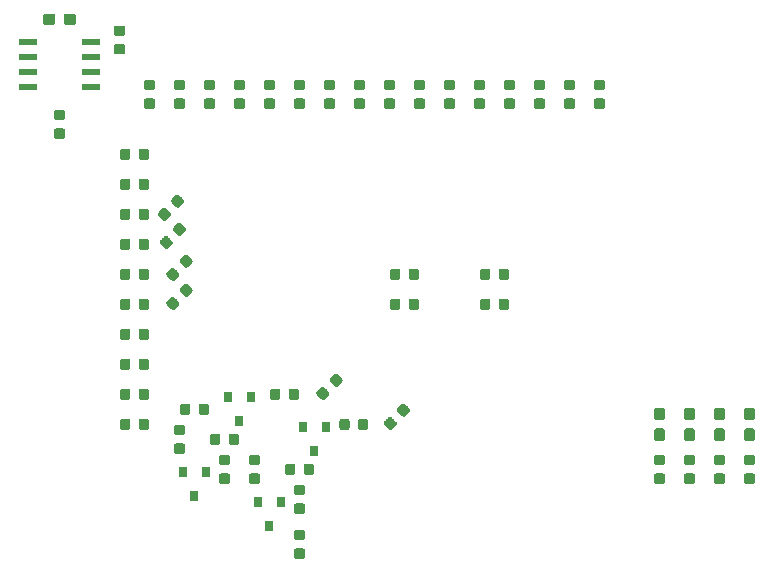
<source format=gbr>
G04 #@! TF.GenerationSoftware,KiCad,Pcbnew,5.0.2-bee76a0~70~ubuntu18.04.1*
G04 #@! TF.CreationDate,2019-04-12T14:14:33+02:00*
G04 #@! TF.ProjectId,KiCad_Shield,4b694361-645f-4536-9869-656c642e6b69,rev?*
G04 #@! TF.SameCoordinates,Original*
G04 #@! TF.FileFunction,Paste,Top*
G04 #@! TF.FilePolarity,Positive*
%FSLAX46Y46*%
G04 Gerber Fmt 4.6, Leading zero omitted, Abs format (unit mm)*
G04 Created by KiCad (PCBNEW 5.0.2-bee76a0~70~ubuntu18.04.1) date Fr 12 Apr 2019 14:14:33 CEST*
%MOMM*%
%LPD*%
G01*
G04 APERTURE LIST*
%ADD10R,0.800000X0.900000*%
%ADD11C,0.100000*%
%ADD12C,0.950000*%
%ADD13R,1.550000X0.600000*%
%ADD14C,0.875000*%
G04 APERTURE END LIST*
D10*
G04 #@! TO.C,Q4*
X128778000Y-115935000D03*
X127828000Y-113935000D03*
X129728000Y-113935000D03*
G04 #@! TD*
D11*
G04 #@! TO.C,C1*
G36*
X118533779Y-75091144D02*
X118556834Y-75094563D01*
X118579443Y-75100227D01*
X118601387Y-75108079D01*
X118622457Y-75118044D01*
X118642448Y-75130026D01*
X118661168Y-75143910D01*
X118678438Y-75159562D01*
X118694090Y-75176832D01*
X118707974Y-75195552D01*
X118719956Y-75215543D01*
X118729921Y-75236613D01*
X118737773Y-75258557D01*
X118743437Y-75281166D01*
X118746856Y-75304221D01*
X118748000Y-75327500D01*
X118748000Y-75802500D01*
X118746856Y-75825779D01*
X118743437Y-75848834D01*
X118737773Y-75871443D01*
X118729921Y-75893387D01*
X118719956Y-75914457D01*
X118707974Y-75934448D01*
X118694090Y-75953168D01*
X118678438Y-75970438D01*
X118661168Y-75986090D01*
X118642448Y-75999974D01*
X118622457Y-76011956D01*
X118601387Y-76021921D01*
X118579443Y-76029773D01*
X118556834Y-76035437D01*
X118533779Y-76038856D01*
X118510500Y-76040000D01*
X117935500Y-76040000D01*
X117912221Y-76038856D01*
X117889166Y-76035437D01*
X117866557Y-76029773D01*
X117844613Y-76021921D01*
X117823543Y-76011956D01*
X117803552Y-75999974D01*
X117784832Y-75986090D01*
X117767562Y-75970438D01*
X117751910Y-75953168D01*
X117738026Y-75934448D01*
X117726044Y-75914457D01*
X117716079Y-75893387D01*
X117708227Y-75871443D01*
X117702563Y-75848834D01*
X117699144Y-75825779D01*
X117698000Y-75802500D01*
X117698000Y-75327500D01*
X117699144Y-75304221D01*
X117702563Y-75281166D01*
X117708227Y-75258557D01*
X117716079Y-75236613D01*
X117726044Y-75215543D01*
X117738026Y-75195552D01*
X117751910Y-75176832D01*
X117767562Y-75159562D01*
X117784832Y-75143910D01*
X117803552Y-75130026D01*
X117823543Y-75118044D01*
X117844613Y-75108079D01*
X117866557Y-75100227D01*
X117889166Y-75094563D01*
X117912221Y-75091144D01*
X117935500Y-75090000D01*
X118510500Y-75090000D01*
X118533779Y-75091144D01*
X118533779Y-75091144D01*
G37*
D12*
X118223000Y-75565000D03*
D11*
G36*
X116783779Y-75091144D02*
X116806834Y-75094563D01*
X116829443Y-75100227D01*
X116851387Y-75108079D01*
X116872457Y-75118044D01*
X116892448Y-75130026D01*
X116911168Y-75143910D01*
X116928438Y-75159562D01*
X116944090Y-75176832D01*
X116957974Y-75195552D01*
X116969956Y-75215543D01*
X116979921Y-75236613D01*
X116987773Y-75258557D01*
X116993437Y-75281166D01*
X116996856Y-75304221D01*
X116998000Y-75327500D01*
X116998000Y-75802500D01*
X116996856Y-75825779D01*
X116993437Y-75848834D01*
X116987773Y-75871443D01*
X116979921Y-75893387D01*
X116969956Y-75914457D01*
X116957974Y-75934448D01*
X116944090Y-75953168D01*
X116928438Y-75970438D01*
X116911168Y-75986090D01*
X116892448Y-75999974D01*
X116872457Y-76011956D01*
X116851387Y-76021921D01*
X116829443Y-76029773D01*
X116806834Y-76035437D01*
X116783779Y-76038856D01*
X116760500Y-76040000D01*
X116185500Y-76040000D01*
X116162221Y-76038856D01*
X116139166Y-76035437D01*
X116116557Y-76029773D01*
X116094613Y-76021921D01*
X116073543Y-76011956D01*
X116053552Y-75999974D01*
X116034832Y-75986090D01*
X116017562Y-75970438D01*
X116001910Y-75953168D01*
X115988026Y-75934448D01*
X115976044Y-75914457D01*
X115966079Y-75893387D01*
X115958227Y-75871443D01*
X115952563Y-75848834D01*
X115949144Y-75825779D01*
X115948000Y-75802500D01*
X115948000Y-75327500D01*
X115949144Y-75304221D01*
X115952563Y-75281166D01*
X115958227Y-75258557D01*
X115966079Y-75236613D01*
X115976044Y-75215543D01*
X115988026Y-75195552D01*
X116001910Y-75176832D01*
X116017562Y-75159562D01*
X116034832Y-75143910D01*
X116053552Y-75130026D01*
X116073543Y-75118044D01*
X116094613Y-75108079D01*
X116116557Y-75100227D01*
X116139166Y-75094563D01*
X116162221Y-75091144D01*
X116185500Y-75090000D01*
X116760500Y-75090000D01*
X116783779Y-75091144D01*
X116783779Y-75091144D01*
G37*
D12*
X116473000Y-75565000D03*
G04 #@! TD*
D13*
G04 #@! TO.C,IC1*
X114648000Y-77470000D03*
X114648000Y-78740000D03*
X114648000Y-80010000D03*
X114648000Y-81280000D03*
X120048000Y-81280000D03*
X120048000Y-80010000D03*
X120048000Y-78740000D03*
X120048000Y-77470000D03*
G04 #@! TD*
D11*
G04 #@! TO.C,R19*
G36*
X117625691Y-84806053D02*
X117646926Y-84809203D01*
X117667750Y-84814419D01*
X117687962Y-84821651D01*
X117707368Y-84830830D01*
X117725781Y-84841866D01*
X117743024Y-84854654D01*
X117758930Y-84869070D01*
X117773346Y-84884976D01*
X117786134Y-84902219D01*
X117797170Y-84920632D01*
X117806349Y-84940038D01*
X117813581Y-84960250D01*
X117818797Y-84981074D01*
X117821947Y-85002309D01*
X117823000Y-85023750D01*
X117823000Y-85461250D01*
X117821947Y-85482691D01*
X117818797Y-85503926D01*
X117813581Y-85524750D01*
X117806349Y-85544962D01*
X117797170Y-85564368D01*
X117786134Y-85582781D01*
X117773346Y-85600024D01*
X117758930Y-85615930D01*
X117743024Y-85630346D01*
X117725781Y-85643134D01*
X117707368Y-85654170D01*
X117687962Y-85663349D01*
X117667750Y-85670581D01*
X117646926Y-85675797D01*
X117625691Y-85678947D01*
X117604250Y-85680000D01*
X117091750Y-85680000D01*
X117070309Y-85678947D01*
X117049074Y-85675797D01*
X117028250Y-85670581D01*
X117008038Y-85663349D01*
X116988632Y-85654170D01*
X116970219Y-85643134D01*
X116952976Y-85630346D01*
X116937070Y-85615930D01*
X116922654Y-85600024D01*
X116909866Y-85582781D01*
X116898830Y-85564368D01*
X116889651Y-85544962D01*
X116882419Y-85524750D01*
X116877203Y-85503926D01*
X116874053Y-85482691D01*
X116873000Y-85461250D01*
X116873000Y-85023750D01*
X116874053Y-85002309D01*
X116877203Y-84981074D01*
X116882419Y-84960250D01*
X116889651Y-84940038D01*
X116898830Y-84920632D01*
X116909866Y-84902219D01*
X116922654Y-84884976D01*
X116937070Y-84869070D01*
X116952976Y-84854654D01*
X116970219Y-84841866D01*
X116988632Y-84830830D01*
X117008038Y-84821651D01*
X117028250Y-84814419D01*
X117049074Y-84809203D01*
X117070309Y-84806053D01*
X117091750Y-84805000D01*
X117604250Y-84805000D01*
X117625691Y-84806053D01*
X117625691Y-84806053D01*
G37*
D14*
X117348000Y-85242500D03*
D11*
G36*
X117625691Y-83231053D02*
X117646926Y-83234203D01*
X117667750Y-83239419D01*
X117687962Y-83246651D01*
X117707368Y-83255830D01*
X117725781Y-83266866D01*
X117743024Y-83279654D01*
X117758930Y-83294070D01*
X117773346Y-83309976D01*
X117786134Y-83327219D01*
X117797170Y-83345632D01*
X117806349Y-83365038D01*
X117813581Y-83385250D01*
X117818797Y-83406074D01*
X117821947Y-83427309D01*
X117823000Y-83448750D01*
X117823000Y-83886250D01*
X117821947Y-83907691D01*
X117818797Y-83928926D01*
X117813581Y-83949750D01*
X117806349Y-83969962D01*
X117797170Y-83989368D01*
X117786134Y-84007781D01*
X117773346Y-84025024D01*
X117758930Y-84040930D01*
X117743024Y-84055346D01*
X117725781Y-84068134D01*
X117707368Y-84079170D01*
X117687962Y-84088349D01*
X117667750Y-84095581D01*
X117646926Y-84100797D01*
X117625691Y-84103947D01*
X117604250Y-84105000D01*
X117091750Y-84105000D01*
X117070309Y-84103947D01*
X117049074Y-84100797D01*
X117028250Y-84095581D01*
X117008038Y-84088349D01*
X116988632Y-84079170D01*
X116970219Y-84068134D01*
X116952976Y-84055346D01*
X116937070Y-84040930D01*
X116922654Y-84025024D01*
X116909866Y-84007781D01*
X116898830Y-83989368D01*
X116889651Y-83969962D01*
X116882419Y-83949750D01*
X116877203Y-83928926D01*
X116874053Y-83907691D01*
X116873000Y-83886250D01*
X116873000Y-83448750D01*
X116874053Y-83427309D01*
X116877203Y-83406074D01*
X116882419Y-83385250D01*
X116889651Y-83365038D01*
X116898830Y-83345632D01*
X116909866Y-83327219D01*
X116922654Y-83309976D01*
X116937070Y-83294070D01*
X116952976Y-83279654D01*
X116970219Y-83266866D01*
X116988632Y-83255830D01*
X117008038Y-83246651D01*
X117028250Y-83239419D01*
X117049074Y-83234203D01*
X117070309Y-83231053D01*
X117091750Y-83230000D01*
X117604250Y-83230000D01*
X117625691Y-83231053D01*
X117625691Y-83231053D01*
G37*
D14*
X117348000Y-83667500D03*
G04 #@! TD*
D11*
G04 #@! TO.C,R20*
G36*
X122705691Y-77668553D02*
X122726926Y-77671703D01*
X122747750Y-77676919D01*
X122767962Y-77684151D01*
X122787368Y-77693330D01*
X122805781Y-77704366D01*
X122823024Y-77717154D01*
X122838930Y-77731570D01*
X122853346Y-77747476D01*
X122866134Y-77764719D01*
X122877170Y-77783132D01*
X122886349Y-77802538D01*
X122893581Y-77822750D01*
X122898797Y-77843574D01*
X122901947Y-77864809D01*
X122903000Y-77886250D01*
X122903000Y-78323750D01*
X122901947Y-78345191D01*
X122898797Y-78366426D01*
X122893581Y-78387250D01*
X122886349Y-78407462D01*
X122877170Y-78426868D01*
X122866134Y-78445281D01*
X122853346Y-78462524D01*
X122838930Y-78478430D01*
X122823024Y-78492846D01*
X122805781Y-78505634D01*
X122787368Y-78516670D01*
X122767962Y-78525849D01*
X122747750Y-78533081D01*
X122726926Y-78538297D01*
X122705691Y-78541447D01*
X122684250Y-78542500D01*
X122171750Y-78542500D01*
X122150309Y-78541447D01*
X122129074Y-78538297D01*
X122108250Y-78533081D01*
X122088038Y-78525849D01*
X122068632Y-78516670D01*
X122050219Y-78505634D01*
X122032976Y-78492846D01*
X122017070Y-78478430D01*
X122002654Y-78462524D01*
X121989866Y-78445281D01*
X121978830Y-78426868D01*
X121969651Y-78407462D01*
X121962419Y-78387250D01*
X121957203Y-78366426D01*
X121954053Y-78345191D01*
X121953000Y-78323750D01*
X121953000Y-77886250D01*
X121954053Y-77864809D01*
X121957203Y-77843574D01*
X121962419Y-77822750D01*
X121969651Y-77802538D01*
X121978830Y-77783132D01*
X121989866Y-77764719D01*
X122002654Y-77747476D01*
X122017070Y-77731570D01*
X122032976Y-77717154D01*
X122050219Y-77704366D01*
X122068632Y-77693330D01*
X122088038Y-77684151D01*
X122108250Y-77676919D01*
X122129074Y-77671703D01*
X122150309Y-77668553D01*
X122171750Y-77667500D01*
X122684250Y-77667500D01*
X122705691Y-77668553D01*
X122705691Y-77668553D01*
G37*
D14*
X122428000Y-78105000D03*
D11*
G36*
X122705691Y-76093553D02*
X122726926Y-76096703D01*
X122747750Y-76101919D01*
X122767962Y-76109151D01*
X122787368Y-76118330D01*
X122805781Y-76129366D01*
X122823024Y-76142154D01*
X122838930Y-76156570D01*
X122853346Y-76172476D01*
X122866134Y-76189719D01*
X122877170Y-76208132D01*
X122886349Y-76227538D01*
X122893581Y-76247750D01*
X122898797Y-76268574D01*
X122901947Y-76289809D01*
X122903000Y-76311250D01*
X122903000Y-76748750D01*
X122901947Y-76770191D01*
X122898797Y-76791426D01*
X122893581Y-76812250D01*
X122886349Y-76832462D01*
X122877170Y-76851868D01*
X122866134Y-76870281D01*
X122853346Y-76887524D01*
X122838930Y-76903430D01*
X122823024Y-76917846D01*
X122805781Y-76930634D01*
X122787368Y-76941670D01*
X122767962Y-76950849D01*
X122747750Y-76958081D01*
X122726926Y-76963297D01*
X122705691Y-76966447D01*
X122684250Y-76967500D01*
X122171750Y-76967500D01*
X122150309Y-76966447D01*
X122129074Y-76963297D01*
X122108250Y-76958081D01*
X122088038Y-76950849D01*
X122068632Y-76941670D01*
X122050219Y-76930634D01*
X122032976Y-76917846D01*
X122017070Y-76903430D01*
X122002654Y-76887524D01*
X121989866Y-76870281D01*
X121978830Y-76851868D01*
X121969651Y-76832462D01*
X121962419Y-76812250D01*
X121957203Y-76791426D01*
X121954053Y-76770191D01*
X121953000Y-76748750D01*
X121953000Y-76311250D01*
X121954053Y-76289809D01*
X121957203Y-76268574D01*
X121962419Y-76247750D01*
X121969651Y-76227538D01*
X121978830Y-76208132D01*
X121989866Y-76189719D01*
X122002654Y-76172476D01*
X122017070Y-76156570D01*
X122032976Y-76142154D01*
X122050219Y-76129366D01*
X122068632Y-76118330D01*
X122088038Y-76109151D01*
X122108250Y-76101919D01*
X122129074Y-76096703D01*
X122150309Y-76093553D01*
X122171750Y-76092500D01*
X122684250Y-76092500D01*
X122705691Y-76093553D01*
X122705691Y-76093553D01*
G37*
D14*
X122428000Y-76530000D03*
G04 #@! TD*
D11*
G04 #@! TO.C,D1*
G36*
X168425691Y-114016053D02*
X168446926Y-114019203D01*
X168467750Y-114024419D01*
X168487962Y-114031651D01*
X168507368Y-114040830D01*
X168525781Y-114051866D01*
X168543024Y-114064654D01*
X168558930Y-114079070D01*
X168573346Y-114094976D01*
X168586134Y-114112219D01*
X168597170Y-114130632D01*
X168606349Y-114150038D01*
X168613581Y-114170250D01*
X168618797Y-114191074D01*
X168621947Y-114212309D01*
X168623000Y-114233750D01*
X168623000Y-114671250D01*
X168621947Y-114692691D01*
X168618797Y-114713926D01*
X168613581Y-114734750D01*
X168606349Y-114754962D01*
X168597170Y-114774368D01*
X168586134Y-114792781D01*
X168573346Y-114810024D01*
X168558930Y-114825930D01*
X168543024Y-114840346D01*
X168525781Y-114853134D01*
X168507368Y-114864170D01*
X168487962Y-114873349D01*
X168467750Y-114880581D01*
X168446926Y-114885797D01*
X168425691Y-114888947D01*
X168404250Y-114890000D01*
X167891750Y-114890000D01*
X167870309Y-114888947D01*
X167849074Y-114885797D01*
X167828250Y-114880581D01*
X167808038Y-114873349D01*
X167788632Y-114864170D01*
X167770219Y-114853134D01*
X167752976Y-114840346D01*
X167737070Y-114825930D01*
X167722654Y-114810024D01*
X167709866Y-114792781D01*
X167698830Y-114774368D01*
X167689651Y-114754962D01*
X167682419Y-114734750D01*
X167677203Y-114713926D01*
X167674053Y-114692691D01*
X167673000Y-114671250D01*
X167673000Y-114233750D01*
X167674053Y-114212309D01*
X167677203Y-114191074D01*
X167682419Y-114170250D01*
X167689651Y-114150038D01*
X167698830Y-114130632D01*
X167709866Y-114112219D01*
X167722654Y-114094976D01*
X167737070Y-114079070D01*
X167752976Y-114064654D01*
X167770219Y-114051866D01*
X167788632Y-114040830D01*
X167808038Y-114031651D01*
X167828250Y-114024419D01*
X167849074Y-114019203D01*
X167870309Y-114016053D01*
X167891750Y-114015000D01*
X168404250Y-114015000D01*
X168425691Y-114016053D01*
X168425691Y-114016053D01*
G37*
D14*
X168148000Y-114452500D03*
D11*
G36*
X168425691Y-112441053D02*
X168446926Y-112444203D01*
X168467750Y-112449419D01*
X168487962Y-112456651D01*
X168507368Y-112465830D01*
X168525781Y-112476866D01*
X168543024Y-112489654D01*
X168558930Y-112504070D01*
X168573346Y-112519976D01*
X168586134Y-112537219D01*
X168597170Y-112555632D01*
X168606349Y-112575038D01*
X168613581Y-112595250D01*
X168618797Y-112616074D01*
X168621947Y-112637309D01*
X168623000Y-112658750D01*
X168623000Y-113096250D01*
X168621947Y-113117691D01*
X168618797Y-113138926D01*
X168613581Y-113159750D01*
X168606349Y-113179962D01*
X168597170Y-113199368D01*
X168586134Y-113217781D01*
X168573346Y-113235024D01*
X168558930Y-113250930D01*
X168543024Y-113265346D01*
X168525781Y-113278134D01*
X168507368Y-113289170D01*
X168487962Y-113298349D01*
X168467750Y-113305581D01*
X168446926Y-113310797D01*
X168425691Y-113313947D01*
X168404250Y-113315000D01*
X167891750Y-113315000D01*
X167870309Y-113313947D01*
X167849074Y-113310797D01*
X167828250Y-113305581D01*
X167808038Y-113298349D01*
X167788632Y-113289170D01*
X167770219Y-113278134D01*
X167752976Y-113265346D01*
X167737070Y-113250930D01*
X167722654Y-113235024D01*
X167709866Y-113217781D01*
X167698830Y-113199368D01*
X167689651Y-113179962D01*
X167682419Y-113159750D01*
X167677203Y-113138926D01*
X167674053Y-113117691D01*
X167673000Y-113096250D01*
X167673000Y-112658750D01*
X167674053Y-112637309D01*
X167677203Y-112616074D01*
X167682419Y-112595250D01*
X167689651Y-112575038D01*
X167698830Y-112555632D01*
X167709866Y-112537219D01*
X167722654Y-112519976D01*
X167737070Y-112504070D01*
X167752976Y-112489654D01*
X167770219Y-112476866D01*
X167788632Y-112465830D01*
X167808038Y-112456651D01*
X167828250Y-112449419D01*
X167849074Y-112444203D01*
X167870309Y-112441053D01*
X167891750Y-112440000D01*
X168404250Y-112440000D01*
X168425691Y-112441053D01*
X168425691Y-112441053D01*
G37*
D14*
X168148000Y-112877500D03*
G04 #@! TD*
D11*
G04 #@! TO.C,D2*
G36*
X170965691Y-112441053D02*
X170986926Y-112444203D01*
X171007750Y-112449419D01*
X171027962Y-112456651D01*
X171047368Y-112465830D01*
X171065781Y-112476866D01*
X171083024Y-112489654D01*
X171098930Y-112504070D01*
X171113346Y-112519976D01*
X171126134Y-112537219D01*
X171137170Y-112555632D01*
X171146349Y-112575038D01*
X171153581Y-112595250D01*
X171158797Y-112616074D01*
X171161947Y-112637309D01*
X171163000Y-112658750D01*
X171163000Y-113096250D01*
X171161947Y-113117691D01*
X171158797Y-113138926D01*
X171153581Y-113159750D01*
X171146349Y-113179962D01*
X171137170Y-113199368D01*
X171126134Y-113217781D01*
X171113346Y-113235024D01*
X171098930Y-113250930D01*
X171083024Y-113265346D01*
X171065781Y-113278134D01*
X171047368Y-113289170D01*
X171027962Y-113298349D01*
X171007750Y-113305581D01*
X170986926Y-113310797D01*
X170965691Y-113313947D01*
X170944250Y-113315000D01*
X170431750Y-113315000D01*
X170410309Y-113313947D01*
X170389074Y-113310797D01*
X170368250Y-113305581D01*
X170348038Y-113298349D01*
X170328632Y-113289170D01*
X170310219Y-113278134D01*
X170292976Y-113265346D01*
X170277070Y-113250930D01*
X170262654Y-113235024D01*
X170249866Y-113217781D01*
X170238830Y-113199368D01*
X170229651Y-113179962D01*
X170222419Y-113159750D01*
X170217203Y-113138926D01*
X170214053Y-113117691D01*
X170213000Y-113096250D01*
X170213000Y-112658750D01*
X170214053Y-112637309D01*
X170217203Y-112616074D01*
X170222419Y-112595250D01*
X170229651Y-112575038D01*
X170238830Y-112555632D01*
X170249866Y-112537219D01*
X170262654Y-112519976D01*
X170277070Y-112504070D01*
X170292976Y-112489654D01*
X170310219Y-112476866D01*
X170328632Y-112465830D01*
X170348038Y-112456651D01*
X170368250Y-112449419D01*
X170389074Y-112444203D01*
X170410309Y-112441053D01*
X170431750Y-112440000D01*
X170944250Y-112440000D01*
X170965691Y-112441053D01*
X170965691Y-112441053D01*
G37*
D14*
X170688000Y-112877500D03*
D11*
G36*
X170965691Y-114016053D02*
X170986926Y-114019203D01*
X171007750Y-114024419D01*
X171027962Y-114031651D01*
X171047368Y-114040830D01*
X171065781Y-114051866D01*
X171083024Y-114064654D01*
X171098930Y-114079070D01*
X171113346Y-114094976D01*
X171126134Y-114112219D01*
X171137170Y-114130632D01*
X171146349Y-114150038D01*
X171153581Y-114170250D01*
X171158797Y-114191074D01*
X171161947Y-114212309D01*
X171163000Y-114233750D01*
X171163000Y-114671250D01*
X171161947Y-114692691D01*
X171158797Y-114713926D01*
X171153581Y-114734750D01*
X171146349Y-114754962D01*
X171137170Y-114774368D01*
X171126134Y-114792781D01*
X171113346Y-114810024D01*
X171098930Y-114825930D01*
X171083024Y-114840346D01*
X171065781Y-114853134D01*
X171047368Y-114864170D01*
X171027962Y-114873349D01*
X171007750Y-114880581D01*
X170986926Y-114885797D01*
X170965691Y-114888947D01*
X170944250Y-114890000D01*
X170431750Y-114890000D01*
X170410309Y-114888947D01*
X170389074Y-114885797D01*
X170368250Y-114880581D01*
X170348038Y-114873349D01*
X170328632Y-114864170D01*
X170310219Y-114853134D01*
X170292976Y-114840346D01*
X170277070Y-114825930D01*
X170262654Y-114810024D01*
X170249866Y-114792781D01*
X170238830Y-114774368D01*
X170229651Y-114754962D01*
X170222419Y-114734750D01*
X170217203Y-114713926D01*
X170214053Y-114692691D01*
X170213000Y-114671250D01*
X170213000Y-114233750D01*
X170214053Y-114212309D01*
X170217203Y-114191074D01*
X170222419Y-114170250D01*
X170229651Y-114150038D01*
X170238830Y-114130632D01*
X170249866Y-114112219D01*
X170262654Y-114094976D01*
X170277070Y-114079070D01*
X170292976Y-114064654D01*
X170310219Y-114051866D01*
X170328632Y-114040830D01*
X170348038Y-114031651D01*
X170368250Y-114024419D01*
X170389074Y-114019203D01*
X170410309Y-114016053D01*
X170431750Y-114015000D01*
X170944250Y-114015000D01*
X170965691Y-114016053D01*
X170965691Y-114016053D01*
G37*
D14*
X170688000Y-114452500D03*
G04 #@! TD*
D11*
G04 #@! TO.C,D3*
G36*
X173505691Y-114016053D02*
X173526926Y-114019203D01*
X173547750Y-114024419D01*
X173567962Y-114031651D01*
X173587368Y-114040830D01*
X173605781Y-114051866D01*
X173623024Y-114064654D01*
X173638930Y-114079070D01*
X173653346Y-114094976D01*
X173666134Y-114112219D01*
X173677170Y-114130632D01*
X173686349Y-114150038D01*
X173693581Y-114170250D01*
X173698797Y-114191074D01*
X173701947Y-114212309D01*
X173703000Y-114233750D01*
X173703000Y-114671250D01*
X173701947Y-114692691D01*
X173698797Y-114713926D01*
X173693581Y-114734750D01*
X173686349Y-114754962D01*
X173677170Y-114774368D01*
X173666134Y-114792781D01*
X173653346Y-114810024D01*
X173638930Y-114825930D01*
X173623024Y-114840346D01*
X173605781Y-114853134D01*
X173587368Y-114864170D01*
X173567962Y-114873349D01*
X173547750Y-114880581D01*
X173526926Y-114885797D01*
X173505691Y-114888947D01*
X173484250Y-114890000D01*
X172971750Y-114890000D01*
X172950309Y-114888947D01*
X172929074Y-114885797D01*
X172908250Y-114880581D01*
X172888038Y-114873349D01*
X172868632Y-114864170D01*
X172850219Y-114853134D01*
X172832976Y-114840346D01*
X172817070Y-114825930D01*
X172802654Y-114810024D01*
X172789866Y-114792781D01*
X172778830Y-114774368D01*
X172769651Y-114754962D01*
X172762419Y-114734750D01*
X172757203Y-114713926D01*
X172754053Y-114692691D01*
X172753000Y-114671250D01*
X172753000Y-114233750D01*
X172754053Y-114212309D01*
X172757203Y-114191074D01*
X172762419Y-114170250D01*
X172769651Y-114150038D01*
X172778830Y-114130632D01*
X172789866Y-114112219D01*
X172802654Y-114094976D01*
X172817070Y-114079070D01*
X172832976Y-114064654D01*
X172850219Y-114051866D01*
X172868632Y-114040830D01*
X172888038Y-114031651D01*
X172908250Y-114024419D01*
X172929074Y-114019203D01*
X172950309Y-114016053D01*
X172971750Y-114015000D01*
X173484250Y-114015000D01*
X173505691Y-114016053D01*
X173505691Y-114016053D01*
G37*
D14*
X173228000Y-114452500D03*
D11*
G36*
X173505691Y-112441053D02*
X173526926Y-112444203D01*
X173547750Y-112449419D01*
X173567962Y-112456651D01*
X173587368Y-112465830D01*
X173605781Y-112476866D01*
X173623024Y-112489654D01*
X173638930Y-112504070D01*
X173653346Y-112519976D01*
X173666134Y-112537219D01*
X173677170Y-112555632D01*
X173686349Y-112575038D01*
X173693581Y-112595250D01*
X173698797Y-112616074D01*
X173701947Y-112637309D01*
X173703000Y-112658750D01*
X173703000Y-113096250D01*
X173701947Y-113117691D01*
X173698797Y-113138926D01*
X173693581Y-113159750D01*
X173686349Y-113179962D01*
X173677170Y-113199368D01*
X173666134Y-113217781D01*
X173653346Y-113235024D01*
X173638930Y-113250930D01*
X173623024Y-113265346D01*
X173605781Y-113278134D01*
X173587368Y-113289170D01*
X173567962Y-113298349D01*
X173547750Y-113305581D01*
X173526926Y-113310797D01*
X173505691Y-113313947D01*
X173484250Y-113315000D01*
X172971750Y-113315000D01*
X172950309Y-113313947D01*
X172929074Y-113310797D01*
X172908250Y-113305581D01*
X172888038Y-113298349D01*
X172868632Y-113289170D01*
X172850219Y-113278134D01*
X172832976Y-113265346D01*
X172817070Y-113250930D01*
X172802654Y-113235024D01*
X172789866Y-113217781D01*
X172778830Y-113199368D01*
X172769651Y-113179962D01*
X172762419Y-113159750D01*
X172757203Y-113138926D01*
X172754053Y-113117691D01*
X172753000Y-113096250D01*
X172753000Y-112658750D01*
X172754053Y-112637309D01*
X172757203Y-112616074D01*
X172762419Y-112595250D01*
X172769651Y-112575038D01*
X172778830Y-112555632D01*
X172789866Y-112537219D01*
X172802654Y-112519976D01*
X172817070Y-112504070D01*
X172832976Y-112489654D01*
X172850219Y-112476866D01*
X172868632Y-112465830D01*
X172888038Y-112456651D01*
X172908250Y-112449419D01*
X172929074Y-112444203D01*
X172950309Y-112441053D01*
X172971750Y-112440000D01*
X173484250Y-112440000D01*
X173505691Y-112441053D01*
X173505691Y-112441053D01*
G37*
D14*
X173228000Y-112877500D03*
G04 #@! TD*
D11*
G04 #@! TO.C,D4*
G36*
X176045691Y-112441053D02*
X176066926Y-112444203D01*
X176087750Y-112449419D01*
X176107962Y-112456651D01*
X176127368Y-112465830D01*
X176145781Y-112476866D01*
X176163024Y-112489654D01*
X176178930Y-112504070D01*
X176193346Y-112519976D01*
X176206134Y-112537219D01*
X176217170Y-112555632D01*
X176226349Y-112575038D01*
X176233581Y-112595250D01*
X176238797Y-112616074D01*
X176241947Y-112637309D01*
X176243000Y-112658750D01*
X176243000Y-113096250D01*
X176241947Y-113117691D01*
X176238797Y-113138926D01*
X176233581Y-113159750D01*
X176226349Y-113179962D01*
X176217170Y-113199368D01*
X176206134Y-113217781D01*
X176193346Y-113235024D01*
X176178930Y-113250930D01*
X176163024Y-113265346D01*
X176145781Y-113278134D01*
X176127368Y-113289170D01*
X176107962Y-113298349D01*
X176087750Y-113305581D01*
X176066926Y-113310797D01*
X176045691Y-113313947D01*
X176024250Y-113315000D01*
X175511750Y-113315000D01*
X175490309Y-113313947D01*
X175469074Y-113310797D01*
X175448250Y-113305581D01*
X175428038Y-113298349D01*
X175408632Y-113289170D01*
X175390219Y-113278134D01*
X175372976Y-113265346D01*
X175357070Y-113250930D01*
X175342654Y-113235024D01*
X175329866Y-113217781D01*
X175318830Y-113199368D01*
X175309651Y-113179962D01*
X175302419Y-113159750D01*
X175297203Y-113138926D01*
X175294053Y-113117691D01*
X175293000Y-113096250D01*
X175293000Y-112658750D01*
X175294053Y-112637309D01*
X175297203Y-112616074D01*
X175302419Y-112595250D01*
X175309651Y-112575038D01*
X175318830Y-112555632D01*
X175329866Y-112537219D01*
X175342654Y-112519976D01*
X175357070Y-112504070D01*
X175372976Y-112489654D01*
X175390219Y-112476866D01*
X175408632Y-112465830D01*
X175428038Y-112456651D01*
X175448250Y-112449419D01*
X175469074Y-112444203D01*
X175490309Y-112441053D01*
X175511750Y-112440000D01*
X176024250Y-112440000D01*
X176045691Y-112441053D01*
X176045691Y-112441053D01*
G37*
D14*
X175768000Y-112877500D03*
D11*
G36*
X176045691Y-114016053D02*
X176066926Y-114019203D01*
X176087750Y-114024419D01*
X176107962Y-114031651D01*
X176127368Y-114040830D01*
X176145781Y-114051866D01*
X176163024Y-114064654D01*
X176178930Y-114079070D01*
X176193346Y-114094976D01*
X176206134Y-114112219D01*
X176217170Y-114130632D01*
X176226349Y-114150038D01*
X176233581Y-114170250D01*
X176238797Y-114191074D01*
X176241947Y-114212309D01*
X176243000Y-114233750D01*
X176243000Y-114671250D01*
X176241947Y-114692691D01*
X176238797Y-114713926D01*
X176233581Y-114734750D01*
X176226349Y-114754962D01*
X176217170Y-114774368D01*
X176206134Y-114792781D01*
X176193346Y-114810024D01*
X176178930Y-114825930D01*
X176163024Y-114840346D01*
X176145781Y-114853134D01*
X176127368Y-114864170D01*
X176107962Y-114873349D01*
X176087750Y-114880581D01*
X176066926Y-114885797D01*
X176045691Y-114888947D01*
X176024250Y-114890000D01*
X175511750Y-114890000D01*
X175490309Y-114888947D01*
X175469074Y-114885797D01*
X175448250Y-114880581D01*
X175428038Y-114873349D01*
X175408632Y-114864170D01*
X175390219Y-114853134D01*
X175372976Y-114840346D01*
X175357070Y-114825930D01*
X175342654Y-114810024D01*
X175329866Y-114792781D01*
X175318830Y-114774368D01*
X175309651Y-114754962D01*
X175302419Y-114734750D01*
X175297203Y-114713926D01*
X175294053Y-114692691D01*
X175293000Y-114671250D01*
X175293000Y-114233750D01*
X175294053Y-114212309D01*
X175297203Y-114191074D01*
X175302419Y-114170250D01*
X175309651Y-114150038D01*
X175318830Y-114130632D01*
X175329866Y-114112219D01*
X175342654Y-114094976D01*
X175357070Y-114079070D01*
X175372976Y-114064654D01*
X175390219Y-114051866D01*
X175408632Y-114040830D01*
X175428038Y-114031651D01*
X175448250Y-114024419D01*
X175469074Y-114019203D01*
X175490309Y-114016053D01*
X175511750Y-114015000D01*
X176024250Y-114015000D01*
X176045691Y-114016053D01*
X176045691Y-114016053D01*
G37*
D14*
X175768000Y-114452500D03*
G04 #@! TD*
D11*
G04 #@! TO.C,R21*
G36*
X168408779Y-108456144D02*
X168431834Y-108459563D01*
X168454443Y-108465227D01*
X168476387Y-108473079D01*
X168497457Y-108483044D01*
X168517448Y-108495026D01*
X168536168Y-108508910D01*
X168553438Y-108524562D01*
X168569090Y-108541832D01*
X168582974Y-108560552D01*
X168594956Y-108580543D01*
X168604921Y-108601613D01*
X168612773Y-108623557D01*
X168618437Y-108646166D01*
X168621856Y-108669221D01*
X168623000Y-108692500D01*
X168623000Y-109267500D01*
X168621856Y-109290779D01*
X168618437Y-109313834D01*
X168612773Y-109336443D01*
X168604921Y-109358387D01*
X168594956Y-109379457D01*
X168582974Y-109399448D01*
X168569090Y-109418168D01*
X168553438Y-109435438D01*
X168536168Y-109451090D01*
X168517448Y-109464974D01*
X168497457Y-109476956D01*
X168476387Y-109486921D01*
X168454443Y-109494773D01*
X168431834Y-109500437D01*
X168408779Y-109503856D01*
X168385500Y-109505000D01*
X167910500Y-109505000D01*
X167887221Y-109503856D01*
X167864166Y-109500437D01*
X167841557Y-109494773D01*
X167819613Y-109486921D01*
X167798543Y-109476956D01*
X167778552Y-109464974D01*
X167759832Y-109451090D01*
X167742562Y-109435438D01*
X167726910Y-109418168D01*
X167713026Y-109399448D01*
X167701044Y-109379457D01*
X167691079Y-109358387D01*
X167683227Y-109336443D01*
X167677563Y-109313834D01*
X167674144Y-109290779D01*
X167673000Y-109267500D01*
X167673000Y-108692500D01*
X167674144Y-108669221D01*
X167677563Y-108646166D01*
X167683227Y-108623557D01*
X167691079Y-108601613D01*
X167701044Y-108580543D01*
X167713026Y-108560552D01*
X167726910Y-108541832D01*
X167742562Y-108524562D01*
X167759832Y-108508910D01*
X167778552Y-108495026D01*
X167798543Y-108483044D01*
X167819613Y-108473079D01*
X167841557Y-108465227D01*
X167864166Y-108459563D01*
X167887221Y-108456144D01*
X167910500Y-108455000D01*
X168385500Y-108455000D01*
X168408779Y-108456144D01*
X168408779Y-108456144D01*
G37*
D12*
X168148000Y-108980000D03*
D11*
G36*
X168408779Y-110206144D02*
X168431834Y-110209563D01*
X168454443Y-110215227D01*
X168476387Y-110223079D01*
X168497457Y-110233044D01*
X168517448Y-110245026D01*
X168536168Y-110258910D01*
X168553438Y-110274562D01*
X168569090Y-110291832D01*
X168582974Y-110310552D01*
X168594956Y-110330543D01*
X168604921Y-110351613D01*
X168612773Y-110373557D01*
X168618437Y-110396166D01*
X168621856Y-110419221D01*
X168623000Y-110442500D01*
X168623000Y-111017500D01*
X168621856Y-111040779D01*
X168618437Y-111063834D01*
X168612773Y-111086443D01*
X168604921Y-111108387D01*
X168594956Y-111129457D01*
X168582974Y-111149448D01*
X168569090Y-111168168D01*
X168553438Y-111185438D01*
X168536168Y-111201090D01*
X168517448Y-111214974D01*
X168497457Y-111226956D01*
X168476387Y-111236921D01*
X168454443Y-111244773D01*
X168431834Y-111250437D01*
X168408779Y-111253856D01*
X168385500Y-111255000D01*
X167910500Y-111255000D01*
X167887221Y-111253856D01*
X167864166Y-111250437D01*
X167841557Y-111244773D01*
X167819613Y-111236921D01*
X167798543Y-111226956D01*
X167778552Y-111214974D01*
X167759832Y-111201090D01*
X167742562Y-111185438D01*
X167726910Y-111168168D01*
X167713026Y-111149448D01*
X167701044Y-111129457D01*
X167691079Y-111108387D01*
X167683227Y-111086443D01*
X167677563Y-111063834D01*
X167674144Y-111040779D01*
X167673000Y-111017500D01*
X167673000Y-110442500D01*
X167674144Y-110419221D01*
X167677563Y-110396166D01*
X167683227Y-110373557D01*
X167691079Y-110351613D01*
X167701044Y-110330543D01*
X167713026Y-110310552D01*
X167726910Y-110291832D01*
X167742562Y-110274562D01*
X167759832Y-110258910D01*
X167778552Y-110245026D01*
X167798543Y-110233044D01*
X167819613Y-110223079D01*
X167841557Y-110215227D01*
X167864166Y-110209563D01*
X167887221Y-110206144D01*
X167910500Y-110205000D01*
X168385500Y-110205000D01*
X168408779Y-110206144D01*
X168408779Y-110206144D01*
G37*
D12*
X168148000Y-110730000D03*
G04 #@! TD*
D11*
G04 #@! TO.C,R22*
G36*
X170948779Y-110206144D02*
X170971834Y-110209563D01*
X170994443Y-110215227D01*
X171016387Y-110223079D01*
X171037457Y-110233044D01*
X171057448Y-110245026D01*
X171076168Y-110258910D01*
X171093438Y-110274562D01*
X171109090Y-110291832D01*
X171122974Y-110310552D01*
X171134956Y-110330543D01*
X171144921Y-110351613D01*
X171152773Y-110373557D01*
X171158437Y-110396166D01*
X171161856Y-110419221D01*
X171163000Y-110442500D01*
X171163000Y-111017500D01*
X171161856Y-111040779D01*
X171158437Y-111063834D01*
X171152773Y-111086443D01*
X171144921Y-111108387D01*
X171134956Y-111129457D01*
X171122974Y-111149448D01*
X171109090Y-111168168D01*
X171093438Y-111185438D01*
X171076168Y-111201090D01*
X171057448Y-111214974D01*
X171037457Y-111226956D01*
X171016387Y-111236921D01*
X170994443Y-111244773D01*
X170971834Y-111250437D01*
X170948779Y-111253856D01*
X170925500Y-111255000D01*
X170450500Y-111255000D01*
X170427221Y-111253856D01*
X170404166Y-111250437D01*
X170381557Y-111244773D01*
X170359613Y-111236921D01*
X170338543Y-111226956D01*
X170318552Y-111214974D01*
X170299832Y-111201090D01*
X170282562Y-111185438D01*
X170266910Y-111168168D01*
X170253026Y-111149448D01*
X170241044Y-111129457D01*
X170231079Y-111108387D01*
X170223227Y-111086443D01*
X170217563Y-111063834D01*
X170214144Y-111040779D01*
X170213000Y-111017500D01*
X170213000Y-110442500D01*
X170214144Y-110419221D01*
X170217563Y-110396166D01*
X170223227Y-110373557D01*
X170231079Y-110351613D01*
X170241044Y-110330543D01*
X170253026Y-110310552D01*
X170266910Y-110291832D01*
X170282562Y-110274562D01*
X170299832Y-110258910D01*
X170318552Y-110245026D01*
X170338543Y-110233044D01*
X170359613Y-110223079D01*
X170381557Y-110215227D01*
X170404166Y-110209563D01*
X170427221Y-110206144D01*
X170450500Y-110205000D01*
X170925500Y-110205000D01*
X170948779Y-110206144D01*
X170948779Y-110206144D01*
G37*
D12*
X170688000Y-110730000D03*
D11*
G36*
X170948779Y-108456144D02*
X170971834Y-108459563D01*
X170994443Y-108465227D01*
X171016387Y-108473079D01*
X171037457Y-108483044D01*
X171057448Y-108495026D01*
X171076168Y-108508910D01*
X171093438Y-108524562D01*
X171109090Y-108541832D01*
X171122974Y-108560552D01*
X171134956Y-108580543D01*
X171144921Y-108601613D01*
X171152773Y-108623557D01*
X171158437Y-108646166D01*
X171161856Y-108669221D01*
X171163000Y-108692500D01*
X171163000Y-109267500D01*
X171161856Y-109290779D01*
X171158437Y-109313834D01*
X171152773Y-109336443D01*
X171144921Y-109358387D01*
X171134956Y-109379457D01*
X171122974Y-109399448D01*
X171109090Y-109418168D01*
X171093438Y-109435438D01*
X171076168Y-109451090D01*
X171057448Y-109464974D01*
X171037457Y-109476956D01*
X171016387Y-109486921D01*
X170994443Y-109494773D01*
X170971834Y-109500437D01*
X170948779Y-109503856D01*
X170925500Y-109505000D01*
X170450500Y-109505000D01*
X170427221Y-109503856D01*
X170404166Y-109500437D01*
X170381557Y-109494773D01*
X170359613Y-109486921D01*
X170338543Y-109476956D01*
X170318552Y-109464974D01*
X170299832Y-109451090D01*
X170282562Y-109435438D01*
X170266910Y-109418168D01*
X170253026Y-109399448D01*
X170241044Y-109379457D01*
X170231079Y-109358387D01*
X170223227Y-109336443D01*
X170217563Y-109313834D01*
X170214144Y-109290779D01*
X170213000Y-109267500D01*
X170213000Y-108692500D01*
X170214144Y-108669221D01*
X170217563Y-108646166D01*
X170223227Y-108623557D01*
X170231079Y-108601613D01*
X170241044Y-108580543D01*
X170253026Y-108560552D01*
X170266910Y-108541832D01*
X170282562Y-108524562D01*
X170299832Y-108508910D01*
X170318552Y-108495026D01*
X170338543Y-108483044D01*
X170359613Y-108473079D01*
X170381557Y-108465227D01*
X170404166Y-108459563D01*
X170427221Y-108456144D01*
X170450500Y-108455000D01*
X170925500Y-108455000D01*
X170948779Y-108456144D01*
X170948779Y-108456144D01*
G37*
D12*
X170688000Y-108980000D03*
G04 #@! TD*
D11*
G04 #@! TO.C,R23*
G36*
X173488779Y-108456144D02*
X173511834Y-108459563D01*
X173534443Y-108465227D01*
X173556387Y-108473079D01*
X173577457Y-108483044D01*
X173597448Y-108495026D01*
X173616168Y-108508910D01*
X173633438Y-108524562D01*
X173649090Y-108541832D01*
X173662974Y-108560552D01*
X173674956Y-108580543D01*
X173684921Y-108601613D01*
X173692773Y-108623557D01*
X173698437Y-108646166D01*
X173701856Y-108669221D01*
X173703000Y-108692500D01*
X173703000Y-109267500D01*
X173701856Y-109290779D01*
X173698437Y-109313834D01*
X173692773Y-109336443D01*
X173684921Y-109358387D01*
X173674956Y-109379457D01*
X173662974Y-109399448D01*
X173649090Y-109418168D01*
X173633438Y-109435438D01*
X173616168Y-109451090D01*
X173597448Y-109464974D01*
X173577457Y-109476956D01*
X173556387Y-109486921D01*
X173534443Y-109494773D01*
X173511834Y-109500437D01*
X173488779Y-109503856D01*
X173465500Y-109505000D01*
X172990500Y-109505000D01*
X172967221Y-109503856D01*
X172944166Y-109500437D01*
X172921557Y-109494773D01*
X172899613Y-109486921D01*
X172878543Y-109476956D01*
X172858552Y-109464974D01*
X172839832Y-109451090D01*
X172822562Y-109435438D01*
X172806910Y-109418168D01*
X172793026Y-109399448D01*
X172781044Y-109379457D01*
X172771079Y-109358387D01*
X172763227Y-109336443D01*
X172757563Y-109313834D01*
X172754144Y-109290779D01*
X172753000Y-109267500D01*
X172753000Y-108692500D01*
X172754144Y-108669221D01*
X172757563Y-108646166D01*
X172763227Y-108623557D01*
X172771079Y-108601613D01*
X172781044Y-108580543D01*
X172793026Y-108560552D01*
X172806910Y-108541832D01*
X172822562Y-108524562D01*
X172839832Y-108508910D01*
X172858552Y-108495026D01*
X172878543Y-108483044D01*
X172899613Y-108473079D01*
X172921557Y-108465227D01*
X172944166Y-108459563D01*
X172967221Y-108456144D01*
X172990500Y-108455000D01*
X173465500Y-108455000D01*
X173488779Y-108456144D01*
X173488779Y-108456144D01*
G37*
D12*
X173228000Y-108980000D03*
D11*
G36*
X173488779Y-110206144D02*
X173511834Y-110209563D01*
X173534443Y-110215227D01*
X173556387Y-110223079D01*
X173577457Y-110233044D01*
X173597448Y-110245026D01*
X173616168Y-110258910D01*
X173633438Y-110274562D01*
X173649090Y-110291832D01*
X173662974Y-110310552D01*
X173674956Y-110330543D01*
X173684921Y-110351613D01*
X173692773Y-110373557D01*
X173698437Y-110396166D01*
X173701856Y-110419221D01*
X173703000Y-110442500D01*
X173703000Y-111017500D01*
X173701856Y-111040779D01*
X173698437Y-111063834D01*
X173692773Y-111086443D01*
X173684921Y-111108387D01*
X173674956Y-111129457D01*
X173662974Y-111149448D01*
X173649090Y-111168168D01*
X173633438Y-111185438D01*
X173616168Y-111201090D01*
X173597448Y-111214974D01*
X173577457Y-111226956D01*
X173556387Y-111236921D01*
X173534443Y-111244773D01*
X173511834Y-111250437D01*
X173488779Y-111253856D01*
X173465500Y-111255000D01*
X172990500Y-111255000D01*
X172967221Y-111253856D01*
X172944166Y-111250437D01*
X172921557Y-111244773D01*
X172899613Y-111236921D01*
X172878543Y-111226956D01*
X172858552Y-111214974D01*
X172839832Y-111201090D01*
X172822562Y-111185438D01*
X172806910Y-111168168D01*
X172793026Y-111149448D01*
X172781044Y-111129457D01*
X172771079Y-111108387D01*
X172763227Y-111086443D01*
X172757563Y-111063834D01*
X172754144Y-111040779D01*
X172753000Y-111017500D01*
X172753000Y-110442500D01*
X172754144Y-110419221D01*
X172757563Y-110396166D01*
X172763227Y-110373557D01*
X172771079Y-110351613D01*
X172781044Y-110330543D01*
X172793026Y-110310552D01*
X172806910Y-110291832D01*
X172822562Y-110274562D01*
X172839832Y-110258910D01*
X172858552Y-110245026D01*
X172878543Y-110233044D01*
X172899613Y-110223079D01*
X172921557Y-110215227D01*
X172944166Y-110209563D01*
X172967221Y-110206144D01*
X172990500Y-110205000D01*
X173465500Y-110205000D01*
X173488779Y-110206144D01*
X173488779Y-110206144D01*
G37*
D12*
X173228000Y-110730000D03*
G04 #@! TD*
D11*
G04 #@! TO.C,R24*
G36*
X176028779Y-110206144D02*
X176051834Y-110209563D01*
X176074443Y-110215227D01*
X176096387Y-110223079D01*
X176117457Y-110233044D01*
X176137448Y-110245026D01*
X176156168Y-110258910D01*
X176173438Y-110274562D01*
X176189090Y-110291832D01*
X176202974Y-110310552D01*
X176214956Y-110330543D01*
X176224921Y-110351613D01*
X176232773Y-110373557D01*
X176238437Y-110396166D01*
X176241856Y-110419221D01*
X176243000Y-110442500D01*
X176243000Y-111017500D01*
X176241856Y-111040779D01*
X176238437Y-111063834D01*
X176232773Y-111086443D01*
X176224921Y-111108387D01*
X176214956Y-111129457D01*
X176202974Y-111149448D01*
X176189090Y-111168168D01*
X176173438Y-111185438D01*
X176156168Y-111201090D01*
X176137448Y-111214974D01*
X176117457Y-111226956D01*
X176096387Y-111236921D01*
X176074443Y-111244773D01*
X176051834Y-111250437D01*
X176028779Y-111253856D01*
X176005500Y-111255000D01*
X175530500Y-111255000D01*
X175507221Y-111253856D01*
X175484166Y-111250437D01*
X175461557Y-111244773D01*
X175439613Y-111236921D01*
X175418543Y-111226956D01*
X175398552Y-111214974D01*
X175379832Y-111201090D01*
X175362562Y-111185438D01*
X175346910Y-111168168D01*
X175333026Y-111149448D01*
X175321044Y-111129457D01*
X175311079Y-111108387D01*
X175303227Y-111086443D01*
X175297563Y-111063834D01*
X175294144Y-111040779D01*
X175293000Y-111017500D01*
X175293000Y-110442500D01*
X175294144Y-110419221D01*
X175297563Y-110396166D01*
X175303227Y-110373557D01*
X175311079Y-110351613D01*
X175321044Y-110330543D01*
X175333026Y-110310552D01*
X175346910Y-110291832D01*
X175362562Y-110274562D01*
X175379832Y-110258910D01*
X175398552Y-110245026D01*
X175418543Y-110233044D01*
X175439613Y-110223079D01*
X175461557Y-110215227D01*
X175484166Y-110209563D01*
X175507221Y-110206144D01*
X175530500Y-110205000D01*
X176005500Y-110205000D01*
X176028779Y-110206144D01*
X176028779Y-110206144D01*
G37*
D12*
X175768000Y-110730000D03*
D11*
G36*
X176028779Y-108456144D02*
X176051834Y-108459563D01*
X176074443Y-108465227D01*
X176096387Y-108473079D01*
X176117457Y-108483044D01*
X176137448Y-108495026D01*
X176156168Y-108508910D01*
X176173438Y-108524562D01*
X176189090Y-108541832D01*
X176202974Y-108560552D01*
X176214956Y-108580543D01*
X176224921Y-108601613D01*
X176232773Y-108623557D01*
X176238437Y-108646166D01*
X176241856Y-108669221D01*
X176243000Y-108692500D01*
X176243000Y-109267500D01*
X176241856Y-109290779D01*
X176238437Y-109313834D01*
X176232773Y-109336443D01*
X176224921Y-109358387D01*
X176214956Y-109379457D01*
X176202974Y-109399448D01*
X176189090Y-109418168D01*
X176173438Y-109435438D01*
X176156168Y-109451090D01*
X176137448Y-109464974D01*
X176117457Y-109476956D01*
X176096387Y-109486921D01*
X176074443Y-109494773D01*
X176051834Y-109500437D01*
X176028779Y-109503856D01*
X176005500Y-109505000D01*
X175530500Y-109505000D01*
X175507221Y-109503856D01*
X175484166Y-109500437D01*
X175461557Y-109494773D01*
X175439613Y-109486921D01*
X175418543Y-109476956D01*
X175398552Y-109464974D01*
X175379832Y-109451090D01*
X175362562Y-109435438D01*
X175346910Y-109418168D01*
X175333026Y-109399448D01*
X175321044Y-109379457D01*
X175311079Y-109358387D01*
X175303227Y-109336443D01*
X175297563Y-109313834D01*
X175294144Y-109290779D01*
X175293000Y-109267500D01*
X175293000Y-108692500D01*
X175294144Y-108669221D01*
X175297563Y-108646166D01*
X175303227Y-108623557D01*
X175311079Y-108601613D01*
X175321044Y-108580543D01*
X175333026Y-108560552D01*
X175346910Y-108541832D01*
X175362562Y-108524562D01*
X175379832Y-108508910D01*
X175398552Y-108495026D01*
X175418543Y-108483044D01*
X175439613Y-108473079D01*
X175461557Y-108465227D01*
X175484166Y-108459563D01*
X175507221Y-108456144D01*
X175530500Y-108455000D01*
X176005500Y-108455000D01*
X176028779Y-108456144D01*
X176028779Y-108456144D01*
G37*
D12*
X175768000Y-108980000D03*
G04 #@! TD*
D11*
G04 #@! TO.C,R1*
G36*
X124725691Y-86521053D02*
X124746926Y-86524203D01*
X124767750Y-86529419D01*
X124787962Y-86536651D01*
X124807368Y-86545830D01*
X124825781Y-86556866D01*
X124843024Y-86569654D01*
X124858930Y-86584070D01*
X124873346Y-86599976D01*
X124886134Y-86617219D01*
X124897170Y-86635632D01*
X124906349Y-86655038D01*
X124913581Y-86675250D01*
X124918797Y-86696074D01*
X124921947Y-86717309D01*
X124923000Y-86738750D01*
X124923000Y-87251250D01*
X124921947Y-87272691D01*
X124918797Y-87293926D01*
X124913581Y-87314750D01*
X124906349Y-87334962D01*
X124897170Y-87354368D01*
X124886134Y-87372781D01*
X124873346Y-87390024D01*
X124858930Y-87405930D01*
X124843024Y-87420346D01*
X124825781Y-87433134D01*
X124807368Y-87444170D01*
X124787962Y-87453349D01*
X124767750Y-87460581D01*
X124746926Y-87465797D01*
X124725691Y-87468947D01*
X124704250Y-87470000D01*
X124266750Y-87470000D01*
X124245309Y-87468947D01*
X124224074Y-87465797D01*
X124203250Y-87460581D01*
X124183038Y-87453349D01*
X124163632Y-87444170D01*
X124145219Y-87433134D01*
X124127976Y-87420346D01*
X124112070Y-87405930D01*
X124097654Y-87390024D01*
X124084866Y-87372781D01*
X124073830Y-87354368D01*
X124064651Y-87334962D01*
X124057419Y-87314750D01*
X124052203Y-87293926D01*
X124049053Y-87272691D01*
X124048000Y-87251250D01*
X124048000Y-86738750D01*
X124049053Y-86717309D01*
X124052203Y-86696074D01*
X124057419Y-86675250D01*
X124064651Y-86655038D01*
X124073830Y-86635632D01*
X124084866Y-86617219D01*
X124097654Y-86599976D01*
X124112070Y-86584070D01*
X124127976Y-86569654D01*
X124145219Y-86556866D01*
X124163632Y-86545830D01*
X124183038Y-86536651D01*
X124203250Y-86529419D01*
X124224074Y-86524203D01*
X124245309Y-86521053D01*
X124266750Y-86520000D01*
X124704250Y-86520000D01*
X124725691Y-86521053D01*
X124725691Y-86521053D01*
G37*
D14*
X124485500Y-86995000D03*
D11*
G36*
X123150691Y-86521053D02*
X123171926Y-86524203D01*
X123192750Y-86529419D01*
X123212962Y-86536651D01*
X123232368Y-86545830D01*
X123250781Y-86556866D01*
X123268024Y-86569654D01*
X123283930Y-86584070D01*
X123298346Y-86599976D01*
X123311134Y-86617219D01*
X123322170Y-86635632D01*
X123331349Y-86655038D01*
X123338581Y-86675250D01*
X123343797Y-86696074D01*
X123346947Y-86717309D01*
X123348000Y-86738750D01*
X123348000Y-87251250D01*
X123346947Y-87272691D01*
X123343797Y-87293926D01*
X123338581Y-87314750D01*
X123331349Y-87334962D01*
X123322170Y-87354368D01*
X123311134Y-87372781D01*
X123298346Y-87390024D01*
X123283930Y-87405930D01*
X123268024Y-87420346D01*
X123250781Y-87433134D01*
X123232368Y-87444170D01*
X123212962Y-87453349D01*
X123192750Y-87460581D01*
X123171926Y-87465797D01*
X123150691Y-87468947D01*
X123129250Y-87470000D01*
X122691750Y-87470000D01*
X122670309Y-87468947D01*
X122649074Y-87465797D01*
X122628250Y-87460581D01*
X122608038Y-87453349D01*
X122588632Y-87444170D01*
X122570219Y-87433134D01*
X122552976Y-87420346D01*
X122537070Y-87405930D01*
X122522654Y-87390024D01*
X122509866Y-87372781D01*
X122498830Y-87354368D01*
X122489651Y-87334962D01*
X122482419Y-87314750D01*
X122477203Y-87293926D01*
X122474053Y-87272691D01*
X122473000Y-87251250D01*
X122473000Y-86738750D01*
X122474053Y-86717309D01*
X122477203Y-86696074D01*
X122482419Y-86675250D01*
X122489651Y-86655038D01*
X122498830Y-86635632D01*
X122509866Y-86617219D01*
X122522654Y-86599976D01*
X122537070Y-86584070D01*
X122552976Y-86569654D01*
X122570219Y-86556866D01*
X122588632Y-86545830D01*
X122608038Y-86536651D01*
X122628250Y-86529419D01*
X122649074Y-86524203D01*
X122670309Y-86521053D01*
X122691750Y-86520000D01*
X123129250Y-86520000D01*
X123150691Y-86521053D01*
X123150691Y-86521053D01*
G37*
D14*
X122910500Y-86995000D03*
G04 #@! TD*
D11*
G04 #@! TO.C,R2*
G36*
X123150691Y-89061053D02*
X123171926Y-89064203D01*
X123192750Y-89069419D01*
X123212962Y-89076651D01*
X123232368Y-89085830D01*
X123250781Y-89096866D01*
X123268024Y-89109654D01*
X123283930Y-89124070D01*
X123298346Y-89139976D01*
X123311134Y-89157219D01*
X123322170Y-89175632D01*
X123331349Y-89195038D01*
X123338581Y-89215250D01*
X123343797Y-89236074D01*
X123346947Y-89257309D01*
X123348000Y-89278750D01*
X123348000Y-89791250D01*
X123346947Y-89812691D01*
X123343797Y-89833926D01*
X123338581Y-89854750D01*
X123331349Y-89874962D01*
X123322170Y-89894368D01*
X123311134Y-89912781D01*
X123298346Y-89930024D01*
X123283930Y-89945930D01*
X123268024Y-89960346D01*
X123250781Y-89973134D01*
X123232368Y-89984170D01*
X123212962Y-89993349D01*
X123192750Y-90000581D01*
X123171926Y-90005797D01*
X123150691Y-90008947D01*
X123129250Y-90010000D01*
X122691750Y-90010000D01*
X122670309Y-90008947D01*
X122649074Y-90005797D01*
X122628250Y-90000581D01*
X122608038Y-89993349D01*
X122588632Y-89984170D01*
X122570219Y-89973134D01*
X122552976Y-89960346D01*
X122537070Y-89945930D01*
X122522654Y-89930024D01*
X122509866Y-89912781D01*
X122498830Y-89894368D01*
X122489651Y-89874962D01*
X122482419Y-89854750D01*
X122477203Y-89833926D01*
X122474053Y-89812691D01*
X122473000Y-89791250D01*
X122473000Y-89278750D01*
X122474053Y-89257309D01*
X122477203Y-89236074D01*
X122482419Y-89215250D01*
X122489651Y-89195038D01*
X122498830Y-89175632D01*
X122509866Y-89157219D01*
X122522654Y-89139976D01*
X122537070Y-89124070D01*
X122552976Y-89109654D01*
X122570219Y-89096866D01*
X122588632Y-89085830D01*
X122608038Y-89076651D01*
X122628250Y-89069419D01*
X122649074Y-89064203D01*
X122670309Y-89061053D01*
X122691750Y-89060000D01*
X123129250Y-89060000D01*
X123150691Y-89061053D01*
X123150691Y-89061053D01*
G37*
D14*
X122910500Y-89535000D03*
D11*
G36*
X124725691Y-89061053D02*
X124746926Y-89064203D01*
X124767750Y-89069419D01*
X124787962Y-89076651D01*
X124807368Y-89085830D01*
X124825781Y-89096866D01*
X124843024Y-89109654D01*
X124858930Y-89124070D01*
X124873346Y-89139976D01*
X124886134Y-89157219D01*
X124897170Y-89175632D01*
X124906349Y-89195038D01*
X124913581Y-89215250D01*
X124918797Y-89236074D01*
X124921947Y-89257309D01*
X124923000Y-89278750D01*
X124923000Y-89791250D01*
X124921947Y-89812691D01*
X124918797Y-89833926D01*
X124913581Y-89854750D01*
X124906349Y-89874962D01*
X124897170Y-89894368D01*
X124886134Y-89912781D01*
X124873346Y-89930024D01*
X124858930Y-89945930D01*
X124843024Y-89960346D01*
X124825781Y-89973134D01*
X124807368Y-89984170D01*
X124787962Y-89993349D01*
X124767750Y-90000581D01*
X124746926Y-90005797D01*
X124725691Y-90008947D01*
X124704250Y-90010000D01*
X124266750Y-90010000D01*
X124245309Y-90008947D01*
X124224074Y-90005797D01*
X124203250Y-90000581D01*
X124183038Y-89993349D01*
X124163632Y-89984170D01*
X124145219Y-89973134D01*
X124127976Y-89960346D01*
X124112070Y-89945930D01*
X124097654Y-89930024D01*
X124084866Y-89912781D01*
X124073830Y-89894368D01*
X124064651Y-89874962D01*
X124057419Y-89854750D01*
X124052203Y-89833926D01*
X124049053Y-89812691D01*
X124048000Y-89791250D01*
X124048000Y-89278750D01*
X124049053Y-89257309D01*
X124052203Y-89236074D01*
X124057419Y-89215250D01*
X124064651Y-89195038D01*
X124073830Y-89175632D01*
X124084866Y-89157219D01*
X124097654Y-89139976D01*
X124112070Y-89124070D01*
X124127976Y-89109654D01*
X124145219Y-89096866D01*
X124163632Y-89085830D01*
X124183038Y-89076651D01*
X124203250Y-89069419D01*
X124224074Y-89064203D01*
X124245309Y-89061053D01*
X124266750Y-89060000D01*
X124704250Y-89060000D01*
X124725691Y-89061053D01*
X124725691Y-89061053D01*
G37*
D14*
X124485500Y-89535000D03*
G04 #@! TD*
D11*
G04 #@! TO.C,R3*
G36*
X124725691Y-91601053D02*
X124746926Y-91604203D01*
X124767750Y-91609419D01*
X124787962Y-91616651D01*
X124807368Y-91625830D01*
X124825781Y-91636866D01*
X124843024Y-91649654D01*
X124858930Y-91664070D01*
X124873346Y-91679976D01*
X124886134Y-91697219D01*
X124897170Y-91715632D01*
X124906349Y-91735038D01*
X124913581Y-91755250D01*
X124918797Y-91776074D01*
X124921947Y-91797309D01*
X124923000Y-91818750D01*
X124923000Y-92331250D01*
X124921947Y-92352691D01*
X124918797Y-92373926D01*
X124913581Y-92394750D01*
X124906349Y-92414962D01*
X124897170Y-92434368D01*
X124886134Y-92452781D01*
X124873346Y-92470024D01*
X124858930Y-92485930D01*
X124843024Y-92500346D01*
X124825781Y-92513134D01*
X124807368Y-92524170D01*
X124787962Y-92533349D01*
X124767750Y-92540581D01*
X124746926Y-92545797D01*
X124725691Y-92548947D01*
X124704250Y-92550000D01*
X124266750Y-92550000D01*
X124245309Y-92548947D01*
X124224074Y-92545797D01*
X124203250Y-92540581D01*
X124183038Y-92533349D01*
X124163632Y-92524170D01*
X124145219Y-92513134D01*
X124127976Y-92500346D01*
X124112070Y-92485930D01*
X124097654Y-92470024D01*
X124084866Y-92452781D01*
X124073830Y-92434368D01*
X124064651Y-92414962D01*
X124057419Y-92394750D01*
X124052203Y-92373926D01*
X124049053Y-92352691D01*
X124048000Y-92331250D01*
X124048000Y-91818750D01*
X124049053Y-91797309D01*
X124052203Y-91776074D01*
X124057419Y-91755250D01*
X124064651Y-91735038D01*
X124073830Y-91715632D01*
X124084866Y-91697219D01*
X124097654Y-91679976D01*
X124112070Y-91664070D01*
X124127976Y-91649654D01*
X124145219Y-91636866D01*
X124163632Y-91625830D01*
X124183038Y-91616651D01*
X124203250Y-91609419D01*
X124224074Y-91604203D01*
X124245309Y-91601053D01*
X124266750Y-91600000D01*
X124704250Y-91600000D01*
X124725691Y-91601053D01*
X124725691Y-91601053D01*
G37*
D14*
X124485500Y-92075000D03*
D11*
G36*
X123150691Y-91601053D02*
X123171926Y-91604203D01*
X123192750Y-91609419D01*
X123212962Y-91616651D01*
X123232368Y-91625830D01*
X123250781Y-91636866D01*
X123268024Y-91649654D01*
X123283930Y-91664070D01*
X123298346Y-91679976D01*
X123311134Y-91697219D01*
X123322170Y-91715632D01*
X123331349Y-91735038D01*
X123338581Y-91755250D01*
X123343797Y-91776074D01*
X123346947Y-91797309D01*
X123348000Y-91818750D01*
X123348000Y-92331250D01*
X123346947Y-92352691D01*
X123343797Y-92373926D01*
X123338581Y-92394750D01*
X123331349Y-92414962D01*
X123322170Y-92434368D01*
X123311134Y-92452781D01*
X123298346Y-92470024D01*
X123283930Y-92485930D01*
X123268024Y-92500346D01*
X123250781Y-92513134D01*
X123232368Y-92524170D01*
X123212962Y-92533349D01*
X123192750Y-92540581D01*
X123171926Y-92545797D01*
X123150691Y-92548947D01*
X123129250Y-92550000D01*
X122691750Y-92550000D01*
X122670309Y-92548947D01*
X122649074Y-92545797D01*
X122628250Y-92540581D01*
X122608038Y-92533349D01*
X122588632Y-92524170D01*
X122570219Y-92513134D01*
X122552976Y-92500346D01*
X122537070Y-92485930D01*
X122522654Y-92470024D01*
X122509866Y-92452781D01*
X122498830Y-92434368D01*
X122489651Y-92414962D01*
X122482419Y-92394750D01*
X122477203Y-92373926D01*
X122474053Y-92352691D01*
X122473000Y-92331250D01*
X122473000Y-91818750D01*
X122474053Y-91797309D01*
X122477203Y-91776074D01*
X122482419Y-91755250D01*
X122489651Y-91735038D01*
X122498830Y-91715632D01*
X122509866Y-91697219D01*
X122522654Y-91679976D01*
X122537070Y-91664070D01*
X122552976Y-91649654D01*
X122570219Y-91636866D01*
X122588632Y-91625830D01*
X122608038Y-91616651D01*
X122628250Y-91609419D01*
X122649074Y-91604203D01*
X122670309Y-91601053D01*
X122691750Y-91600000D01*
X123129250Y-91600000D01*
X123150691Y-91601053D01*
X123150691Y-91601053D01*
G37*
D14*
X122910500Y-92075000D03*
G04 #@! TD*
D11*
G04 #@! TO.C,R4*
G36*
X123150691Y-94141053D02*
X123171926Y-94144203D01*
X123192750Y-94149419D01*
X123212962Y-94156651D01*
X123232368Y-94165830D01*
X123250781Y-94176866D01*
X123268024Y-94189654D01*
X123283930Y-94204070D01*
X123298346Y-94219976D01*
X123311134Y-94237219D01*
X123322170Y-94255632D01*
X123331349Y-94275038D01*
X123338581Y-94295250D01*
X123343797Y-94316074D01*
X123346947Y-94337309D01*
X123348000Y-94358750D01*
X123348000Y-94871250D01*
X123346947Y-94892691D01*
X123343797Y-94913926D01*
X123338581Y-94934750D01*
X123331349Y-94954962D01*
X123322170Y-94974368D01*
X123311134Y-94992781D01*
X123298346Y-95010024D01*
X123283930Y-95025930D01*
X123268024Y-95040346D01*
X123250781Y-95053134D01*
X123232368Y-95064170D01*
X123212962Y-95073349D01*
X123192750Y-95080581D01*
X123171926Y-95085797D01*
X123150691Y-95088947D01*
X123129250Y-95090000D01*
X122691750Y-95090000D01*
X122670309Y-95088947D01*
X122649074Y-95085797D01*
X122628250Y-95080581D01*
X122608038Y-95073349D01*
X122588632Y-95064170D01*
X122570219Y-95053134D01*
X122552976Y-95040346D01*
X122537070Y-95025930D01*
X122522654Y-95010024D01*
X122509866Y-94992781D01*
X122498830Y-94974368D01*
X122489651Y-94954962D01*
X122482419Y-94934750D01*
X122477203Y-94913926D01*
X122474053Y-94892691D01*
X122473000Y-94871250D01*
X122473000Y-94358750D01*
X122474053Y-94337309D01*
X122477203Y-94316074D01*
X122482419Y-94295250D01*
X122489651Y-94275038D01*
X122498830Y-94255632D01*
X122509866Y-94237219D01*
X122522654Y-94219976D01*
X122537070Y-94204070D01*
X122552976Y-94189654D01*
X122570219Y-94176866D01*
X122588632Y-94165830D01*
X122608038Y-94156651D01*
X122628250Y-94149419D01*
X122649074Y-94144203D01*
X122670309Y-94141053D01*
X122691750Y-94140000D01*
X123129250Y-94140000D01*
X123150691Y-94141053D01*
X123150691Y-94141053D01*
G37*
D14*
X122910500Y-94615000D03*
D11*
G36*
X124725691Y-94141053D02*
X124746926Y-94144203D01*
X124767750Y-94149419D01*
X124787962Y-94156651D01*
X124807368Y-94165830D01*
X124825781Y-94176866D01*
X124843024Y-94189654D01*
X124858930Y-94204070D01*
X124873346Y-94219976D01*
X124886134Y-94237219D01*
X124897170Y-94255632D01*
X124906349Y-94275038D01*
X124913581Y-94295250D01*
X124918797Y-94316074D01*
X124921947Y-94337309D01*
X124923000Y-94358750D01*
X124923000Y-94871250D01*
X124921947Y-94892691D01*
X124918797Y-94913926D01*
X124913581Y-94934750D01*
X124906349Y-94954962D01*
X124897170Y-94974368D01*
X124886134Y-94992781D01*
X124873346Y-95010024D01*
X124858930Y-95025930D01*
X124843024Y-95040346D01*
X124825781Y-95053134D01*
X124807368Y-95064170D01*
X124787962Y-95073349D01*
X124767750Y-95080581D01*
X124746926Y-95085797D01*
X124725691Y-95088947D01*
X124704250Y-95090000D01*
X124266750Y-95090000D01*
X124245309Y-95088947D01*
X124224074Y-95085797D01*
X124203250Y-95080581D01*
X124183038Y-95073349D01*
X124163632Y-95064170D01*
X124145219Y-95053134D01*
X124127976Y-95040346D01*
X124112070Y-95025930D01*
X124097654Y-95010024D01*
X124084866Y-94992781D01*
X124073830Y-94974368D01*
X124064651Y-94954962D01*
X124057419Y-94934750D01*
X124052203Y-94913926D01*
X124049053Y-94892691D01*
X124048000Y-94871250D01*
X124048000Y-94358750D01*
X124049053Y-94337309D01*
X124052203Y-94316074D01*
X124057419Y-94295250D01*
X124064651Y-94275038D01*
X124073830Y-94255632D01*
X124084866Y-94237219D01*
X124097654Y-94219976D01*
X124112070Y-94204070D01*
X124127976Y-94189654D01*
X124145219Y-94176866D01*
X124163632Y-94165830D01*
X124183038Y-94156651D01*
X124203250Y-94149419D01*
X124224074Y-94144203D01*
X124245309Y-94141053D01*
X124266750Y-94140000D01*
X124704250Y-94140000D01*
X124725691Y-94141053D01*
X124725691Y-94141053D01*
G37*
D14*
X124485500Y-94615000D03*
G04 #@! TD*
D11*
G04 #@! TO.C,R5*
G36*
X123150691Y-96681053D02*
X123171926Y-96684203D01*
X123192750Y-96689419D01*
X123212962Y-96696651D01*
X123232368Y-96705830D01*
X123250781Y-96716866D01*
X123268024Y-96729654D01*
X123283930Y-96744070D01*
X123298346Y-96759976D01*
X123311134Y-96777219D01*
X123322170Y-96795632D01*
X123331349Y-96815038D01*
X123338581Y-96835250D01*
X123343797Y-96856074D01*
X123346947Y-96877309D01*
X123348000Y-96898750D01*
X123348000Y-97411250D01*
X123346947Y-97432691D01*
X123343797Y-97453926D01*
X123338581Y-97474750D01*
X123331349Y-97494962D01*
X123322170Y-97514368D01*
X123311134Y-97532781D01*
X123298346Y-97550024D01*
X123283930Y-97565930D01*
X123268024Y-97580346D01*
X123250781Y-97593134D01*
X123232368Y-97604170D01*
X123212962Y-97613349D01*
X123192750Y-97620581D01*
X123171926Y-97625797D01*
X123150691Y-97628947D01*
X123129250Y-97630000D01*
X122691750Y-97630000D01*
X122670309Y-97628947D01*
X122649074Y-97625797D01*
X122628250Y-97620581D01*
X122608038Y-97613349D01*
X122588632Y-97604170D01*
X122570219Y-97593134D01*
X122552976Y-97580346D01*
X122537070Y-97565930D01*
X122522654Y-97550024D01*
X122509866Y-97532781D01*
X122498830Y-97514368D01*
X122489651Y-97494962D01*
X122482419Y-97474750D01*
X122477203Y-97453926D01*
X122474053Y-97432691D01*
X122473000Y-97411250D01*
X122473000Y-96898750D01*
X122474053Y-96877309D01*
X122477203Y-96856074D01*
X122482419Y-96835250D01*
X122489651Y-96815038D01*
X122498830Y-96795632D01*
X122509866Y-96777219D01*
X122522654Y-96759976D01*
X122537070Y-96744070D01*
X122552976Y-96729654D01*
X122570219Y-96716866D01*
X122588632Y-96705830D01*
X122608038Y-96696651D01*
X122628250Y-96689419D01*
X122649074Y-96684203D01*
X122670309Y-96681053D01*
X122691750Y-96680000D01*
X123129250Y-96680000D01*
X123150691Y-96681053D01*
X123150691Y-96681053D01*
G37*
D14*
X122910500Y-97155000D03*
D11*
G36*
X124725691Y-96681053D02*
X124746926Y-96684203D01*
X124767750Y-96689419D01*
X124787962Y-96696651D01*
X124807368Y-96705830D01*
X124825781Y-96716866D01*
X124843024Y-96729654D01*
X124858930Y-96744070D01*
X124873346Y-96759976D01*
X124886134Y-96777219D01*
X124897170Y-96795632D01*
X124906349Y-96815038D01*
X124913581Y-96835250D01*
X124918797Y-96856074D01*
X124921947Y-96877309D01*
X124923000Y-96898750D01*
X124923000Y-97411250D01*
X124921947Y-97432691D01*
X124918797Y-97453926D01*
X124913581Y-97474750D01*
X124906349Y-97494962D01*
X124897170Y-97514368D01*
X124886134Y-97532781D01*
X124873346Y-97550024D01*
X124858930Y-97565930D01*
X124843024Y-97580346D01*
X124825781Y-97593134D01*
X124807368Y-97604170D01*
X124787962Y-97613349D01*
X124767750Y-97620581D01*
X124746926Y-97625797D01*
X124725691Y-97628947D01*
X124704250Y-97630000D01*
X124266750Y-97630000D01*
X124245309Y-97628947D01*
X124224074Y-97625797D01*
X124203250Y-97620581D01*
X124183038Y-97613349D01*
X124163632Y-97604170D01*
X124145219Y-97593134D01*
X124127976Y-97580346D01*
X124112070Y-97565930D01*
X124097654Y-97550024D01*
X124084866Y-97532781D01*
X124073830Y-97514368D01*
X124064651Y-97494962D01*
X124057419Y-97474750D01*
X124052203Y-97453926D01*
X124049053Y-97432691D01*
X124048000Y-97411250D01*
X124048000Y-96898750D01*
X124049053Y-96877309D01*
X124052203Y-96856074D01*
X124057419Y-96835250D01*
X124064651Y-96815038D01*
X124073830Y-96795632D01*
X124084866Y-96777219D01*
X124097654Y-96759976D01*
X124112070Y-96744070D01*
X124127976Y-96729654D01*
X124145219Y-96716866D01*
X124163632Y-96705830D01*
X124183038Y-96696651D01*
X124203250Y-96689419D01*
X124224074Y-96684203D01*
X124245309Y-96681053D01*
X124266750Y-96680000D01*
X124704250Y-96680000D01*
X124725691Y-96681053D01*
X124725691Y-96681053D01*
G37*
D14*
X124485500Y-97155000D03*
G04 #@! TD*
D11*
G04 #@! TO.C,R6*
G36*
X123150691Y-99221053D02*
X123171926Y-99224203D01*
X123192750Y-99229419D01*
X123212962Y-99236651D01*
X123232368Y-99245830D01*
X123250781Y-99256866D01*
X123268024Y-99269654D01*
X123283930Y-99284070D01*
X123298346Y-99299976D01*
X123311134Y-99317219D01*
X123322170Y-99335632D01*
X123331349Y-99355038D01*
X123338581Y-99375250D01*
X123343797Y-99396074D01*
X123346947Y-99417309D01*
X123348000Y-99438750D01*
X123348000Y-99951250D01*
X123346947Y-99972691D01*
X123343797Y-99993926D01*
X123338581Y-100014750D01*
X123331349Y-100034962D01*
X123322170Y-100054368D01*
X123311134Y-100072781D01*
X123298346Y-100090024D01*
X123283930Y-100105930D01*
X123268024Y-100120346D01*
X123250781Y-100133134D01*
X123232368Y-100144170D01*
X123212962Y-100153349D01*
X123192750Y-100160581D01*
X123171926Y-100165797D01*
X123150691Y-100168947D01*
X123129250Y-100170000D01*
X122691750Y-100170000D01*
X122670309Y-100168947D01*
X122649074Y-100165797D01*
X122628250Y-100160581D01*
X122608038Y-100153349D01*
X122588632Y-100144170D01*
X122570219Y-100133134D01*
X122552976Y-100120346D01*
X122537070Y-100105930D01*
X122522654Y-100090024D01*
X122509866Y-100072781D01*
X122498830Y-100054368D01*
X122489651Y-100034962D01*
X122482419Y-100014750D01*
X122477203Y-99993926D01*
X122474053Y-99972691D01*
X122473000Y-99951250D01*
X122473000Y-99438750D01*
X122474053Y-99417309D01*
X122477203Y-99396074D01*
X122482419Y-99375250D01*
X122489651Y-99355038D01*
X122498830Y-99335632D01*
X122509866Y-99317219D01*
X122522654Y-99299976D01*
X122537070Y-99284070D01*
X122552976Y-99269654D01*
X122570219Y-99256866D01*
X122588632Y-99245830D01*
X122608038Y-99236651D01*
X122628250Y-99229419D01*
X122649074Y-99224203D01*
X122670309Y-99221053D01*
X122691750Y-99220000D01*
X123129250Y-99220000D01*
X123150691Y-99221053D01*
X123150691Y-99221053D01*
G37*
D14*
X122910500Y-99695000D03*
D11*
G36*
X124725691Y-99221053D02*
X124746926Y-99224203D01*
X124767750Y-99229419D01*
X124787962Y-99236651D01*
X124807368Y-99245830D01*
X124825781Y-99256866D01*
X124843024Y-99269654D01*
X124858930Y-99284070D01*
X124873346Y-99299976D01*
X124886134Y-99317219D01*
X124897170Y-99335632D01*
X124906349Y-99355038D01*
X124913581Y-99375250D01*
X124918797Y-99396074D01*
X124921947Y-99417309D01*
X124923000Y-99438750D01*
X124923000Y-99951250D01*
X124921947Y-99972691D01*
X124918797Y-99993926D01*
X124913581Y-100014750D01*
X124906349Y-100034962D01*
X124897170Y-100054368D01*
X124886134Y-100072781D01*
X124873346Y-100090024D01*
X124858930Y-100105930D01*
X124843024Y-100120346D01*
X124825781Y-100133134D01*
X124807368Y-100144170D01*
X124787962Y-100153349D01*
X124767750Y-100160581D01*
X124746926Y-100165797D01*
X124725691Y-100168947D01*
X124704250Y-100170000D01*
X124266750Y-100170000D01*
X124245309Y-100168947D01*
X124224074Y-100165797D01*
X124203250Y-100160581D01*
X124183038Y-100153349D01*
X124163632Y-100144170D01*
X124145219Y-100133134D01*
X124127976Y-100120346D01*
X124112070Y-100105930D01*
X124097654Y-100090024D01*
X124084866Y-100072781D01*
X124073830Y-100054368D01*
X124064651Y-100034962D01*
X124057419Y-100014750D01*
X124052203Y-99993926D01*
X124049053Y-99972691D01*
X124048000Y-99951250D01*
X124048000Y-99438750D01*
X124049053Y-99417309D01*
X124052203Y-99396074D01*
X124057419Y-99375250D01*
X124064651Y-99355038D01*
X124073830Y-99335632D01*
X124084866Y-99317219D01*
X124097654Y-99299976D01*
X124112070Y-99284070D01*
X124127976Y-99269654D01*
X124145219Y-99256866D01*
X124163632Y-99245830D01*
X124183038Y-99236651D01*
X124203250Y-99229419D01*
X124224074Y-99224203D01*
X124245309Y-99221053D01*
X124266750Y-99220000D01*
X124704250Y-99220000D01*
X124725691Y-99221053D01*
X124725691Y-99221053D01*
G37*
D14*
X124485500Y-99695000D03*
G04 #@! TD*
D11*
G04 #@! TO.C,R7*
G36*
X124725691Y-101761053D02*
X124746926Y-101764203D01*
X124767750Y-101769419D01*
X124787962Y-101776651D01*
X124807368Y-101785830D01*
X124825781Y-101796866D01*
X124843024Y-101809654D01*
X124858930Y-101824070D01*
X124873346Y-101839976D01*
X124886134Y-101857219D01*
X124897170Y-101875632D01*
X124906349Y-101895038D01*
X124913581Y-101915250D01*
X124918797Y-101936074D01*
X124921947Y-101957309D01*
X124923000Y-101978750D01*
X124923000Y-102491250D01*
X124921947Y-102512691D01*
X124918797Y-102533926D01*
X124913581Y-102554750D01*
X124906349Y-102574962D01*
X124897170Y-102594368D01*
X124886134Y-102612781D01*
X124873346Y-102630024D01*
X124858930Y-102645930D01*
X124843024Y-102660346D01*
X124825781Y-102673134D01*
X124807368Y-102684170D01*
X124787962Y-102693349D01*
X124767750Y-102700581D01*
X124746926Y-102705797D01*
X124725691Y-102708947D01*
X124704250Y-102710000D01*
X124266750Y-102710000D01*
X124245309Y-102708947D01*
X124224074Y-102705797D01*
X124203250Y-102700581D01*
X124183038Y-102693349D01*
X124163632Y-102684170D01*
X124145219Y-102673134D01*
X124127976Y-102660346D01*
X124112070Y-102645930D01*
X124097654Y-102630024D01*
X124084866Y-102612781D01*
X124073830Y-102594368D01*
X124064651Y-102574962D01*
X124057419Y-102554750D01*
X124052203Y-102533926D01*
X124049053Y-102512691D01*
X124048000Y-102491250D01*
X124048000Y-101978750D01*
X124049053Y-101957309D01*
X124052203Y-101936074D01*
X124057419Y-101915250D01*
X124064651Y-101895038D01*
X124073830Y-101875632D01*
X124084866Y-101857219D01*
X124097654Y-101839976D01*
X124112070Y-101824070D01*
X124127976Y-101809654D01*
X124145219Y-101796866D01*
X124163632Y-101785830D01*
X124183038Y-101776651D01*
X124203250Y-101769419D01*
X124224074Y-101764203D01*
X124245309Y-101761053D01*
X124266750Y-101760000D01*
X124704250Y-101760000D01*
X124725691Y-101761053D01*
X124725691Y-101761053D01*
G37*
D14*
X124485500Y-102235000D03*
D11*
G36*
X123150691Y-101761053D02*
X123171926Y-101764203D01*
X123192750Y-101769419D01*
X123212962Y-101776651D01*
X123232368Y-101785830D01*
X123250781Y-101796866D01*
X123268024Y-101809654D01*
X123283930Y-101824070D01*
X123298346Y-101839976D01*
X123311134Y-101857219D01*
X123322170Y-101875632D01*
X123331349Y-101895038D01*
X123338581Y-101915250D01*
X123343797Y-101936074D01*
X123346947Y-101957309D01*
X123348000Y-101978750D01*
X123348000Y-102491250D01*
X123346947Y-102512691D01*
X123343797Y-102533926D01*
X123338581Y-102554750D01*
X123331349Y-102574962D01*
X123322170Y-102594368D01*
X123311134Y-102612781D01*
X123298346Y-102630024D01*
X123283930Y-102645930D01*
X123268024Y-102660346D01*
X123250781Y-102673134D01*
X123232368Y-102684170D01*
X123212962Y-102693349D01*
X123192750Y-102700581D01*
X123171926Y-102705797D01*
X123150691Y-102708947D01*
X123129250Y-102710000D01*
X122691750Y-102710000D01*
X122670309Y-102708947D01*
X122649074Y-102705797D01*
X122628250Y-102700581D01*
X122608038Y-102693349D01*
X122588632Y-102684170D01*
X122570219Y-102673134D01*
X122552976Y-102660346D01*
X122537070Y-102645930D01*
X122522654Y-102630024D01*
X122509866Y-102612781D01*
X122498830Y-102594368D01*
X122489651Y-102574962D01*
X122482419Y-102554750D01*
X122477203Y-102533926D01*
X122474053Y-102512691D01*
X122473000Y-102491250D01*
X122473000Y-101978750D01*
X122474053Y-101957309D01*
X122477203Y-101936074D01*
X122482419Y-101915250D01*
X122489651Y-101895038D01*
X122498830Y-101875632D01*
X122509866Y-101857219D01*
X122522654Y-101839976D01*
X122537070Y-101824070D01*
X122552976Y-101809654D01*
X122570219Y-101796866D01*
X122588632Y-101785830D01*
X122608038Y-101776651D01*
X122628250Y-101769419D01*
X122649074Y-101764203D01*
X122670309Y-101761053D01*
X122691750Y-101760000D01*
X123129250Y-101760000D01*
X123150691Y-101761053D01*
X123150691Y-101761053D01*
G37*
D14*
X122910500Y-102235000D03*
G04 #@! TD*
D11*
G04 #@! TO.C,R8*
G36*
X123150691Y-104301053D02*
X123171926Y-104304203D01*
X123192750Y-104309419D01*
X123212962Y-104316651D01*
X123232368Y-104325830D01*
X123250781Y-104336866D01*
X123268024Y-104349654D01*
X123283930Y-104364070D01*
X123298346Y-104379976D01*
X123311134Y-104397219D01*
X123322170Y-104415632D01*
X123331349Y-104435038D01*
X123338581Y-104455250D01*
X123343797Y-104476074D01*
X123346947Y-104497309D01*
X123348000Y-104518750D01*
X123348000Y-105031250D01*
X123346947Y-105052691D01*
X123343797Y-105073926D01*
X123338581Y-105094750D01*
X123331349Y-105114962D01*
X123322170Y-105134368D01*
X123311134Y-105152781D01*
X123298346Y-105170024D01*
X123283930Y-105185930D01*
X123268024Y-105200346D01*
X123250781Y-105213134D01*
X123232368Y-105224170D01*
X123212962Y-105233349D01*
X123192750Y-105240581D01*
X123171926Y-105245797D01*
X123150691Y-105248947D01*
X123129250Y-105250000D01*
X122691750Y-105250000D01*
X122670309Y-105248947D01*
X122649074Y-105245797D01*
X122628250Y-105240581D01*
X122608038Y-105233349D01*
X122588632Y-105224170D01*
X122570219Y-105213134D01*
X122552976Y-105200346D01*
X122537070Y-105185930D01*
X122522654Y-105170024D01*
X122509866Y-105152781D01*
X122498830Y-105134368D01*
X122489651Y-105114962D01*
X122482419Y-105094750D01*
X122477203Y-105073926D01*
X122474053Y-105052691D01*
X122473000Y-105031250D01*
X122473000Y-104518750D01*
X122474053Y-104497309D01*
X122477203Y-104476074D01*
X122482419Y-104455250D01*
X122489651Y-104435038D01*
X122498830Y-104415632D01*
X122509866Y-104397219D01*
X122522654Y-104379976D01*
X122537070Y-104364070D01*
X122552976Y-104349654D01*
X122570219Y-104336866D01*
X122588632Y-104325830D01*
X122608038Y-104316651D01*
X122628250Y-104309419D01*
X122649074Y-104304203D01*
X122670309Y-104301053D01*
X122691750Y-104300000D01*
X123129250Y-104300000D01*
X123150691Y-104301053D01*
X123150691Y-104301053D01*
G37*
D14*
X122910500Y-104775000D03*
D11*
G36*
X124725691Y-104301053D02*
X124746926Y-104304203D01*
X124767750Y-104309419D01*
X124787962Y-104316651D01*
X124807368Y-104325830D01*
X124825781Y-104336866D01*
X124843024Y-104349654D01*
X124858930Y-104364070D01*
X124873346Y-104379976D01*
X124886134Y-104397219D01*
X124897170Y-104415632D01*
X124906349Y-104435038D01*
X124913581Y-104455250D01*
X124918797Y-104476074D01*
X124921947Y-104497309D01*
X124923000Y-104518750D01*
X124923000Y-105031250D01*
X124921947Y-105052691D01*
X124918797Y-105073926D01*
X124913581Y-105094750D01*
X124906349Y-105114962D01*
X124897170Y-105134368D01*
X124886134Y-105152781D01*
X124873346Y-105170024D01*
X124858930Y-105185930D01*
X124843024Y-105200346D01*
X124825781Y-105213134D01*
X124807368Y-105224170D01*
X124787962Y-105233349D01*
X124767750Y-105240581D01*
X124746926Y-105245797D01*
X124725691Y-105248947D01*
X124704250Y-105250000D01*
X124266750Y-105250000D01*
X124245309Y-105248947D01*
X124224074Y-105245797D01*
X124203250Y-105240581D01*
X124183038Y-105233349D01*
X124163632Y-105224170D01*
X124145219Y-105213134D01*
X124127976Y-105200346D01*
X124112070Y-105185930D01*
X124097654Y-105170024D01*
X124084866Y-105152781D01*
X124073830Y-105134368D01*
X124064651Y-105114962D01*
X124057419Y-105094750D01*
X124052203Y-105073926D01*
X124049053Y-105052691D01*
X124048000Y-105031250D01*
X124048000Y-104518750D01*
X124049053Y-104497309D01*
X124052203Y-104476074D01*
X124057419Y-104455250D01*
X124064651Y-104435038D01*
X124073830Y-104415632D01*
X124084866Y-104397219D01*
X124097654Y-104379976D01*
X124112070Y-104364070D01*
X124127976Y-104349654D01*
X124145219Y-104336866D01*
X124163632Y-104325830D01*
X124183038Y-104316651D01*
X124203250Y-104309419D01*
X124224074Y-104304203D01*
X124245309Y-104301053D01*
X124266750Y-104300000D01*
X124704250Y-104300000D01*
X124725691Y-104301053D01*
X124725691Y-104301053D01*
G37*
D14*
X124485500Y-104775000D03*
G04 #@! TD*
D11*
G04 #@! TO.C,R9*
G36*
X124725691Y-106841053D02*
X124746926Y-106844203D01*
X124767750Y-106849419D01*
X124787962Y-106856651D01*
X124807368Y-106865830D01*
X124825781Y-106876866D01*
X124843024Y-106889654D01*
X124858930Y-106904070D01*
X124873346Y-106919976D01*
X124886134Y-106937219D01*
X124897170Y-106955632D01*
X124906349Y-106975038D01*
X124913581Y-106995250D01*
X124918797Y-107016074D01*
X124921947Y-107037309D01*
X124923000Y-107058750D01*
X124923000Y-107571250D01*
X124921947Y-107592691D01*
X124918797Y-107613926D01*
X124913581Y-107634750D01*
X124906349Y-107654962D01*
X124897170Y-107674368D01*
X124886134Y-107692781D01*
X124873346Y-107710024D01*
X124858930Y-107725930D01*
X124843024Y-107740346D01*
X124825781Y-107753134D01*
X124807368Y-107764170D01*
X124787962Y-107773349D01*
X124767750Y-107780581D01*
X124746926Y-107785797D01*
X124725691Y-107788947D01*
X124704250Y-107790000D01*
X124266750Y-107790000D01*
X124245309Y-107788947D01*
X124224074Y-107785797D01*
X124203250Y-107780581D01*
X124183038Y-107773349D01*
X124163632Y-107764170D01*
X124145219Y-107753134D01*
X124127976Y-107740346D01*
X124112070Y-107725930D01*
X124097654Y-107710024D01*
X124084866Y-107692781D01*
X124073830Y-107674368D01*
X124064651Y-107654962D01*
X124057419Y-107634750D01*
X124052203Y-107613926D01*
X124049053Y-107592691D01*
X124048000Y-107571250D01*
X124048000Y-107058750D01*
X124049053Y-107037309D01*
X124052203Y-107016074D01*
X124057419Y-106995250D01*
X124064651Y-106975038D01*
X124073830Y-106955632D01*
X124084866Y-106937219D01*
X124097654Y-106919976D01*
X124112070Y-106904070D01*
X124127976Y-106889654D01*
X124145219Y-106876866D01*
X124163632Y-106865830D01*
X124183038Y-106856651D01*
X124203250Y-106849419D01*
X124224074Y-106844203D01*
X124245309Y-106841053D01*
X124266750Y-106840000D01*
X124704250Y-106840000D01*
X124725691Y-106841053D01*
X124725691Y-106841053D01*
G37*
D14*
X124485500Y-107315000D03*
D11*
G36*
X123150691Y-106841053D02*
X123171926Y-106844203D01*
X123192750Y-106849419D01*
X123212962Y-106856651D01*
X123232368Y-106865830D01*
X123250781Y-106876866D01*
X123268024Y-106889654D01*
X123283930Y-106904070D01*
X123298346Y-106919976D01*
X123311134Y-106937219D01*
X123322170Y-106955632D01*
X123331349Y-106975038D01*
X123338581Y-106995250D01*
X123343797Y-107016074D01*
X123346947Y-107037309D01*
X123348000Y-107058750D01*
X123348000Y-107571250D01*
X123346947Y-107592691D01*
X123343797Y-107613926D01*
X123338581Y-107634750D01*
X123331349Y-107654962D01*
X123322170Y-107674368D01*
X123311134Y-107692781D01*
X123298346Y-107710024D01*
X123283930Y-107725930D01*
X123268024Y-107740346D01*
X123250781Y-107753134D01*
X123232368Y-107764170D01*
X123212962Y-107773349D01*
X123192750Y-107780581D01*
X123171926Y-107785797D01*
X123150691Y-107788947D01*
X123129250Y-107790000D01*
X122691750Y-107790000D01*
X122670309Y-107788947D01*
X122649074Y-107785797D01*
X122628250Y-107780581D01*
X122608038Y-107773349D01*
X122588632Y-107764170D01*
X122570219Y-107753134D01*
X122552976Y-107740346D01*
X122537070Y-107725930D01*
X122522654Y-107710024D01*
X122509866Y-107692781D01*
X122498830Y-107674368D01*
X122489651Y-107654962D01*
X122482419Y-107634750D01*
X122477203Y-107613926D01*
X122474053Y-107592691D01*
X122473000Y-107571250D01*
X122473000Y-107058750D01*
X122474053Y-107037309D01*
X122477203Y-107016074D01*
X122482419Y-106995250D01*
X122489651Y-106975038D01*
X122498830Y-106955632D01*
X122509866Y-106937219D01*
X122522654Y-106919976D01*
X122537070Y-106904070D01*
X122552976Y-106889654D01*
X122570219Y-106876866D01*
X122588632Y-106865830D01*
X122608038Y-106856651D01*
X122628250Y-106849419D01*
X122649074Y-106844203D01*
X122670309Y-106841053D01*
X122691750Y-106840000D01*
X123129250Y-106840000D01*
X123150691Y-106841053D01*
X123150691Y-106841053D01*
G37*
D14*
X122910500Y-107315000D03*
G04 #@! TD*
D11*
G04 #@! TO.C,R10*
G36*
X123150691Y-109381053D02*
X123171926Y-109384203D01*
X123192750Y-109389419D01*
X123212962Y-109396651D01*
X123232368Y-109405830D01*
X123250781Y-109416866D01*
X123268024Y-109429654D01*
X123283930Y-109444070D01*
X123298346Y-109459976D01*
X123311134Y-109477219D01*
X123322170Y-109495632D01*
X123331349Y-109515038D01*
X123338581Y-109535250D01*
X123343797Y-109556074D01*
X123346947Y-109577309D01*
X123348000Y-109598750D01*
X123348000Y-110111250D01*
X123346947Y-110132691D01*
X123343797Y-110153926D01*
X123338581Y-110174750D01*
X123331349Y-110194962D01*
X123322170Y-110214368D01*
X123311134Y-110232781D01*
X123298346Y-110250024D01*
X123283930Y-110265930D01*
X123268024Y-110280346D01*
X123250781Y-110293134D01*
X123232368Y-110304170D01*
X123212962Y-110313349D01*
X123192750Y-110320581D01*
X123171926Y-110325797D01*
X123150691Y-110328947D01*
X123129250Y-110330000D01*
X122691750Y-110330000D01*
X122670309Y-110328947D01*
X122649074Y-110325797D01*
X122628250Y-110320581D01*
X122608038Y-110313349D01*
X122588632Y-110304170D01*
X122570219Y-110293134D01*
X122552976Y-110280346D01*
X122537070Y-110265930D01*
X122522654Y-110250024D01*
X122509866Y-110232781D01*
X122498830Y-110214368D01*
X122489651Y-110194962D01*
X122482419Y-110174750D01*
X122477203Y-110153926D01*
X122474053Y-110132691D01*
X122473000Y-110111250D01*
X122473000Y-109598750D01*
X122474053Y-109577309D01*
X122477203Y-109556074D01*
X122482419Y-109535250D01*
X122489651Y-109515038D01*
X122498830Y-109495632D01*
X122509866Y-109477219D01*
X122522654Y-109459976D01*
X122537070Y-109444070D01*
X122552976Y-109429654D01*
X122570219Y-109416866D01*
X122588632Y-109405830D01*
X122608038Y-109396651D01*
X122628250Y-109389419D01*
X122649074Y-109384203D01*
X122670309Y-109381053D01*
X122691750Y-109380000D01*
X123129250Y-109380000D01*
X123150691Y-109381053D01*
X123150691Y-109381053D01*
G37*
D14*
X122910500Y-109855000D03*
D11*
G36*
X124725691Y-109381053D02*
X124746926Y-109384203D01*
X124767750Y-109389419D01*
X124787962Y-109396651D01*
X124807368Y-109405830D01*
X124825781Y-109416866D01*
X124843024Y-109429654D01*
X124858930Y-109444070D01*
X124873346Y-109459976D01*
X124886134Y-109477219D01*
X124897170Y-109495632D01*
X124906349Y-109515038D01*
X124913581Y-109535250D01*
X124918797Y-109556074D01*
X124921947Y-109577309D01*
X124923000Y-109598750D01*
X124923000Y-110111250D01*
X124921947Y-110132691D01*
X124918797Y-110153926D01*
X124913581Y-110174750D01*
X124906349Y-110194962D01*
X124897170Y-110214368D01*
X124886134Y-110232781D01*
X124873346Y-110250024D01*
X124858930Y-110265930D01*
X124843024Y-110280346D01*
X124825781Y-110293134D01*
X124807368Y-110304170D01*
X124787962Y-110313349D01*
X124767750Y-110320581D01*
X124746926Y-110325797D01*
X124725691Y-110328947D01*
X124704250Y-110330000D01*
X124266750Y-110330000D01*
X124245309Y-110328947D01*
X124224074Y-110325797D01*
X124203250Y-110320581D01*
X124183038Y-110313349D01*
X124163632Y-110304170D01*
X124145219Y-110293134D01*
X124127976Y-110280346D01*
X124112070Y-110265930D01*
X124097654Y-110250024D01*
X124084866Y-110232781D01*
X124073830Y-110214368D01*
X124064651Y-110194962D01*
X124057419Y-110174750D01*
X124052203Y-110153926D01*
X124049053Y-110132691D01*
X124048000Y-110111250D01*
X124048000Y-109598750D01*
X124049053Y-109577309D01*
X124052203Y-109556074D01*
X124057419Y-109535250D01*
X124064651Y-109515038D01*
X124073830Y-109495632D01*
X124084866Y-109477219D01*
X124097654Y-109459976D01*
X124112070Y-109444070D01*
X124127976Y-109429654D01*
X124145219Y-109416866D01*
X124163632Y-109405830D01*
X124183038Y-109396651D01*
X124203250Y-109389419D01*
X124224074Y-109384203D01*
X124245309Y-109381053D01*
X124266750Y-109380000D01*
X124704250Y-109380000D01*
X124725691Y-109381053D01*
X124725691Y-109381053D01*
G37*
D14*
X124485500Y-109855000D03*
G04 #@! TD*
D11*
G04 #@! TO.C,R15*
G36*
X153630691Y-96681053D02*
X153651926Y-96684203D01*
X153672750Y-96689419D01*
X153692962Y-96696651D01*
X153712368Y-96705830D01*
X153730781Y-96716866D01*
X153748024Y-96729654D01*
X153763930Y-96744070D01*
X153778346Y-96759976D01*
X153791134Y-96777219D01*
X153802170Y-96795632D01*
X153811349Y-96815038D01*
X153818581Y-96835250D01*
X153823797Y-96856074D01*
X153826947Y-96877309D01*
X153828000Y-96898750D01*
X153828000Y-97411250D01*
X153826947Y-97432691D01*
X153823797Y-97453926D01*
X153818581Y-97474750D01*
X153811349Y-97494962D01*
X153802170Y-97514368D01*
X153791134Y-97532781D01*
X153778346Y-97550024D01*
X153763930Y-97565930D01*
X153748024Y-97580346D01*
X153730781Y-97593134D01*
X153712368Y-97604170D01*
X153692962Y-97613349D01*
X153672750Y-97620581D01*
X153651926Y-97625797D01*
X153630691Y-97628947D01*
X153609250Y-97630000D01*
X153171750Y-97630000D01*
X153150309Y-97628947D01*
X153129074Y-97625797D01*
X153108250Y-97620581D01*
X153088038Y-97613349D01*
X153068632Y-97604170D01*
X153050219Y-97593134D01*
X153032976Y-97580346D01*
X153017070Y-97565930D01*
X153002654Y-97550024D01*
X152989866Y-97532781D01*
X152978830Y-97514368D01*
X152969651Y-97494962D01*
X152962419Y-97474750D01*
X152957203Y-97453926D01*
X152954053Y-97432691D01*
X152953000Y-97411250D01*
X152953000Y-96898750D01*
X152954053Y-96877309D01*
X152957203Y-96856074D01*
X152962419Y-96835250D01*
X152969651Y-96815038D01*
X152978830Y-96795632D01*
X152989866Y-96777219D01*
X153002654Y-96759976D01*
X153017070Y-96744070D01*
X153032976Y-96729654D01*
X153050219Y-96716866D01*
X153068632Y-96705830D01*
X153088038Y-96696651D01*
X153108250Y-96689419D01*
X153129074Y-96684203D01*
X153150309Y-96681053D01*
X153171750Y-96680000D01*
X153609250Y-96680000D01*
X153630691Y-96681053D01*
X153630691Y-96681053D01*
G37*
D14*
X153390500Y-97155000D03*
D11*
G36*
X155205691Y-96681053D02*
X155226926Y-96684203D01*
X155247750Y-96689419D01*
X155267962Y-96696651D01*
X155287368Y-96705830D01*
X155305781Y-96716866D01*
X155323024Y-96729654D01*
X155338930Y-96744070D01*
X155353346Y-96759976D01*
X155366134Y-96777219D01*
X155377170Y-96795632D01*
X155386349Y-96815038D01*
X155393581Y-96835250D01*
X155398797Y-96856074D01*
X155401947Y-96877309D01*
X155403000Y-96898750D01*
X155403000Y-97411250D01*
X155401947Y-97432691D01*
X155398797Y-97453926D01*
X155393581Y-97474750D01*
X155386349Y-97494962D01*
X155377170Y-97514368D01*
X155366134Y-97532781D01*
X155353346Y-97550024D01*
X155338930Y-97565930D01*
X155323024Y-97580346D01*
X155305781Y-97593134D01*
X155287368Y-97604170D01*
X155267962Y-97613349D01*
X155247750Y-97620581D01*
X155226926Y-97625797D01*
X155205691Y-97628947D01*
X155184250Y-97630000D01*
X154746750Y-97630000D01*
X154725309Y-97628947D01*
X154704074Y-97625797D01*
X154683250Y-97620581D01*
X154663038Y-97613349D01*
X154643632Y-97604170D01*
X154625219Y-97593134D01*
X154607976Y-97580346D01*
X154592070Y-97565930D01*
X154577654Y-97550024D01*
X154564866Y-97532781D01*
X154553830Y-97514368D01*
X154544651Y-97494962D01*
X154537419Y-97474750D01*
X154532203Y-97453926D01*
X154529053Y-97432691D01*
X154528000Y-97411250D01*
X154528000Y-96898750D01*
X154529053Y-96877309D01*
X154532203Y-96856074D01*
X154537419Y-96835250D01*
X154544651Y-96815038D01*
X154553830Y-96795632D01*
X154564866Y-96777219D01*
X154577654Y-96759976D01*
X154592070Y-96744070D01*
X154607976Y-96729654D01*
X154625219Y-96716866D01*
X154643632Y-96705830D01*
X154663038Y-96696651D01*
X154683250Y-96689419D01*
X154704074Y-96684203D01*
X154725309Y-96681053D01*
X154746750Y-96680000D01*
X155184250Y-96680000D01*
X155205691Y-96681053D01*
X155205691Y-96681053D01*
G37*
D14*
X154965500Y-97155000D03*
G04 #@! TD*
D11*
G04 #@! TO.C,R16*
G36*
X155205691Y-99221053D02*
X155226926Y-99224203D01*
X155247750Y-99229419D01*
X155267962Y-99236651D01*
X155287368Y-99245830D01*
X155305781Y-99256866D01*
X155323024Y-99269654D01*
X155338930Y-99284070D01*
X155353346Y-99299976D01*
X155366134Y-99317219D01*
X155377170Y-99335632D01*
X155386349Y-99355038D01*
X155393581Y-99375250D01*
X155398797Y-99396074D01*
X155401947Y-99417309D01*
X155403000Y-99438750D01*
X155403000Y-99951250D01*
X155401947Y-99972691D01*
X155398797Y-99993926D01*
X155393581Y-100014750D01*
X155386349Y-100034962D01*
X155377170Y-100054368D01*
X155366134Y-100072781D01*
X155353346Y-100090024D01*
X155338930Y-100105930D01*
X155323024Y-100120346D01*
X155305781Y-100133134D01*
X155287368Y-100144170D01*
X155267962Y-100153349D01*
X155247750Y-100160581D01*
X155226926Y-100165797D01*
X155205691Y-100168947D01*
X155184250Y-100170000D01*
X154746750Y-100170000D01*
X154725309Y-100168947D01*
X154704074Y-100165797D01*
X154683250Y-100160581D01*
X154663038Y-100153349D01*
X154643632Y-100144170D01*
X154625219Y-100133134D01*
X154607976Y-100120346D01*
X154592070Y-100105930D01*
X154577654Y-100090024D01*
X154564866Y-100072781D01*
X154553830Y-100054368D01*
X154544651Y-100034962D01*
X154537419Y-100014750D01*
X154532203Y-99993926D01*
X154529053Y-99972691D01*
X154528000Y-99951250D01*
X154528000Y-99438750D01*
X154529053Y-99417309D01*
X154532203Y-99396074D01*
X154537419Y-99375250D01*
X154544651Y-99355038D01*
X154553830Y-99335632D01*
X154564866Y-99317219D01*
X154577654Y-99299976D01*
X154592070Y-99284070D01*
X154607976Y-99269654D01*
X154625219Y-99256866D01*
X154643632Y-99245830D01*
X154663038Y-99236651D01*
X154683250Y-99229419D01*
X154704074Y-99224203D01*
X154725309Y-99221053D01*
X154746750Y-99220000D01*
X155184250Y-99220000D01*
X155205691Y-99221053D01*
X155205691Y-99221053D01*
G37*
D14*
X154965500Y-99695000D03*
D11*
G36*
X153630691Y-99221053D02*
X153651926Y-99224203D01*
X153672750Y-99229419D01*
X153692962Y-99236651D01*
X153712368Y-99245830D01*
X153730781Y-99256866D01*
X153748024Y-99269654D01*
X153763930Y-99284070D01*
X153778346Y-99299976D01*
X153791134Y-99317219D01*
X153802170Y-99335632D01*
X153811349Y-99355038D01*
X153818581Y-99375250D01*
X153823797Y-99396074D01*
X153826947Y-99417309D01*
X153828000Y-99438750D01*
X153828000Y-99951250D01*
X153826947Y-99972691D01*
X153823797Y-99993926D01*
X153818581Y-100014750D01*
X153811349Y-100034962D01*
X153802170Y-100054368D01*
X153791134Y-100072781D01*
X153778346Y-100090024D01*
X153763930Y-100105930D01*
X153748024Y-100120346D01*
X153730781Y-100133134D01*
X153712368Y-100144170D01*
X153692962Y-100153349D01*
X153672750Y-100160581D01*
X153651926Y-100165797D01*
X153630691Y-100168947D01*
X153609250Y-100170000D01*
X153171750Y-100170000D01*
X153150309Y-100168947D01*
X153129074Y-100165797D01*
X153108250Y-100160581D01*
X153088038Y-100153349D01*
X153068632Y-100144170D01*
X153050219Y-100133134D01*
X153032976Y-100120346D01*
X153017070Y-100105930D01*
X153002654Y-100090024D01*
X152989866Y-100072781D01*
X152978830Y-100054368D01*
X152969651Y-100034962D01*
X152962419Y-100014750D01*
X152957203Y-99993926D01*
X152954053Y-99972691D01*
X152953000Y-99951250D01*
X152953000Y-99438750D01*
X152954053Y-99417309D01*
X152957203Y-99396074D01*
X152962419Y-99375250D01*
X152969651Y-99355038D01*
X152978830Y-99335632D01*
X152989866Y-99317219D01*
X153002654Y-99299976D01*
X153017070Y-99284070D01*
X153032976Y-99269654D01*
X153050219Y-99256866D01*
X153068632Y-99245830D01*
X153088038Y-99236651D01*
X153108250Y-99229419D01*
X153129074Y-99224203D01*
X153150309Y-99221053D01*
X153171750Y-99220000D01*
X153609250Y-99220000D01*
X153630691Y-99221053D01*
X153630691Y-99221053D01*
G37*
D14*
X153390500Y-99695000D03*
G04 #@! TD*
D11*
G04 #@! TO.C,R17*
G36*
X147585691Y-96681053D02*
X147606926Y-96684203D01*
X147627750Y-96689419D01*
X147647962Y-96696651D01*
X147667368Y-96705830D01*
X147685781Y-96716866D01*
X147703024Y-96729654D01*
X147718930Y-96744070D01*
X147733346Y-96759976D01*
X147746134Y-96777219D01*
X147757170Y-96795632D01*
X147766349Y-96815038D01*
X147773581Y-96835250D01*
X147778797Y-96856074D01*
X147781947Y-96877309D01*
X147783000Y-96898750D01*
X147783000Y-97411250D01*
X147781947Y-97432691D01*
X147778797Y-97453926D01*
X147773581Y-97474750D01*
X147766349Y-97494962D01*
X147757170Y-97514368D01*
X147746134Y-97532781D01*
X147733346Y-97550024D01*
X147718930Y-97565930D01*
X147703024Y-97580346D01*
X147685781Y-97593134D01*
X147667368Y-97604170D01*
X147647962Y-97613349D01*
X147627750Y-97620581D01*
X147606926Y-97625797D01*
X147585691Y-97628947D01*
X147564250Y-97630000D01*
X147126750Y-97630000D01*
X147105309Y-97628947D01*
X147084074Y-97625797D01*
X147063250Y-97620581D01*
X147043038Y-97613349D01*
X147023632Y-97604170D01*
X147005219Y-97593134D01*
X146987976Y-97580346D01*
X146972070Y-97565930D01*
X146957654Y-97550024D01*
X146944866Y-97532781D01*
X146933830Y-97514368D01*
X146924651Y-97494962D01*
X146917419Y-97474750D01*
X146912203Y-97453926D01*
X146909053Y-97432691D01*
X146908000Y-97411250D01*
X146908000Y-96898750D01*
X146909053Y-96877309D01*
X146912203Y-96856074D01*
X146917419Y-96835250D01*
X146924651Y-96815038D01*
X146933830Y-96795632D01*
X146944866Y-96777219D01*
X146957654Y-96759976D01*
X146972070Y-96744070D01*
X146987976Y-96729654D01*
X147005219Y-96716866D01*
X147023632Y-96705830D01*
X147043038Y-96696651D01*
X147063250Y-96689419D01*
X147084074Y-96684203D01*
X147105309Y-96681053D01*
X147126750Y-96680000D01*
X147564250Y-96680000D01*
X147585691Y-96681053D01*
X147585691Y-96681053D01*
G37*
D14*
X147345500Y-97155000D03*
D11*
G36*
X146010691Y-96681053D02*
X146031926Y-96684203D01*
X146052750Y-96689419D01*
X146072962Y-96696651D01*
X146092368Y-96705830D01*
X146110781Y-96716866D01*
X146128024Y-96729654D01*
X146143930Y-96744070D01*
X146158346Y-96759976D01*
X146171134Y-96777219D01*
X146182170Y-96795632D01*
X146191349Y-96815038D01*
X146198581Y-96835250D01*
X146203797Y-96856074D01*
X146206947Y-96877309D01*
X146208000Y-96898750D01*
X146208000Y-97411250D01*
X146206947Y-97432691D01*
X146203797Y-97453926D01*
X146198581Y-97474750D01*
X146191349Y-97494962D01*
X146182170Y-97514368D01*
X146171134Y-97532781D01*
X146158346Y-97550024D01*
X146143930Y-97565930D01*
X146128024Y-97580346D01*
X146110781Y-97593134D01*
X146092368Y-97604170D01*
X146072962Y-97613349D01*
X146052750Y-97620581D01*
X146031926Y-97625797D01*
X146010691Y-97628947D01*
X145989250Y-97630000D01*
X145551750Y-97630000D01*
X145530309Y-97628947D01*
X145509074Y-97625797D01*
X145488250Y-97620581D01*
X145468038Y-97613349D01*
X145448632Y-97604170D01*
X145430219Y-97593134D01*
X145412976Y-97580346D01*
X145397070Y-97565930D01*
X145382654Y-97550024D01*
X145369866Y-97532781D01*
X145358830Y-97514368D01*
X145349651Y-97494962D01*
X145342419Y-97474750D01*
X145337203Y-97453926D01*
X145334053Y-97432691D01*
X145333000Y-97411250D01*
X145333000Y-96898750D01*
X145334053Y-96877309D01*
X145337203Y-96856074D01*
X145342419Y-96835250D01*
X145349651Y-96815038D01*
X145358830Y-96795632D01*
X145369866Y-96777219D01*
X145382654Y-96759976D01*
X145397070Y-96744070D01*
X145412976Y-96729654D01*
X145430219Y-96716866D01*
X145448632Y-96705830D01*
X145468038Y-96696651D01*
X145488250Y-96689419D01*
X145509074Y-96684203D01*
X145530309Y-96681053D01*
X145551750Y-96680000D01*
X145989250Y-96680000D01*
X146010691Y-96681053D01*
X146010691Y-96681053D01*
G37*
D14*
X145770500Y-97155000D03*
G04 #@! TD*
D11*
G04 #@! TO.C,R18*
G36*
X146010691Y-99221053D02*
X146031926Y-99224203D01*
X146052750Y-99229419D01*
X146072962Y-99236651D01*
X146092368Y-99245830D01*
X146110781Y-99256866D01*
X146128024Y-99269654D01*
X146143930Y-99284070D01*
X146158346Y-99299976D01*
X146171134Y-99317219D01*
X146182170Y-99335632D01*
X146191349Y-99355038D01*
X146198581Y-99375250D01*
X146203797Y-99396074D01*
X146206947Y-99417309D01*
X146208000Y-99438750D01*
X146208000Y-99951250D01*
X146206947Y-99972691D01*
X146203797Y-99993926D01*
X146198581Y-100014750D01*
X146191349Y-100034962D01*
X146182170Y-100054368D01*
X146171134Y-100072781D01*
X146158346Y-100090024D01*
X146143930Y-100105930D01*
X146128024Y-100120346D01*
X146110781Y-100133134D01*
X146092368Y-100144170D01*
X146072962Y-100153349D01*
X146052750Y-100160581D01*
X146031926Y-100165797D01*
X146010691Y-100168947D01*
X145989250Y-100170000D01*
X145551750Y-100170000D01*
X145530309Y-100168947D01*
X145509074Y-100165797D01*
X145488250Y-100160581D01*
X145468038Y-100153349D01*
X145448632Y-100144170D01*
X145430219Y-100133134D01*
X145412976Y-100120346D01*
X145397070Y-100105930D01*
X145382654Y-100090024D01*
X145369866Y-100072781D01*
X145358830Y-100054368D01*
X145349651Y-100034962D01*
X145342419Y-100014750D01*
X145337203Y-99993926D01*
X145334053Y-99972691D01*
X145333000Y-99951250D01*
X145333000Y-99438750D01*
X145334053Y-99417309D01*
X145337203Y-99396074D01*
X145342419Y-99375250D01*
X145349651Y-99355038D01*
X145358830Y-99335632D01*
X145369866Y-99317219D01*
X145382654Y-99299976D01*
X145397070Y-99284070D01*
X145412976Y-99269654D01*
X145430219Y-99256866D01*
X145448632Y-99245830D01*
X145468038Y-99236651D01*
X145488250Y-99229419D01*
X145509074Y-99224203D01*
X145530309Y-99221053D01*
X145551750Y-99220000D01*
X145989250Y-99220000D01*
X146010691Y-99221053D01*
X146010691Y-99221053D01*
G37*
D14*
X145770500Y-99695000D03*
D11*
G36*
X147585691Y-99221053D02*
X147606926Y-99224203D01*
X147627750Y-99229419D01*
X147647962Y-99236651D01*
X147667368Y-99245830D01*
X147685781Y-99256866D01*
X147703024Y-99269654D01*
X147718930Y-99284070D01*
X147733346Y-99299976D01*
X147746134Y-99317219D01*
X147757170Y-99335632D01*
X147766349Y-99355038D01*
X147773581Y-99375250D01*
X147778797Y-99396074D01*
X147781947Y-99417309D01*
X147783000Y-99438750D01*
X147783000Y-99951250D01*
X147781947Y-99972691D01*
X147778797Y-99993926D01*
X147773581Y-100014750D01*
X147766349Y-100034962D01*
X147757170Y-100054368D01*
X147746134Y-100072781D01*
X147733346Y-100090024D01*
X147718930Y-100105930D01*
X147703024Y-100120346D01*
X147685781Y-100133134D01*
X147667368Y-100144170D01*
X147647962Y-100153349D01*
X147627750Y-100160581D01*
X147606926Y-100165797D01*
X147585691Y-100168947D01*
X147564250Y-100170000D01*
X147126750Y-100170000D01*
X147105309Y-100168947D01*
X147084074Y-100165797D01*
X147063250Y-100160581D01*
X147043038Y-100153349D01*
X147023632Y-100144170D01*
X147005219Y-100133134D01*
X146987976Y-100120346D01*
X146972070Y-100105930D01*
X146957654Y-100090024D01*
X146944866Y-100072781D01*
X146933830Y-100054368D01*
X146924651Y-100034962D01*
X146917419Y-100014750D01*
X146912203Y-99993926D01*
X146909053Y-99972691D01*
X146908000Y-99951250D01*
X146908000Y-99438750D01*
X146909053Y-99417309D01*
X146912203Y-99396074D01*
X146917419Y-99375250D01*
X146924651Y-99355038D01*
X146933830Y-99335632D01*
X146944866Y-99317219D01*
X146957654Y-99299976D01*
X146972070Y-99284070D01*
X146987976Y-99269654D01*
X147005219Y-99256866D01*
X147023632Y-99245830D01*
X147043038Y-99236651D01*
X147063250Y-99229419D01*
X147084074Y-99224203D01*
X147105309Y-99221053D01*
X147126750Y-99220000D01*
X147564250Y-99220000D01*
X147585691Y-99221053D01*
X147585691Y-99221053D01*
G37*
D14*
X147345500Y-99695000D03*
G04 #@! TD*
D11*
G04 #@! TO.C,R27*
G36*
X125245691Y-80691053D02*
X125266926Y-80694203D01*
X125287750Y-80699419D01*
X125307962Y-80706651D01*
X125327368Y-80715830D01*
X125345781Y-80726866D01*
X125363024Y-80739654D01*
X125378930Y-80754070D01*
X125393346Y-80769976D01*
X125406134Y-80787219D01*
X125417170Y-80805632D01*
X125426349Y-80825038D01*
X125433581Y-80845250D01*
X125438797Y-80866074D01*
X125441947Y-80887309D01*
X125443000Y-80908750D01*
X125443000Y-81346250D01*
X125441947Y-81367691D01*
X125438797Y-81388926D01*
X125433581Y-81409750D01*
X125426349Y-81429962D01*
X125417170Y-81449368D01*
X125406134Y-81467781D01*
X125393346Y-81485024D01*
X125378930Y-81500930D01*
X125363024Y-81515346D01*
X125345781Y-81528134D01*
X125327368Y-81539170D01*
X125307962Y-81548349D01*
X125287750Y-81555581D01*
X125266926Y-81560797D01*
X125245691Y-81563947D01*
X125224250Y-81565000D01*
X124711750Y-81565000D01*
X124690309Y-81563947D01*
X124669074Y-81560797D01*
X124648250Y-81555581D01*
X124628038Y-81548349D01*
X124608632Y-81539170D01*
X124590219Y-81528134D01*
X124572976Y-81515346D01*
X124557070Y-81500930D01*
X124542654Y-81485024D01*
X124529866Y-81467781D01*
X124518830Y-81449368D01*
X124509651Y-81429962D01*
X124502419Y-81409750D01*
X124497203Y-81388926D01*
X124494053Y-81367691D01*
X124493000Y-81346250D01*
X124493000Y-80908750D01*
X124494053Y-80887309D01*
X124497203Y-80866074D01*
X124502419Y-80845250D01*
X124509651Y-80825038D01*
X124518830Y-80805632D01*
X124529866Y-80787219D01*
X124542654Y-80769976D01*
X124557070Y-80754070D01*
X124572976Y-80739654D01*
X124590219Y-80726866D01*
X124608632Y-80715830D01*
X124628038Y-80706651D01*
X124648250Y-80699419D01*
X124669074Y-80694203D01*
X124690309Y-80691053D01*
X124711750Y-80690000D01*
X125224250Y-80690000D01*
X125245691Y-80691053D01*
X125245691Y-80691053D01*
G37*
D14*
X124968000Y-81127500D03*
D11*
G36*
X125245691Y-82266053D02*
X125266926Y-82269203D01*
X125287750Y-82274419D01*
X125307962Y-82281651D01*
X125327368Y-82290830D01*
X125345781Y-82301866D01*
X125363024Y-82314654D01*
X125378930Y-82329070D01*
X125393346Y-82344976D01*
X125406134Y-82362219D01*
X125417170Y-82380632D01*
X125426349Y-82400038D01*
X125433581Y-82420250D01*
X125438797Y-82441074D01*
X125441947Y-82462309D01*
X125443000Y-82483750D01*
X125443000Y-82921250D01*
X125441947Y-82942691D01*
X125438797Y-82963926D01*
X125433581Y-82984750D01*
X125426349Y-83004962D01*
X125417170Y-83024368D01*
X125406134Y-83042781D01*
X125393346Y-83060024D01*
X125378930Y-83075930D01*
X125363024Y-83090346D01*
X125345781Y-83103134D01*
X125327368Y-83114170D01*
X125307962Y-83123349D01*
X125287750Y-83130581D01*
X125266926Y-83135797D01*
X125245691Y-83138947D01*
X125224250Y-83140000D01*
X124711750Y-83140000D01*
X124690309Y-83138947D01*
X124669074Y-83135797D01*
X124648250Y-83130581D01*
X124628038Y-83123349D01*
X124608632Y-83114170D01*
X124590219Y-83103134D01*
X124572976Y-83090346D01*
X124557070Y-83075930D01*
X124542654Y-83060024D01*
X124529866Y-83042781D01*
X124518830Y-83024368D01*
X124509651Y-83004962D01*
X124502419Y-82984750D01*
X124497203Y-82963926D01*
X124494053Y-82942691D01*
X124493000Y-82921250D01*
X124493000Y-82483750D01*
X124494053Y-82462309D01*
X124497203Y-82441074D01*
X124502419Y-82420250D01*
X124509651Y-82400038D01*
X124518830Y-82380632D01*
X124529866Y-82362219D01*
X124542654Y-82344976D01*
X124557070Y-82329070D01*
X124572976Y-82314654D01*
X124590219Y-82301866D01*
X124608632Y-82290830D01*
X124628038Y-82281651D01*
X124648250Y-82274419D01*
X124669074Y-82269203D01*
X124690309Y-82266053D01*
X124711750Y-82265000D01*
X125224250Y-82265000D01*
X125245691Y-82266053D01*
X125245691Y-82266053D01*
G37*
D14*
X124968000Y-82702500D03*
G04 #@! TD*
D11*
G04 #@! TO.C,R28*
G36*
X127785691Y-82266053D02*
X127806926Y-82269203D01*
X127827750Y-82274419D01*
X127847962Y-82281651D01*
X127867368Y-82290830D01*
X127885781Y-82301866D01*
X127903024Y-82314654D01*
X127918930Y-82329070D01*
X127933346Y-82344976D01*
X127946134Y-82362219D01*
X127957170Y-82380632D01*
X127966349Y-82400038D01*
X127973581Y-82420250D01*
X127978797Y-82441074D01*
X127981947Y-82462309D01*
X127983000Y-82483750D01*
X127983000Y-82921250D01*
X127981947Y-82942691D01*
X127978797Y-82963926D01*
X127973581Y-82984750D01*
X127966349Y-83004962D01*
X127957170Y-83024368D01*
X127946134Y-83042781D01*
X127933346Y-83060024D01*
X127918930Y-83075930D01*
X127903024Y-83090346D01*
X127885781Y-83103134D01*
X127867368Y-83114170D01*
X127847962Y-83123349D01*
X127827750Y-83130581D01*
X127806926Y-83135797D01*
X127785691Y-83138947D01*
X127764250Y-83140000D01*
X127251750Y-83140000D01*
X127230309Y-83138947D01*
X127209074Y-83135797D01*
X127188250Y-83130581D01*
X127168038Y-83123349D01*
X127148632Y-83114170D01*
X127130219Y-83103134D01*
X127112976Y-83090346D01*
X127097070Y-83075930D01*
X127082654Y-83060024D01*
X127069866Y-83042781D01*
X127058830Y-83024368D01*
X127049651Y-83004962D01*
X127042419Y-82984750D01*
X127037203Y-82963926D01*
X127034053Y-82942691D01*
X127033000Y-82921250D01*
X127033000Y-82483750D01*
X127034053Y-82462309D01*
X127037203Y-82441074D01*
X127042419Y-82420250D01*
X127049651Y-82400038D01*
X127058830Y-82380632D01*
X127069866Y-82362219D01*
X127082654Y-82344976D01*
X127097070Y-82329070D01*
X127112976Y-82314654D01*
X127130219Y-82301866D01*
X127148632Y-82290830D01*
X127168038Y-82281651D01*
X127188250Y-82274419D01*
X127209074Y-82269203D01*
X127230309Y-82266053D01*
X127251750Y-82265000D01*
X127764250Y-82265000D01*
X127785691Y-82266053D01*
X127785691Y-82266053D01*
G37*
D14*
X127508000Y-82702500D03*
D11*
G36*
X127785691Y-80691053D02*
X127806926Y-80694203D01*
X127827750Y-80699419D01*
X127847962Y-80706651D01*
X127867368Y-80715830D01*
X127885781Y-80726866D01*
X127903024Y-80739654D01*
X127918930Y-80754070D01*
X127933346Y-80769976D01*
X127946134Y-80787219D01*
X127957170Y-80805632D01*
X127966349Y-80825038D01*
X127973581Y-80845250D01*
X127978797Y-80866074D01*
X127981947Y-80887309D01*
X127983000Y-80908750D01*
X127983000Y-81346250D01*
X127981947Y-81367691D01*
X127978797Y-81388926D01*
X127973581Y-81409750D01*
X127966349Y-81429962D01*
X127957170Y-81449368D01*
X127946134Y-81467781D01*
X127933346Y-81485024D01*
X127918930Y-81500930D01*
X127903024Y-81515346D01*
X127885781Y-81528134D01*
X127867368Y-81539170D01*
X127847962Y-81548349D01*
X127827750Y-81555581D01*
X127806926Y-81560797D01*
X127785691Y-81563947D01*
X127764250Y-81565000D01*
X127251750Y-81565000D01*
X127230309Y-81563947D01*
X127209074Y-81560797D01*
X127188250Y-81555581D01*
X127168038Y-81548349D01*
X127148632Y-81539170D01*
X127130219Y-81528134D01*
X127112976Y-81515346D01*
X127097070Y-81500930D01*
X127082654Y-81485024D01*
X127069866Y-81467781D01*
X127058830Y-81449368D01*
X127049651Y-81429962D01*
X127042419Y-81409750D01*
X127037203Y-81388926D01*
X127034053Y-81367691D01*
X127033000Y-81346250D01*
X127033000Y-80908750D01*
X127034053Y-80887309D01*
X127037203Y-80866074D01*
X127042419Y-80845250D01*
X127049651Y-80825038D01*
X127058830Y-80805632D01*
X127069866Y-80787219D01*
X127082654Y-80769976D01*
X127097070Y-80754070D01*
X127112976Y-80739654D01*
X127130219Y-80726866D01*
X127148632Y-80715830D01*
X127168038Y-80706651D01*
X127188250Y-80699419D01*
X127209074Y-80694203D01*
X127230309Y-80691053D01*
X127251750Y-80690000D01*
X127764250Y-80690000D01*
X127785691Y-80691053D01*
X127785691Y-80691053D01*
G37*
D14*
X127508000Y-81127500D03*
G04 #@! TD*
D11*
G04 #@! TO.C,R29*
G36*
X130325691Y-80691053D02*
X130346926Y-80694203D01*
X130367750Y-80699419D01*
X130387962Y-80706651D01*
X130407368Y-80715830D01*
X130425781Y-80726866D01*
X130443024Y-80739654D01*
X130458930Y-80754070D01*
X130473346Y-80769976D01*
X130486134Y-80787219D01*
X130497170Y-80805632D01*
X130506349Y-80825038D01*
X130513581Y-80845250D01*
X130518797Y-80866074D01*
X130521947Y-80887309D01*
X130523000Y-80908750D01*
X130523000Y-81346250D01*
X130521947Y-81367691D01*
X130518797Y-81388926D01*
X130513581Y-81409750D01*
X130506349Y-81429962D01*
X130497170Y-81449368D01*
X130486134Y-81467781D01*
X130473346Y-81485024D01*
X130458930Y-81500930D01*
X130443024Y-81515346D01*
X130425781Y-81528134D01*
X130407368Y-81539170D01*
X130387962Y-81548349D01*
X130367750Y-81555581D01*
X130346926Y-81560797D01*
X130325691Y-81563947D01*
X130304250Y-81565000D01*
X129791750Y-81565000D01*
X129770309Y-81563947D01*
X129749074Y-81560797D01*
X129728250Y-81555581D01*
X129708038Y-81548349D01*
X129688632Y-81539170D01*
X129670219Y-81528134D01*
X129652976Y-81515346D01*
X129637070Y-81500930D01*
X129622654Y-81485024D01*
X129609866Y-81467781D01*
X129598830Y-81449368D01*
X129589651Y-81429962D01*
X129582419Y-81409750D01*
X129577203Y-81388926D01*
X129574053Y-81367691D01*
X129573000Y-81346250D01*
X129573000Y-80908750D01*
X129574053Y-80887309D01*
X129577203Y-80866074D01*
X129582419Y-80845250D01*
X129589651Y-80825038D01*
X129598830Y-80805632D01*
X129609866Y-80787219D01*
X129622654Y-80769976D01*
X129637070Y-80754070D01*
X129652976Y-80739654D01*
X129670219Y-80726866D01*
X129688632Y-80715830D01*
X129708038Y-80706651D01*
X129728250Y-80699419D01*
X129749074Y-80694203D01*
X129770309Y-80691053D01*
X129791750Y-80690000D01*
X130304250Y-80690000D01*
X130325691Y-80691053D01*
X130325691Y-80691053D01*
G37*
D14*
X130048000Y-81127500D03*
D11*
G36*
X130325691Y-82266053D02*
X130346926Y-82269203D01*
X130367750Y-82274419D01*
X130387962Y-82281651D01*
X130407368Y-82290830D01*
X130425781Y-82301866D01*
X130443024Y-82314654D01*
X130458930Y-82329070D01*
X130473346Y-82344976D01*
X130486134Y-82362219D01*
X130497170Y-82380632D01*
X130506349Y-82400038D01*
X130513581Y-82420250D01*
X130518797Y-82441074D01*
X130521947Y-82462309D01*
X130523000Y-82483750D01*
X130523000Y-82921250D01*
X130521947Y-82942691D01*
X130518797Y-82963926D01*
X130513581Y-82984750D01*
X130506349Y-83004962D01*
X130497170Y-83024368D01*
X130486134Y-83042781D01*
X130473346Y-83060024D01*
X130458930Y-83075930D01*
X130443024Y-83090346D01*
X130425781Y-83103134D01*
X130407368Y-83114170D01*
X130387962Y-83123349D01*
X130367750Y-83130581D01*
X130346926Y-83135797D01*
X130325691Y-83138947D01*
X130304250Y-83140000D01*
X129791750Y-83140000D01*
X129770309Y-83138947D01*
X129749074Y-83135797D01*
X129728250Y-83130581D01*
X129708038Y-83123349D01*
X129688632Y-83114170D01*
X129670219Y-83103134D01*
X129652976Y-83090346D01*
X129637070Y-83075930D01*
X129622654Y-83060024D01*
X129609866Y-83042781D01*
X129598830Y-83024368D01*
X129589651Y-83004962D01*
X129582419Y-82984750D01*
X129577203Y-82963926D01*
X129574053Y-82942691D01*
X129573000Y-82921250D01*
X129573000Y-82483750D01*
X129574053Y-82462309D01*
X129577203Y-82441074D01*
X129582419Y-82420250D01*
X129589651Y-82400038D01*
X129598830Y-82380632D01*
X129609866Y-82362219D01*
X129622654Y-82344976D01*
X129637070Y-82329070D01*
X129652976Y-82314654D01*
X129670219Y-82301866D01*
X129688632Y-82290830D01*
X129708038Y-82281651D01*
X129728250Y-82274419D01*
X129749074Y-82269203D01*
X129770309Y-82266053D01*
X129791750Y-82265000D01*
X130304250Y-82265000D01*
X130325691Y-82266053D01*
X130325691Y-82266053D01*
G37*
D14*
X130048000Y-82702500D03*
G04 #@! TD*
D11*
G04 #@! TO.C,R30*
G36*
X132865691Y-82266053D02*
X132886926Y-82269203D01*
X132907750Y-82274419D01*
X132927962Y-82281651D01*
X132947368Y-82290830D01*
X132965781Y-82301866D01*
X132983024Y-82314654D01*
X132998930Y-82329070D01*
X133013346Y-82344976D01*
X133026134Y-82362219D01*
X133037170Y-82380632D01*
X133046349Y-82400038D01*
X133053581Y-82420250D01*
X133058797Y-82441074D01*
X133061947Y-82462309D01*
X133063000Y-82483750D01*
X133063000Y-82921250D01*
X133061947Y-82942691D01*
X133058797Y-82963926D01*
X133053581Y-82984750D01*
X133046349Y-83004962D01*
X133037170Y-83024368D01*
X133026134Y-83042781D01*
X133013346Y-83060024D01*
X132998930Y-83075930D01*
X132983024Y-83090346D01*
X132965781Y-83103134D01*
X132947368Y-83114170D01*
X132927962Y-83123349D01*
X132907750Y-83130581D01*
X132886926Y-83135797D01*
X132865691Y-83138947D01*
X132844250Y-83140000D01*
X132331750Y-83140000D01*
X132310309Y-83138947D01*
X132289074Y-83135797D01*
X132268250Y-83130581D01*
X132248038Y-83123349D01*
X132228632Y-83114170D01*
X132210219Y-83103134D01*
X132192976Y-83090346D01*
X132177070Y-83075930D01*
X132162654Y-83060024D01*
X132149866Y-83042781D01*
X132138830Y-83024368D01*
X132129651Y-83004962D01*
X132122419Y-82984750D01*
X132117203Y-82963926D01*
X132114053Y-82942691D01*
X132113000Y-82921250D01*
X132113000Y-82483750D01*
X132114053Y-82462309D01*
X132117203Y-82441074D01*
X132122419Y-82420250D01*
X132129651Y-82400038D01*
X132138830Y-82380632D01*
X132149866Y-82362219D01*
X132162654Y-82344976D01*
X132177070Y-82329070D01*
X132192976Y-82314654D01*
X132210219Y-82301866D01*
X132228632Y-82290830D01*
X132248038Y-82281651D01*
X132268250Y-82274419D01*
X132289074Y-82269203D01*
X132310309Y-82266053D01*
X132331750Y-82265000D01*
X132844250Y-82265000D01*
X132865691Y-82266053D01*
X132865691Y-82266053D01*
G37*
D14*
X132588000Y-82702500D03*
D11*
G36*
X132865691Y-80691053D02*
X132886926Y-80694203D01*
X132907750Y-80699419D01*
X132927962Y-80706651D01*
X132947368Y-80715830D01*
X132965781Y-80726866D01*
X132983024Y-80739654D01*
X132998930Y-80754070D01*
X133013346Y-80769976D01*
X133026134Y-80787219D01*
X133037170Y-80805632D01*
X133046349Y-80825038D01*
X133053581Y-80845250D01*
X133058797Y-80866074D01*
X133061947Y-80887309D01*
X133063000Y-80908750D01*
X133063000Y-81346250D01*
X133061947Y-81367691D01*
X133058797Y-81388926D01*
X133053581Y-81409750D01*
X133046349Y-81429962D01*
X133037170Y-81449368D01*
X133026134Y-81467781D01*
X133013346Y-81485024D01*
X132998930Y-81500930D01*
X132983024Y-81515346D01*
X132965781Y-81528134D01*
X132947368Y-81539170D01*
X132927962Y-81548349D01*
X132907750Y-81555581D01*
X132886926Y-81560797D01*
X132865691Y-81563947D01*
X132844250Y-81565000D01*
X132331750Y-81565000D01*
X132310309Y-81563947D01*
X132289074Y-81560797D01*
X132268250Y-81555581D01*
X132248038Y-81548349D01*
X132228632Y-81539170D01*
X132210219Y-81528134D01*
X132192976Y-81515346D01*
X132177070Y-81500930D01*
X132162654Y-81485024D01*
X132149866Y-81467781D01*
X132138830Y-81449368D01*
X132129651Y-81429962D01*
X132122419Y-81409750D01*
X132117203Y-81388926D01*
X132114053Y-81367691D01*
X132113000Y-81346250D01*
X132113000Y-80908750D01*
X132114053Y-80887309D01*
X132117203Y-80866074D01*
X132122419Y-80845250D01*
X132129651Y-80825038D01*
X132138830Y-80805632D01*
X132149866Y-80787219D01*
X132162654Y-80769976D01*
X132177070Y-80754070D01*
X132192976Y-80739654D01*
X132210219Y-80726866D01*
X132228632Y-80715830D01*
X132248038Y-80706651D01*
X132268250Y-80699419D01*
X132289074Y-80694203D01*
X132310309Y-80691053D01*
X132331750Y-80690000D01*
X132844250Y-80690000D01*
X132865691Y-80691053D01*
X132865691Y-80691053D01*
G37*
D14*
X132588000Y-81127500D03*
G04 #@! TD*
D11*
G04 #@! TO.C,R31*
G36*
X135405691Y-80691053D02*
X135426926Y-80694203D01*
X135447750Y-80699419D01*
X135467962Y-80706651D01*
X135487368Y-80715830D01*
X135505781Y-80726866D01*
X135523024Y-80739654D01*
X135538930Y-80754070D01*
X135553346Y-80769976D01*
X135566134Y-80787219D01*
X135577170Y-80805632D01*
X135586349Y-80825038D01*
X135593581Y-80845250D01*
X135598797Y-80866074D01*
X135601947Y-80887309D01*
X135603000Y-80908750D01*
X135603000Y-81346250D01*
X135601947Y-81367691D01*
X135598797Y-81388926D01*
X135593581Y-81409750D01*
X135586349Y-81429962D01*
X135577170Y-81449368D01*
X135566134Y-81467781D01*
X135553346Y-81485024D01*
X135538930Y-81500930D01*
X135523024Y-81515346D01*
X135505781Y-81528134D01*
X135487368Y-81539170D01*
X135467962Y-81548349D01*
X135447750Y-81555581D01*
X135426926Y-81560797D01*
X135405691Y-81563947D01*
X135384250Y-81565000D01*
X134871750Y-81565000D01*
X134850309Y-81563947D01*
X134829074Y-81560797D01*
X134808250Y-81555581D01*
X134788038Y-81548349D01*
X134768632Y-81539170D01*
X134750219Y-81528134D01*
X134732976Y-81515346D01*
X134717070Y-81500930D01*
X134702654Y-81485024D01*
X134689866Y-81467781D01*
X134678830Y-81449368D01*
X134669651Y-81429962D01*
X134662419Y-81409750D01*
X134657203Y-81388926D01*
X134654053Y-81367691D01*
X134653000Y-81346250D01*
X134653000Y-80908750D01*
X134654053Y-80887309D01*
X134657203Y-80866074D01*
X134662419Y-80845250D01*
X134669651Y-80825038D01*
X134678830Y-80805632D01*
X134689866Y-80787219D01*
X134702654Y-80769976D01*
X134717070Y-80754070D01*
X134732976Y-80739654D01*
X134750219Y-80726866D01*
X134768632Y-80715830D01*
X134788038Y-80706651D01*
X134808250Y-80699419D01*
X134829074Y-80694203D01*
X134850309Y-80691053D01*
X134871750Y-80690000D01*
X135384250Y-80690000D01*
X135405691Y-80691053D01*
X135405691Y-80691053D01*
G37*
D14*
X135128000Y-81127500D03*
D11*
G36*
X135405691Y-82266053D02*
X135426926Y-82269203D01*
X135447750Y-82274419D01*
X135467962Y-82281651D01*
X135487368Y-82290830D01*
X135505781Y-82301866D01*
X135523024Y-82314654D01*
X135538930Y-82329070D01*
X135553346Y-82344976D01*
X135566134Y-82362219D01*
X135577170Y-82380632D01*
X135586349Y-82400038D01*
X135593581Y-82420250D01*
X135598797Y-82441074D01*
X135601947Y-82462309D01*
X135603000Y-82483750D01*
X135603000Y-82921250D01*
X135601947Y-82942691D01*
X135598797Y-82963926D01*
X135593581Y-82984750D01*
X135586349Y-83004962D01*
X135577170Y-83024368D01*
X135566134Y-83042781D01*
X135553346Y-83060024D01*
X135538930Y-83075930D01*
X135523024Y-83090346D01*
X135505781Y-83103134D01*
X135487368Y-83114170D01*
X135467962Y-83123349D01*
X135447750Y-83130581D01*
X135426926Y-83135797D01*
X135405691Y-83138947D01*
X135384250Y-83140000D01*
X134871750Y-83140000D01*
X134850309Y-83138947D01*
X134829074Y-83135797D01*
X134808250Y-83130581D01*
X134788038Y-83123349D01*
X134768632Y-83114170D01*
X134750219Y-83103134D01*
X134732976Y-83090346D01*
X134717070Y-83075930D01*
X134702654Y-83060024D01*
X134689866Y-83042781D01*
X134678830Y-83024368D01*
X134669651Y-83004962D01*
X134662419Y-82984750D01*
X134657203Y-82963926D01*
X134654053Y-82942691D01*
X134653000Y-82921250D01*
X134653000Y-82483750D01*
X134654053Y-82462309D01*
X134657203Y-82441074D01*
X134662419Y-82420250D01*
X134669651Y-82400038D01*
X134678830Y-82380632D01*
X134689866Y-82362219D01*
X134702654Y-82344976D01*
X134717070Y-82329070D01*
X134732976Y-82314654D01*
X134750219Y-82301866D01*
X134768632Y-82290830D01*
X134788038Y-82281651D01*
X134808250Y-82274419D01*
X134829074Y-82269203D01*
X134850309Y-82266053D01*
X134871750Y-82265000D01*
X135384250Y-82265000D01*
X135405691Y-82266053D01*
X135405691Y-82266053D01*
G37*
D14*
X135128000Y-82702500D03*
G04 #@! TD*
D11*
G04 #@! TO.C,R32*
G36*
X137945691Y-80691053D02*
X137966926Y-80694203D01*
X137987750Y-80699419D01*
X138007962Y-80706651D01*
X138027368Y-80715830D01*
X138045781Y-80726866D01*
X138063024Y-80739654D01*
X138078930Y-80754070D01*
X138093346Y-80769976D01*
X138106134Y-80787219D01*
X138117170Y-80805632D01*
X138126349Y-80825038D01*
X138133581Y-80845250D01*
X138138797Y-80866074D01*
X138141947Y-80887309D01*
X138143000Y-80908750D01*
X138143000Y-81346250D01*
X138141947Y-81367691D01*
X138138797Y-81388926D01*
X138133581Y-81409750D01*
X138126349Y-81429962D01*
X138117170Y-81449368D01*
X138106134Y-81467781D01*
X138093346Y-81485024D01*
X138078930Y-81500930D01*
X138063024Y-81515346D01*
X138045781Y-81528134D01*
X138027368Y-81539170D01*
X138007962Y-81548349D01*
X137987750Y-81555581D01*
X137966926Y-81560797D01*
X137945691Y-81563947D01*
X137924250Y-81565000D01*
X137411750Y-81565000D01*
X137390309Y-81563947D01*
X137369074Y-81560797D01*
X137348250Y-81555581D01*
X137328038Y-81548349D01*
X137308632Y-81539170D01*
X137290219Y-81528134D01*
X137272976Y-81515346D01*
X137257070Y-81500930D01*
X137242654Y-81485024D01*
X137229866Y-81467781D01*
X137218830Y-81449368D01*
X137209651Y-81429962D01*
X137202419Y-81409750D01*
X137197203Y-81388926D01*
X137194053Y-81367691D01*
X137193000Y-81346250D01*
X137193000Y-80908750D01*
X137194053Y-80887309D01*
X137197203Y-80866074D01*
X137202419Y-80845250D01*
X137209651Y-80825038D01*
X137218830Y-80805632D01*
X137229866Y-80787219D01*
X137242654Y-80769976D01*
X137257070Y-80754070D01*
X137272976Y-80739654D01*
X137290219Y-80726866D01*
X137308632Y-80715830D01*
X137328038Y-80706651D01*
X137348250Y-80699419D01*
X137369074Y-80694203D01*
X137390309Y-80691053D01*
X137411750Y-80690000D01*
X137924250Y-80690000D01*
X137945691Y-80691053D01*
X137945691Y-80691053D01*
G37*
D14*
X137668000Y-81127500D03*
D11*
G36*
X137945691Y-82266053D02*
X137966926Y-82269203D01*
X137987750Y-82274419D01*
X138007962Y-82281651D01*
X138027368Y-82290830D01*
X138045781Y-82301866D01*
X138063024Y-82314654D01*
X138078930Y-82329070D01*
X138093346Y-82344976D01*
X138106134Y-82362219D01*
X138117170Y-82380632D01*
X138126349Y-82400038D01*
X138133581Y-82420250D01*
X138138797Y-82441074D01*
X138141947Y-82462309D01*
X138143000Y-82483750D01*
X138143000Y-82921250D01*
X138141947Y-82942691D01*
X138138797Y-82963926D01*
X138133581Y-82984750D01*
X138126349Y-83004962D01*
X138117170Y-83024368D01*
X138106134Y-83042781D01*
X138093346Y-83060024D01*
X138078930Y-83075930D01*
X138063024Y-83090346D01*
X138045781Y-83103134D01*
X138027368Y-83114170D01*
X138007962Y-83123349D01*
X137987750Y-83130581D01*
X137966926Y-83135797D01*
X137945691Y-83138947D01*
X137924250Y-83140000D01*
X137411750Y-83140000D01*
X137390309Y-83138947D01*
X137369074Y-83135797D01*
X137348250Y-83130581D01*
X137328038Y-83123349D01*
X137308632Y-83114170D01*
X137290219Y-83103134D01*
X137272976Y-83090346D01*
X137257070Y-83075930D01*
X137242654Y-83060024D01*
X137229866Y-83042781D01*
X137218830Y-83024368D01*
X137209651Y-83004962D01*
X137202419Y-82984750D01*
X137197203Y-82963926D01*
X137194053Y-82942691D01*
X137193000Y-82921250D01*
X137193000Y-82483750D01*
X137194053Y-82462309D01*
X137197203Y-82441074D01*
X137202419Y-82420250D01*
X137209651Y-82400038D01*
X137218830Y-82380632D01*
X137229866Y-82362219D01*
X137242654Y-82344976D01*
X137257070Y-82329070D01*
X137272976Y-82314654D01*
X137290219Y-82301866D01*
X137308632Y-82290830D01*
X137328038Y-82281651D01*
X137348250Y-82274419D01*
X137369074Y-82269203D01*
X137390309Y-82266053D01*
X137411750Y-82265000D01*
X137924250Y-82265000D01*
X137945691Y-82266053D01*
X137945691Y-82266053D01*
G37*
D14*
X137668000Y-82702500D03*
G04 #@! TD*
D11*
G04 #@! TO.C,R33*
G36*
X140485691Y-82266053D02*
X140506926Y-82269203D01*
X140527750Y-82274419D01*
X140547962Y-82281651D01*
X140567368Y-82290830D01*
X140585781Y-82301866D01*
X140603024Y-82314654D01*
X140618930Y-82329070D01*
X140633346Y-82344976D01*
X140646134Y-82362219D01*
X140657170Y-82380632D01*
X140666349Y-82400038D01*
X140673581Y-82420250D01*
X140678797Y-82441074D01*
X140681947Y-82462309D01*
X140683000Y-82483750D01*
X140683000Y-82921250D01*
X140681947Y-82942691D01*
X140678797Y-82963926D01*
X140673581Y-82984750D01*
X140666349Y-83004962D01*
X140657170Y-83024368D01*
X140646134Y-83042781D01*
X140633346Y-83060024D01*
X140618930Y-83075930D01*
X140603024Y-83090346D01*
X140585781Y-83103134D01*
X140567368Y-83114170D01*
X140547962Y-83123349D01*
X140527750Y-83130581D01*
X140506926Y-83135797D01*
X140485691Y-83138947D01*
X140464250Y-83140000D01*
X139951750Y-83140000D01*
X139930309Y-83138947D01*
X139909074Y-83135797D01*
X139888250Y-83130581D01*
X139868038Y-83123349D01*
X139848632Y-83114170D01*
X139830219Y-83103134D01*
X139812976Y-83090346D01*
X139797070Y-83075930D01*
X139782654Y-83060024D01*
X139769866Y-83042781D01*
X139758830Y-83024368D01*
X139749651Y-83004962D01*
X139742419Y-82984750D01*
X139737203Y-82963926D01*
X139734053Y-82942691D01*
X139733000Y-82921250D01*
X139733000Y-82483750D01*
X139734053Y-82462309D01*
X139737203Y-82441074D01*
X139742419Y-82420250D01*
X139749651Y-82400038D01*
X139758830Y-82380632D01*
X139769866Y-82362219D01*
X139782654Y-82344976D01*
X139797070Y-82329070D01*
X139812976Y-82314654D01*
X139830219Y-82301866D01*
X139848632Y-82290830D01*
X139868038Y-82281651D01*
X139888250Y-82274419D01*
X139909074Y-82269203D01*
X139930309Y-82266053D01*
X139951750Y-82265000D01*
X140464250Y-82265000D01*
X140485691Y-82266053D01*
X140485691Y-82266053D01*
G37*
D14*
X140208000Y-82702500D03*
D11*
G36*
X140485691Y-80691053D02*
X140506926Y-80694203D01*
X140527750Y-80699419D01*
X140547962Y-80706651D01*
X140567368Y-80715830D01*
X140585781Y-80726866D01*
X140603024Y-80739654D01*
X140618930Y-80754070D01*
X140633346Y-80769976D01*
X140646134Y-80787219D01*
X140657170Y-80805632D01*
X140666349Y-80825038D01*
X140673581Y-80845250D01*
X140678797Y-80866074D01*
X140681947Y-80887309D01*
X140683000Y-80908750D01*
X140683000Y-81346250D01*
X140681947Y-81367691D01*
X140678797Y-81388926D01*
X140673581Y-81409750D01*
X140666349Y-81429962D01*
X140657170Y-81449368D01*
X140646134Y-81467781D01*
X140633346Y-81485024D01*
X140618930Y-81500930D01*
X140603024Y-81515346D01*
X140585781Y-81528134D01*
X140567368Y-81539170D01*
X140547962Y-81548349D01*
X140527750Y-81555581D01*
X140506926Y-81560797D01*
X140485691Y-81563947D01*
X140464250Y-81565000D01*
X139951750Y-81565000D01*
X139930309Y-81563947D01*
X139909074Y-81560797D01*
X139888250Y-81555581D01*
X139868038Y-81548349D01*
X139848632Y-81539170D01*
X139830219Y-81528134D01*
X139812976Y-81515346D01*
X139797070Y-81500930D01*
X139782654Y-81485024D01*
X139769866Y-81467781D01*
X139758830Y-81449368D01*
X139749651Y-81429962D01*
X139742419Y-81409750D01*
X139737203Y-81388926D01*
X139734053Y-81367691D01*
X139733000Y-81346250D01*
X139733000Y-80908750D01*
X139734053Y-80887309D01*
X139737203Y-80866074D01*
X139742419Y-80845250D01*
X139749651Y-80825038D01*
X139758830Y-80805632D01*
X139769866Y-80787219D01*
X139782654Y-80769976D01*
X139797070Y-80754070D01*
X139812976Y-80739654D01*
X139830219Y-80726866D01*
X139848632Y-80715830D01*
X139868038Y-80706651D01*
X139888250Y-80699419D01*
X139909074Y-80694203D01*
X139930309Y-80691053D01*
X139951750Y-80690000D01*
X140464250Y-80690000D01*
X140485691Y-80691053D01*
X140485691Y-80691053D01*
G37*
D14*
X140208000Y-81127500D03*
G04 #@! TD*
D11*
G04 #@! TO.C,R34*
G36*
X143025691Y-80691053D02*
X143046926Y-80694203D01*
X143067750Y-80699419D01*
X143087962Y-80706651D01*
X143107368Y-80715830D01*
X143125781Y-80726866D01*
X143143024Y-80739654D01*
X143158930Y-80754070D01*
X143173346Y-80769976D01*
X143186134Y-80787219D01*
X143197170Y-80805632D01*
X143206349Y-80825038D01*
X143213581Y-80845250D01*
X143218797Y-80866074D01*
X143221947Y-80887309D01*
X143223000Y-80908750D01*
X143223000Y-81346250D01*
X143221947Y-81367691D01*
X143218797Y-81388926D01*
X143213581Y-81409750D01*
X143206349Y-81429962D01*
X143197170Y-81449368D01*
X143186134Y-81467781D01*
X143173346Y-81485024D01*
X143158930Y-81500930D01*
X143143024Y-81515346D01*
X143125781Y-81528134D01*
X143107368Y-81539170D01*
X143087962Y-81548349D01*
X143067750Y-81555581D01*
X143046926Y-81560797D01*
X143025691Y-81563947D01*
X143004250Y-81565000D01*
X142491750Y-81565000D01*
X142470309Y-81563947D01*
X142449074Y-81560797D01*
X142428250Y-81555581D01*
X142408038Y-81548349D01*
X142388632Y-81539170D01*
X142370219Y-81528134D01*
X142352976Y-81515346D01*
X142337070Y-81500930D01*
X142322654Y-81485024D01*
X142309866Y-81467781D01*
X142298830Y-81449368D01*
X142289651Y-81429962D01*
X142282419Y-81409750D01*
X142277203Y-81388926D01*
X142274053Y-81367691D01*
X142273000Y-81346250D01*
X142273000Y-80908750D01*
X142274053Y-80887309D01*
X142277203Y-80866074D01*
X142282419Y-80845250D01*
X142289651Y-80825038D01*
X142298830Y-80805632D01*
X142309866Y-80787219D01*
X142322654Y-80769976D01*
X142337070Y-80754070D01*
X142352976Y-80739654D01*
X142370219Y-80726866D01*
X142388632Y-80715830D01*
X142408038Y-80706651D01*
X142428250Y-80699419D01*
X142449074Y-80694203D01*
X142470309Y-80691053D01*
X142491750Y-80690000D01*
X143004250Y-80690000D01*
X143025691Y-80691053D01*
X143025691Y-80691053D01*
G37*
D14*
X142748000Y-81127500D03*
D11*
G36*
X143025691Y-82266053D02*
X143046926Y-82269203D01*
X143067750Y-82274419D01*
X143087962Y-82281651D01*
X143107368Y-82290830D01*
X143125781Y-82301866D01*
X143143024Y-82314654D01*
X143158930Y-82329070D01*
X143173346Y-82344976D01*
X143186134Y-82362219D01*
X143197170Y-82380632D01*
X143206349Y-82400038D01*
X143213581Y-82420250D01*
X143218797Y-82441074D01*
X143221947Y-82462309D01*
X143223000Y-82483750D01*
X143223000Y-82921250D01*
X143221947Y-82942691D01*
X143218797Y-82963926D01*
X143213581Y-82984750D01*
X143206349Y-83004962D01*
X143197170Y-83024368D01*
X143186134Y-83042781D01*
X143173346Y-83060024D01*
X143158930Y-83075930D01*
X143143024Y-83090346D01*
X143125781Y-83103134D01*
X143107368Y-83114170D01*
X143087962Y-83123349D01*
X143067750Y-83130581D01*
X143046926Y-83135797D01*
X143025691Y-83138947D01*
X143004250Y-83140000D01*
X142491750Y-83140000D01*
X142470309Y-83138947D01*
X142449074Y-83135797D01*
X142428250Y-83130581D01*
X142408038Y-83123349D01*
X142388632Y-83114170D01*
X142370219Y-83103134D01*
X142352976Y-83090346D01*
X142337070Y-83075930D01*
X142322654Y-83060024D01*
X142309866Y-83042781D01*
X142298830Y-83024368D01*
X142289651Y-83004962D01*
X142282419Y-82984750D01*
X142277203Y-82963926D01*
X142274053Y-82942691D01*
X142273000Y-82921250D01*
X142273000Y-82483750D01*
X142274053Y-82462309D01*
X142277203Y-82441074D01*
X142282419Y-82420250D01*
X142289651Y-82400038D01*
X142298830Y-82380632D01*
X142309866Y-82362219D01*
X142322654Y-82344976D01*
X142337070Y-82329070D01*
X142352976Y-82314654D01*
X142370219Y-82301866D01*
X142388632Y-82290830D01*
X142408038Y-82281651D01*
X142428250Y-82274419D01*
X142449074Y-82269203D01*
X142470309Y-82266053D01*
X142491750Y-82265000D01*
X143004250Y-82265000D01*
X143025691Y-82266053D01*
X143025691Y-82266053D01*
G37*
D14*
X142748000Y-82702500D03*
G04 #@! TD*
D11*
G04 #@! TO.C,R35*
G36*
X145565691Y-82266053D02*
X145586926Y-82269203D01*
X145607750Y-82274419D01*
X145627962Y-82281651D01*
X145647368Y-82290830D01*
X145665781Y-82301866D01*
X145683024Y-82314654D01*
X145698930Y-82329070D01*
X145713346Y-82344976D01*
X145726134Y-82362219D01*
X145737170Y-82380632D01*
X145746349Y-82400038D01*
X145753581Y-82420250D01*
X145758797Y-82441074D01*
X145761947Y-82462309D01*
X145763000Y-82483750D01*
X145763000Y-82921250D01*
X145761947Y-82942691D01*
X145758797Y-82963926D01*
X145753581Y-82984750D01*
X145746349Y-83004962D01*
X145737170Y-83024368D01*
X145726134Y-83042781D01*
X145713346Y-83060024D01*
X145698930Y-83075930D01*
X145683024Y-83090346D01*
X145665781Y-83103134D01*
X145647368Y-83114170D01*
X145627962Y-83123349D01*
X145607750Y-83130581D01*
X145586926Y-83135797D01*
X145565691Y-83138947D01*
X145544250Y-83140000D01*
X145031750Y-83140000D01*
X145010309Y-83138947D01*
X144989074Y-83135797D01*
X144968250Y-83130581D01*
X144948038Y-83123349D01*
X144928632Y-83114170D01*
X144910219Y-83103134D01*
X144892976Y-83090346D01*
X144877070Y-83075930D01*
X144862654Y-83060024D01*
X144849866Y-83042781D01*
X144838830Y-83024368D01*
X144829651Y-83004962D01*
X144822419Y-82984750D01*
X144817203Y-82963926D01*
X144814053Y-82942691D01*
X144813000Y-82921250D01*
X144813000Y-82483750D01*
X144814053Y-82462309D01*
X144817203Y-82441074D01*
X144822419Y-82420250D01*
X144829651Y-82400038D01*
X144838830Y-82380632D01*
X144849866Y-82362219D01*
X144862654Y-82344976D01*
X144877070Y-82329070D01*
X144892976Y-82314654D01*
X144910219Y-82301866D01*
X144928632Y-82290830D01*
X144948038Y-82281651D01*
X144968250Y-82274419D01*
X144989074Y-82269203D01*
X145010309Y-82266053D01*
X145031750Y-82265000D01*
X145544250Y-82265000D01*
X145565691Y-82266053D01*
X145565691Y-82266053D01*
G37*
D14*
X145288000Y-82702500D03*
D11*
G36*
X145565691Y-80691053D02*
X145586926Y-80694203D01*
X145607750Y-80699419D01*
X145627962Y-80706651D01*
X145647368Y-80715830D01*
X145665781Y-80726866D01*
X145683024Y-80739654D01*
X145698930Y-80754070D01*
X145713346Y-80769976D01*
X145726134Y-80787219D01*
X145737170Y-80805632D01*
X145746349Y-80825038D01*
X145753581Y-80845250D01*
X145758797Y-80866074D01*
X145761947Y-80887309D01*
X145763000Y-80908750D01*
X145763000Y-81346250D01*
X145761947Y-81367691D01*
X145758797Y-81388926D01*
X145753581Y-81409750D01*
X145746349Y-81429962D01*
X145737170Y-81449368D01*
X145726134Y-81467781D01*
X145713346Y-81485024D01*
X145698930Y-81500930D01*
X145683024Y-81515346D01*
X145665781Y-81528134D01*
X145647368Y-81539170D01*
X145627962Y-81548349D01*
X145607750Y-81555581D01*
X145586926Y-81560797D01*
X145565691Y-81563947D01*
X145544250Y-81565000D01*
X145031750Y-81565000D01*
X145010309Y-81563947D01*
X144989074Y-81560797D01*
X144968250Y-81555581D01*
X144948038Y-81548349D01*
X144928632Y-81539170D01*
X144910219Y-81528134D01*
X144892976Y-81515346D01*
X144877070Y-81500930D01*
X144862654Y-81485024D01*
X144849866Y-81467781D01*
X144838830Y-81449368D01*
X144829651Y-81429962D01*
X144822419Y-81409750D01*
X144817203Y-81388926D01*
X144814053Y-81367691D01*
X144813000Y-81346250D01*
X144813000Y-80908750D01*
X144814053Y-80887309D01*
X144817203Y-80866074D01*
X144822419Y-80845250D01*
X144829651Y-80825038D01*
X144838830Y-80805632D01*
X144849866Y-80787219D01*
X144862654Y-80769976D01*
X144877070Y-80754070D01*
X144892976Y-80739654D01*
X144910219Y-80726866D01*
X144928632Y-80715830D01*
X144948038Y-80706651D01*
X144968250Y-80699419D01*
X144989074Y-80694203D01*
X145010309Y-80691053D01*
X145031750Y-80690000D01*
X145544250Y-80690000D01*
X145565691Y-80691053D01*
X145565691Y-80691053D01*
G37*
D14*
X145288000Y-81127500D03*
G04 #@! TD*
D11*
G04 #@! TO.C,R36*
G36*
X148105691Y-80691053D02*
X148126926Y-80694203D01*
X148147750Y-80699419D01*
X148167962Y-80706651D01*
X148187368Y-80715830D01*
X148205781Y-80726866D01*
X148223024Y-80739654D01*
X148238930Y-80754070D01*
X148253346Y-80769976D01*
X148266134Y-80787219D01*
X148277170Y-80805632D01*
X148286349Y-80825038D01*
X148293581Y-80845250D01*
X148298797Y-80866074D01*
X148301947Y-80887309D01*
X148303000Y-80908750D01*
X148303000Y-81346250D01*
X148301947Y-81367691D01*
X148298797Y-81388926D01*
X148293581Y-81409750D01*
X148286349Y-81429962D01*
X148277170Y-81449368D01*
X148266134Y-81467781D01*
X148253346Y-81485024D01*
X148238930Y-81500930D01*
X148223024Y-81515346D01*
X148205781Y-81528134D01*
X148187368Y-81539170D01*
X148167962Y-81548349D01*
X148147750Y-81555581D01*
X148126926Y-81560797D01*
X148105691Y-81563947D01*
X148084250Y-81565000D01*
X147571750Y-81565000D01*
X147550309Y-81563947D01*
X147529074Y-81560797D01*
X147508250Y-81555581D01*
X147488038Y-81548349D01*
X147468632Y-81539170D01*
X147450219Y-81528134D01*
X147432976Y-81515346D01*
X147417070Y-81500930D01*
X147402654Y-81485024D01*
X147389866Y-81467781D01*
X147378830Y-81449368D01*
X147369651Y-81429962D01*
X147362419Y-81409750D01*
X147357203Y-81388926D01*
X147354053Y-81367691D01*
X147353000Y-81346250D01*
X147353000Y-80908750D01*
X147354053Y-80887309D01*
X147357203Y-80866074D01*
X147362419Y-80845250D01*
X147369651Y-80825038D01*
X147378830Y-80805632D01*
X147389866Y-80787219D01*
X147402654Y-80769976D01*
X147417070Y-80754070D01*
X147432976Y-80739654D01*
X147450219Y-80726866D01*
X147468632Y-80715830D01*
X147488038Y-80706651D01*
X147508250Y-80699419D01*
X147529074Y-80694203D01*
X147550309Y-80691053D01*
X147571750Y-80690000D01*
X148084250Y-80690000D01*
X148105691Y-80691053D01*
X148105691Y-80691053D01*
G37*
D14*
X147828000Y-81127500D03*
D11*
G36*
X148105691Y-82266053D02*
X148126926Y-82269203D01*
X148147750Y-82274419D01*
X148167962Y-82281651D01*
X148187368Y-82290830D01*
X148205781Y-82301866D01*
X148223024Y-82314654D01*
X148238930Y-82329070D01*
X148253346Y-82344976D01*
X148266134Y-82362219D01*
X148277170Y-82380632D01*
X148286349Y-82400038D01*
X148293581Y-82420250D01*
X148298797Y-82441074D01*
X148301947Y-82462309D01*
X148303000Y-82483750D01*
X148303000Y-82921250D01*
X148301947Y-82942691D01*
X148298797Y-82963926D01*
X148293581Y-82984750D01*
X148286349Y-83004962D01*
X148277170Y-83024368D01*
X148266134Y-83042781D01*
X148253346Y-83060024D01*
X148238930Y-83075930D01*
X148223024Y-83090346D01*
X148205781Y-83103134D01*
X148187368Y-83114170D01*
X148167962Y-83123349D01*
X148147750Y-83130581D01*
X148126926Y-83135797D01*
X148105691Y-83138947D01*
X148084250Y-83140000D01*
X147571750Y-83140000D01*
X147550309Y-83138947D01*
X147529074Y-83135797D01*
X147508250Y-83130581D01*
X147488038Y-83123349D01*
X147468632Y-83114170D01*
X147450219Y-83103134D01*
X147432976Y-83090346D01*
X147417070Y-83075930D01*
X147402654Y-83060024D01*
X147389866Y-83042781D01*
X147378830Y-83024368D01*
X147369651Y-83004962D01*
X147362419Y-82984750D01*
X147357203Y-82963926D01*
X147354053Y-82942691D01*
X147353000Y-82921250D01*
X147353000Y-82483750D01*
X147354053Y-82462309D01*
X147357203Y-82441074D01*
X147362419Y-82420250D01*
X147369651Y-82400038D01*
X147378830Y-82380632D01*
X147389866Y-82362219D01*
X147402654Y-82344976D01*
X147417070Y-82329070D01*
X147432976Y-82314654D01*
X147450219Y-82301866D01*
X147468632Y-82290830D01*
X147488038Y-82281651D01*
X147508250Y-82274419D01*
X147529074Y-82269203D01*
X147550309Y-82266053D01*
X147571750Y-82265000D01*
X148084250Y-82265000D01*
X148105691Y-82266053D01*
X148105691Y-82266053D01*
G37*
D14*
X147828000Y-82702500D03*
G04 #@! TD*
D11*
G04 #@! TO.C,R37*
G36*
X150645691Y-82266053D02*
X150666926Y-82269203D01*
X150687750Y-82274419D01*
X150707962Y-82281651D01*
X150727368Y-82290830D01*
X150745781Y-82301866D01*
X150763024Y-82314654D01*
X150778930Y-82329070D01*
X150793346Y-82344976D01*
X150806134Y-82362219D01*
X150817170Y-82380632D01*
X150826349Y-82400038D01*
X150833581Y-82420250D01*
X150838797Y-82441074D01*
X150841947Y-82462309D01*
X150843000Y-82483750D01*
X150843000Y-82921250D01*
X150841947Y-82942691D01*
X150838797Y-82963926D01*
X150833581Y-82984750D01*
X150826349Y-83004962D01*
X150817170Y-83024368D01*
X150806134Y-83042781D01*
X150793346Y-83060024D01*
X150778930Y-83075930D01*
X150763024Y-83090346D01*
X150745781Y-83103134D01*
X150727368Y-83114170D01*
X150707962Y-83123349D01*
X150687750Y-83130581D01*
X150666926Y-83135797D01*
X150645691Y-83138947D01*
X150624250Y-83140000D01*
X150111750Y-83140000D01*
X150090309Y-83138947D01*
X150069074Y-83135797D01*
X150048250Y-83130581D01*
X150028038Y-83123349D01*
X150008632Y-83114170D01*
X149990219Y-83103134D01*
X149972976Y-83090346D01*
X149957070Y-83075930D01*
X149942654Y-83060024D01*
X149929866Y-83042781D01*
X149918830Y-83024368D01*
X149909651Y-83004962D01*
X149902419Y-82984750D01*
X149897203Y-82963926D01*
X149894053Y-82942691D01*
X149893000Y-82921250D01*
X149893000Y-82483750D01*
X149894053Y-82462309D01*
X149897203Y-82441074D01*
X149902419Y-82420250D01*
X149909651Y-82400038D01*
X149918830Y-82380632D01*
X149929866Y-82362219D01*
X149942654Y-82344976D01*
X149957070Y-82329070D01*
X149972976Y-82314654D01*
X149990219Y-82301866D01*
X150008632Y-82290830D01*
X150028038Y-82281651D01*
X150048250Y-82274419D01*
X150069074Y-82269203D01*
X150090309Y-82266053D01*
X150111750Y-82265000D01*
X150624250Y-82265000D01*
X150645691Y-82266053D01*
X150645691Y-82266053D01*
G37*
D14*
X150368000Y-82702500D03*
D11*
G36*
X150645691Y-80691053D02*
X150666926Y-80694203D01*
X150687750Y-80699419D01*
X150707962Y-80706651D01*
X150727368Y-80715830D01*
X150745781Y-80726866D01*
X150763024Y-80739654D01*
X150778930Y-80754070D01*
X150793346Y-80769976D01*
X150806134Y-80787219D01*
X150817170Y-80805632D01*
X150826349Y-80825038D01*
X150833581Y-80845250D01*
X150838797Y-80866074D01*
X150841947Y-80887309D01*
X150843000Y-80908750D01*
X150843000Y-81346250D01*
X150841947Y-81367691D01*
X150838797Y-81388926D01*
X150833581Y-81409750D01*
X150826349Y-81429962D01*
X150817170Y-81449368D01*
X150806134Y-81467781D01*
X150793346Y-81485024D01*
X150778930Y-81500930D01*
X150763024Y-81515346D01*
X150745781Y-81528134D01*
X150727368Y-81539170D01*
X150707962Y-81548349D01*
X150687750Y-81555581D01*
X150666926Y-81560797D01*
X150645691Y-81563947D01*
X150624250Y-81565000D01*
X150111750Y-81565000D01*
X150090309Y-81563947D01*
X150069074Y-81560797D01*
X150048250Y-81555581D01*
X150028038Y-81548349D01*
X150008632Y-81539170D01*
X149990219Y-81528134D01*
X149972976Y-81515346D01*
X149957070Y-81500930D01*
X149942654Y-81485024D01*
X149929866Y-81467781D01*
X149918830Y-81449368D01*
X149909651Y-81429962D01*
X149902419Y-81409750D01*
X149897203Y-81388926D01*
X149894053Y-81367691D01*
X149893000Y-81346250D01*
X149893000Y-80908750D01*
X149894053Y-80887309D01*
X149897203Y-80866074D01*
X149902419Y-80845250D01*
X149909651Y-80825038D01*
X149918830Y-80805632D01*
X149929866Y-80787219D01*
X149942654Y-80769976D01*
X149957070Y-80754070D01*
X149972976Y-80739654D01*
X149990219Y-80726866D01*
X150008632Y-80715830D01*
X150028038Y-80706651D01*
X150048250Y-80699419D01*
X150069074Y-80694203D01*
X150090309Y-80691053D01*
X150111750Y-80690000D01*
X150624250Y-80690000D01*
X150645691Y-80691053D01*
X150645691Y-80691053D01*
G37*
D14*
X150368000Y-81127500D03*
G04 #@! TD*
D11*
G04 #@! TO.C,R38*
G36*
X153185691Y-80691053D02*
X153206926Y-80694203D01*
X153227750Y-80699419D01*
X153247962Y-80706651D01*
X153267368Y-80715830D01*
X153285781Y-80726866D01*
X153303024Y-80739654D01*
X153318930Y-80754070D01*
X153333346Y-80769976D01*
X153346134Y-80787219D01*
X153357170Y-80805632D01*
X153366349Y-80825038D01*
X153373581Y-80845250D01*
X153378797Y-80866074D01*
X153381947Y-80887309D01*
X153383000Y-80908750D01*
X153383000Y-81346250D01*
X153381947Y-81367691D01*
X153378797Y-81388926D01*
X153373581Y-81409750D01*
X153366349Y-81429962D01*
X153357170Y-81449368D01*
X153346134Y-81467781D01*
X153333346Y-81485024D01*
X153318930Y-81500930D01*
X153303024Y-81515346D01*
X153285781Y-81528134D01*
X153267368Y-81539170D01*
X153247962Y-81548349D01*
X153227750Y-81555581D01*
X153206926Y-81560797D01*
X153185691Y-81563947D01*
X153164250Y-81565000D01*
X152651750Y-81565000D01*
X152630309Y-81563947D01*
X152609074Y-81560797D01*
X152588250Y-81555581D01*
X152568038Y-81548349D01*
X152548632Y-81539170D01*
X152530219Y-81528134D01*
X152512976Y-81515346D01*
X152497070Y-81500930D01*
X152482654Y-81485024D01*
X152469866Y-81467781D01*
X152458830Y-81449368D01*
X152449651Y-81429962D01*
X152442419Y-81409750D01*
X152437203Y-81388926D01*
X152434053Y-81367691D01*
X152433000Y-81346250D01*
X152433000Y-80908750D01*
X152434053Y-80887309D01*
X152437203Y-80866074D01*
X152442419Y-80845250D01*
X152449651Y-80825038D01*
X152458830Y-80805632D01*
X152469866Y-80787219D01*
X152482654Y-80769976D01*
X152497070Y-80754070D01*
X152512976Y-80739654D01*
X152530219Y-80726866D01*
X152548632Y-80715830D01*
X152568038Y-80706651D01*
X152588250Y-80699419D01*
X152609074Y-80694203D01*
X152630309Y-80691053D01*
X152651750Y-80690000D01*
X153164250Y-80690000D01*
X153185691Y-80691053D01*
X153185691Y-80691053D01*
G37*
D14*
X152908000Y-81127500D03*
D11*
G36*
X153185691Y-82266053D02*
X153206926Y-82269203D01*
X153227750Y-82274419D01*
X153247962Y-82281651D01*
X153267368Y-82290830D01*
X153285781Y-82301866D01*
X153303024Y-82314654D01*
X153318930Y-82329070D01*
X153333346Y-82344976D01*
X153346134Y-82362219D01*
X153357170Y-82380632D01*
X153366349Y-82400038D01*
X153373581Y-82420250D01*
X153378797Y-82441074D01*
X153381947Y-82462309D01*
X153383000Y-82483750D01*
X153383000Y-82921250D01*
X153381947Y-82942691D01*
X153378797Y-82963926D01*
X153373581Y-82984750D01*
X153366349Y-83004962D01*
X153357170Y-83024368D01*
X153346134Y-83042781D01*
X153333346Y-83060024D01*
X153318930Y-83075930D01*
X153303024Y-83090346D01*
X153285781Y-83103134D01*
X153267368Y-83114170D01*
X153247962Y-83123349D01*
X153227750Y-83130581D01*
X153206926Y-83135797D01*
X153185691Y-83138947D01*
X153164250Y-83140000D01*
X152651750Y-83140000D01*
X152630309Y-83138947D01*
X152609074Y-83135797D01*
X152588250Y-83130581D01*
X152568038Y-83123349D01*
X152548632Y-83114170D01*
X152530219Y-83103134D01*
X152512976Y-83090346D01*
X152497070Y-83075930D01*
X152482654Y-83060024D01*
X152469866Y-83042781D01*
X152458830Y-83024368D01*
X152449651Y-83004962D01*
X152442419Y-82984750D01*
X152437203Y-82963926D01*
X152434053Y-82942691D01*
X152433000Y-82921250D01*
X152433000Y-82483750D01*
X152434053Y-82462309D01*
X152437203Y-82441074D01*
X152442419Y-82420250D01*
X152449651Y-82400038D01*
X152458830Y-82380632D01*
X152469866Y-82362219D01*
X152482654Y-82344976D01*
X152497070Y-82329070D01*
X152512976Y-82314654D01*
X152530219Y-82301866D01*
X152548632Y-82290830D01*
X152568038Y-82281651D01*
X152588250Y-82274419D01*
X152609074Y-82269203D01*
X152630309Y-82266053D01*
X152651750Y-82265000D01*
X153164250Y-82265000D01*
X153185691Y-82266053D01*
X153185691Y-82266053D01*
G37*
D14*
X152908000Y-82702500D03*
G04 #@! TD*
D11*
G04 #@! TO.C,R39*
G36*
X155725691Y-82266053D02*
X155746926Y-82269203D01*
X155767750Y-82274419D01*
X155787962Y-82281651D01*
X155807368Y-82290830D01*
X155825781Y-82301866D01*
X155843024Y-82314654D01*
X155858930Y-82329070D01*
X155873346Y-82344976D01*
X155886134Y-82362219D01*
X155897170Y-82380632D01*
X155906349Y-82400038D01*
X155913581Y-82420250D01*
X155918797Y-82441074D01*
X155921947Y-82462309D01*
X155923000Y-82483750D01*
X155923000Y-82921250D01*
X155921947Y-82942691D01*
X155918797Y-82963926D01*
X155913581Y-82984750D01*
X155906349Y-83004962D01*
X155897170Y-83024368D01*
X155886134Y-83042781D01*
X155873346Y-83060024D01*
X155858930Y-83075930D01*
X155843024Y-83090346D01*
X155825781Y-83103134D01*
X155807368Y-83114170D01*
X155787962Y-83123349D01*
X155767750Y-83130581D01*
X155746926Y-83135797D01*
X155725691Y-83138947D01*
X155704250Y-83140000D01*
X155191750Y-83140000D01*
X155170309Y-83138947D01*
X155149074Y-83135797D01*
X155128250Y-83130581D01*
X155108038Y-83123349D01*
X155088632Y-83114170D01*
X155070219Y-83103134D01*
X155052976Y-83090346D01*
X155037070Y-83075930D01*
X155022654Y-83060024D01*
X155009866Y-83042781D01*
X154998830Y-83024368D01*
X154989651Y-83004962D01*
X154982419Y-82984750D01*
X154977203Y-82963926D01*
X154974053Y-82942691D01*
X154973000Y-82921250D01*
X154973000Y-82483750D01*
X154974053Y-82462309D01*
X154977203Y-82441074D01*
X154982419Y-82420250D01*
X154989651Y-82400038D01*
X154998830Y-82380632D01*
X155009866Y-82362219D01*
X155022654Y-82344976D01*
X155037070Y-82329070D01*
X155052976Y-82314654D01*
X155070219Y-82301866D01*
X155088632Y-82290830D01*
X155108038Y-82281651D01*
X155128250Y-82274419D01*
X155149074Y-82269203D01*
X155170309Y-82266053D01*
X155191750Y-82265000D01*
X155704250Y-82265000D01*
X155725691Y-82266053D01*
X155725691Y-82266053D01*
G37*
D14*
X155448000Y-82702500D03*
D11*
G36*
X155725691Y-80691053D02*
X155746926Y-80694203D01*
X155767750Y-80699419D01*
X155787962Y-80706651D01*
X155807368Y-80715830D01*
X155825781Y-80726866D01*
X155843024Y-80739654D01*
X155858930Y-80754070D01*
X155873346Y-80769976D01*
X155886134Y-80787219D01*
X155897170Y-80805632D01*
X155906349Y-80825038D01*
X155913581Y-80845250D01*
X155918797Y-80866074D01*
X155921947Y-80887309D01*
X155923000Y-80908750D01*
X155923000Y-81346250D01*
X155921947Y-81367691D01*
X155918797Y-81388926D01*
X155913581Y-81409750D01*
X155906349Y-81429962D01*
X155897170Y-81449368D01*
X155886134Y-81467781D01*
X155873346Y-81485024D01*
X155858930Y-81500930D01*
X155843024Y-81515346D01*
X155825781Y-81528134D01*
X155807368Y-81539170D01*
X155787962Y-81548349D01*
X155767750Y-81555581D01*
X155746926Y-81560797D01*
X155725691Y-81563947D01*
X155704250Y-81565000D01*
X155191750Y-81565000D01*
X155170309Y-81563947D01*
X155149074Y-81560797D01*
X155128250Y-81555581D01*
X155108038Y-81548349D01*
X155088632Y-81539170D01*
X155070219Y-81528134D01*
X155052976Y-81515346D01*
X155037070Y-81500930D01*
X155022654Y-81485024D01*
X155009866Y-81467781D01*
X154998830Y-81449368D01*
X154989651Y-81429962D01*
X154982419Y-81409750D01*
X154977203Y-81388926D01*
X154974053Y-81367691D01*
X154973000Y-81346250D01*
X154973000Y-80908750D01*
X154974053Y-80887309D01*
X154977203Y-80866074D01*
X154982419Y-80845250D01*
X154989651Y-80825038D01*
X154998830Y-80805632D01*
X155009866Y-80787219D01*
X155022654Y-80769976D01*
X155037070Y-80754070D01*
X155052976Y-80739654D01*
X155070219Y-80726866D01*
X155088632Y-80715830D01*
X155108038Y-80706651D01*
X155128250Y-80699419D01*
X155149074Y-80694203D01*
X155170309Y-80691053D01*
X155191750Y-80690000D01*
X155704250Y-80690000D01*
X155725691Y-80691053D01*
X155725691Y-80691053D01*
G37*
D14*
X155448000Y-81127500D03*
G04 #@! TD*
D11*
G04 #@! TO.C,R40*
G36*
X158265691Y-80691053D02*
X158286926Y-80694203D01*
X158307750Y-80699419D01*
X158327962Y-80706651D01*
X158347368Y-80715830D01*
X158365781Y-80726866D01*
X158383024Y-80739654D01*
X158398930Y-80754070D01*
X158413346Y-80769976D01*
X158426134Y-80787219D01*
X158437170Y-80805632D01*
X158446349Y-80825038D01*
X158453581Y-80845250D01*
X158458797Y-80866074D01*
X158461947Y-80887309D01*
X158463000Y-80908750D01*
X158463000Y-81346250D01*
X158461947Y-81367691D01*
X158458797Y-81388926D01*
X158453581Y-81409750D01*
X158446349Y-81429962D01*
X158437170Y-81449368D01*
X158426134Y-81467781D01*
X158413346Y-81485024D01*
X158398930Y-81500930D01*
X158383024Y-81515346D01*
X158365781Y-81528134D01*
X158347368Y-81539170D01*
X158327962Y-81548349D01*
X158307750Y-81555581D01*
X158286926Y-81560797D01*
X158265691Y-81563947D01*
X158244250Y-81565000D01*
X157731750Y-81565000D01*
X157710309Y-81563947D01*
X157689074Y-81560797D01*
X157668250Y-81555581D01*
X157648038Y-81548349D01*
X157628632Y-81539170D01*
X157610219Y-81528134D01*
X157592976Y-81515346D01*
X157577070Y-81500930D01*
X157562654Y-81485024D01*
X157549866Y-81467781D01*
X157538830Y-81449368D01*
X157529651Y-81429962D01*
X157522419Y-81409750D01*
X157517203Y-81388926D01*
X157514053Y-81367691D01*
X157513000Y-81346250D01*
X157513000Y-80908750D01*
X157514053Y-80887309D01*
X157517203Y-80866074D01*
X157522419Y-80845250D01*
X157529651Y-80825038D01*
X157538830Y-80805632D01*
X157549866Y-80787219D01*
X157562654Y-80769976D01*
X157577070Y-80754070D01*
X157592976Y-80739654D01*
X157610219Y-80726866D01*
X157628632Y-80715830D01*
X157648038Y-80706651D01*
X157668250Y-80699419D01*
X157689074Y-80694203D01*
X157710309Y-80691053D01*
X157731750Y-80690000D01*
X158244250Y-80690000D01*
X158265691Y-80691053D01*
X158265691Y-80691053D01*
G37*
D14*
X157988000Y-81127500D03*
D11*
G36*
X158265691Y-82266053D02*
X158286926Y-82269203D01*
X158307750Y-82274419D01*
X158327962Y-82281651D01*
X158347368Y-82290830D01*
X158365781Y-82301866D01*
X158383024Y-82314654D01*
X158398930Y-82329070D01*
X158413346Y-82344976D01*
X158426134Y-82362219D01*
X158437170Y-82380632D01*
X158446349Y-82400038D01*
X158453581Y-82420250D01*
X158458797Y-82441074D01*
X158461947Y-82462309D01*
X158463000Y-82483750D01*
X158463000Y-82921250D01*
X158461947Y-82942691D01*
X158458797Y-82963926D01*
X158453581Y-82984750D01*
X158446349Y-83004962D01*
X158437170Y-83024368D01*
X158426134Y-83042781D01*
X158413346Y-83060024D01*
X158398930Y-83075930D01*
X158383024Y-83090346D01*
X158365781Y-83103134D01*
X158347368Y-83114170D01*
X158327962Y-83123349D01*
X158307750Y-83130581D01*
X158286926Y-83135797D01*
X158265691Y-83138947D01*
X158244250Y-83140000D01*
X157731750Y-83140000D01*
X157710309Y-83138947D01*
X157689074Y-83135797D01*
X157668250Y-83130581D01*
X157648038Y-83123349D01*
X157628632Y-83114170D01*
X157610219Y-83103134D01*
X157592976Y-83090346D01*
X157577070Y-83075930D01*
X157562654Y-83060024D01*
X157549866Y-83042781D01*
X157538830Y-83024368D01*
X157529651Y-83004962D01*
X157522419Y-82984750D01*
X157517203Y-82963926D01*
X157514053Y-82942691D01*
X157513000Y-82921250D01*
X157513000Y-82483750D01*
X157514053Y-82462309D01*
X157517203Y-82441074D01*
X157522419Y-82420250D01*
X157529651Y-82400038D01*
X157538830Y-82380632D01*
X157549866Y-82362219D01*
X157562654Y-82344976D01*
X157577070Y-82329070D01*
X157592976Y-82314654D01*
X157610219Y-82301866D01*
X157628632Y-82290830D01*
X157648038Y-82281651D01*
X157668250Y-82274419D01*
X157689074Y-82269203D01*
X157710309Y-82266053D01*
X157731750Y-82265000D01*
X158244250Y-82265000D01*
X158265691Y-82266053D01*
X158265691Y-82266053D01*
G37*
D14*
X157988000Y-82702500D03*
G04 #@! TD*
D11*
G04 #@! TO.C,R41*
G36*
X160805691Y-82266053D02*
X160826926Y-82269203D01*
X160847750Y-82274419D01*
X160867962Y-82281651D01*
X160887368Y-82290830D01*
X160905781Y-82301866D01*
X160923024Y-82314654D01*
X160938930Y-82329070D01*
X160953346Y-82344976D01*
X160966134Y-82362219D01*
X160977170Y-82380632D01*
X160986349Y-82400038D01*
X160993581Y-82420250D01*
X160998797Y-82441074D01*
X161001947Y-82462309D01*
X161003000Y-82483750D01*
X161003000Y-82921250D01*
X161001947Y-82942691D01*
X160998797Y-82963926D01*
X160993581Y-82984750D01*
X160986349Y-83004962D01*
X160977170Y-83024368D01*
X160966134Y-83042781D01*
X160953346Y-83060024D01*
X160938930Y-83075930D01*
X160923024Y-83090346D01*
X160905781Y-83103134D01*
X160887368Y-83114170D01*
X160867962Y-83123349D01*
X160847750Y-83130581D01*
X160826926Y-83135797D01*
X160805691Y-83138947D01*
X160784250Y-83140000D01*
X160271750Y-83140000D01*
X160250309Y-83138947D01*
X160229074Y-83135797D01*
X160208250Y-83130581D01*
X160188038Y-83123349D01*
X160168632Y-83114170D01*
X160150219Y-83103134D01*
X160132976Y-83090346D01*
X160117070Y-83075930D01*
X160102654Y-83060024D01*
X160089866Y-83042781D01*
X160078830Y-83024368D01*
X160069651Y-83004962D01*
X160062419Y-82984750D01*
X160057203Y-82963926D01*
X160054053Y-82942691D01*
X160053000Y-82921250D01*
X160053000Y-82483750D01*
X160054053Y-82462309D01*
X160057203Y-82441074D01*
X160062419Y-82420250D01*
X160069651Y-82400038D01*
X160078830Y-82380632D01*
X160089866Y-82362219D01*
X160102654Y-82344976D01*
X160117070Y-82329070D01*
X160132976Y-82314654D01*
X160150219Y-82301866D01*
X160168632Y-82290830D01*
X160188038Y-82281651D01*
X160208250Y-82274419D01*
X160229074Y-82269203D01*
X160250309Y-82266053D01*
X160271750Y-82265000D01*
X160784250Y-82265000D01*
X160805691Y-82266053D01*
X160805691Y-82266053D01*
G37*
D14*
X160528000Y-82702500D03*
D11*
G36*
X160805691Y-80691053D02*
X160826926Y-80694203D01*
X160847750Y-80699419D01*
X160867962Y-80706651D01*
X160887368Y-80715830D01*
X160905781Y-80726866D01*
X160923024Y-80739654D01*
X160938930Y-80754070D01*
X160953346Y-80769976D01*
X160966134Y-80787219D01*
X160977170Y-80805632D01*
X160986349Y-80825038D01*
X160993581Y-80845250D01*
X160998797Y-80866074D01*
X161001947Y-80887309D01*
X161003000Y-80908750D01*
X161003000Y-81346250D01*
X161001947Y-81367691D01*
X160998797Y-81388926D01*
X160993581Y-81409750D01*
X160986349Y-81429962D01*
X160977170Y-81449368D01*
X160966134Y-81467781D01*
X160953346Y-81485024D01*
X160938930Y-81500930D01*
X160923024Y-81515346D01*
X160905781Y-81528134D01*
X160887368Y-81539170D01*
X160867962Y-81548349D01*
X160847750Y-81555581D01*
X160826926Y-81560797D01*
X160805691Y-81563947D01*
X160784250Y-81565000D01*
X160271750Y-81565000D01*
X160250309Y-81563947D01*
X160229074Y-81560797D01*
X160208250Y-81555581D01*
X160188038Y-81548349D01*
X160168632Y-81539170D01*
X160150219Y-81528134D01*
X160132976Y-81515346D01*
X160117070Y-81500930D01*
X160102654Y-81485024D01*
X160089866Y-81467781D01*
X160078830Y-81449368D01*
X160069651Y-81429962D01*
X160062419Y-81409750D01*
X160057203Y-81388926D01*
X160054053Y-81367691D01*
X160053000Y-81346250D01*
X160053000Y-80908750D01*
X160054053Y-80887309D01*
X160057203Y-80866074D01*
X160062419Y-80845250D01*
X160069651Y-80825038D01*
X160078830Y-80805632D01*
X160089866Y-80787219D01*
X160102654Y-80769976D01*
X160117070Y-80754070D01*
X160132976Y-80739654D01*
X160150219Y-80726866D01*
X160168632Y-80715830D01*
X160188038Y-80706651D01*
X160208250Y-80699419D01*
X160229074Y-80694203D01*
X160250309Y-80691053D01*
X160271750Y-80690000D01*
X160784250Y-80690000D01*
X160805691Y-80691053D01*
X160805691Y-80691053D01*
G37*
D14*
X160528000Y-81127500D03*
G04 #@! TD*
D11*
G04 #@! TO.C,R42*
G36*
X163345691Y-80691053D02*
X163366926Y-80694203D01*
X163387750Y-80699419D01*
X163407962Y-80706651D01*
X163427368Y-80715830D01*
X163445781Y-80726866D01*
X163463024Y-80739654D01*
X163478930Y-80754070D01*
X163493346Y-80769976D01*
X163506134Y-80787219D01*
X163517170Y-80805632D01*
X163526349Y-80825038D01*
X163533581Y-80845250D01*
X163538797Y-80866074D01*
X163541947Y-80887309D01*
X163543000Y-80908750D01*
X163543000Y-81346250D01*
X163541947Y-81367691D01*
X163538797Y-81388926D01*
X163533581Y-81409750D01*
X163526349Y-81429962D01*
X163517170Y-81449368D01*
X163506134Y-81467781D01*
X163493346Y-81485024D01*
X163478930Y-81500930D01*
X163463024Y-81515346D01*
X163445781Y-81528134D01*
X163427368Y-81539170D01*
X163407962Y-81548349D01*
X163387750Y-81555581D01*
X163366926Y-81560797D01*
X163345691Y-81563947D01*
X163324250Y-81565000D01*
X162811750Y-81565000D01*
X162790309Y-81563947D01*
X162769074Y-81560797D01*
X162748250Y-81555581D01*
X162728038Y-81548349D01*
X162708632Y-81539170D01*
X162690219Y-81528134D01*
X162672976Y-81515346D01*
X162657070Y-81500930D01*
X162642654Y-81485024D01*
X162629866Y-81467781D01*
X162618830Y-81449368D01*
X162609651Y-81429962D01*
X162602419Y-81409750D01*
X162597203Y-81388926D01*
X162594053Y-81367691D01*
X162593000Y-81346250D01*
X162593000Y-80908750D01*
X162594053Y-80887309D01*
X162597203Y-80866074D01*
X162602419Y-80845250D01*
X162609651Y-80825038D01*
X162618830Y-80805632D01*
X162629866Y-80787219D01*
X162642654Y-80769976D01*
X162657070Y-80754070D01*
X162672976Y-80739654D01*
X162690219Y-80726866D01*
X162708632Y-80715830D01*
X162728038Y-80706651D01*
X162748250Y-80699419D01*
X162769074Y-80694203D01*
X162790309Y-80691053D01*
X162811750Y-80690000D01*
X163324250Y-80690000D01*
X163345691Y-80691053D01*
X163345691Y-80691053D01*
G37*
D14*
X163068000Y-81127500D03*
D11*
G36*
X163345691Y-82266053D02*
X163366926Y-82269203D01*
X163387750Y-82274419D01*
X163407962Y-82281651D01*
X163427368Y-82290830D01*
X163445781Y-82301866D01*
X163463024Y-82314654D01*
X163478930Y-82329070D01*
X163493346Y-82344976D01*
X163506134Y-82362219D01*
X163517170Y-82380632D01*
X163526349Y-82400038D01*
X163533581Y-82420250D01*
X163538797Y-82441074D01*
X163541947Y-82462309D01*
X163543000Y-82483750D01*
X163543000Y-82921250D01*
X163541947Y-82942691D01*
X163538797Y-82963926D01*
X163533581Y-82984750D01*
X163526349Y-83004962D01*
X163517170Y-83024368D01*
X163506134Y-83042781D01*
X163493346Y-83060024D01*
X163478930Y-83075930D01*
X163463024Y-83090346D01*
X163445781Y-83103134D01*
X163427368Y-83114170D01*
X163407962Y-83123349D01*
X163387750Y-83130581D01*
X163366926Y-83135797D01*
X163345691Y-83138947D01*
X163324250Y-83140000D01*
X162811750Y-83140000D01*
X162790309Y-83138947D01*
X162769074Y-83135797D01*
X162748250Y-83130581D01*
X162728038Y-83123349D01*
X162708632Y-83114170D01*
X162690219Y-83103134D01*
X162672976Y-83090346D01*
X162657070Y-83075930D01*
X162642654Y-83060024D01*
X162629866Y-83042781D01*
X162618830Y-83024368D01*
X162609651Y-83004962D01*
X162602419Y-82984750D01*
X162597203Y-82963926D01*
X162594053Y-82942691D01*
X162593000Y-82921250D01*
X162593000Y-82483750D01*
X162594053Y-82462309D01*
X162597203Y-82441074D01*
X162602419Y-82420250D01*
X162609651Y-82400038D01*
X162618830Y-82380632D01*
X162629866Y-82362219D01*
X162642654Y-82344976D01*
X162657070Y-82329070D01*
X162672976Y-82314654D01*
X162690219Y-82301866D01*
X162708632Y-82290830D01*
X162728038Y-82281651D01*
X162748250Y-82274419D01*
X162769074Y-82269203D01*
X162790309Y-82266053D01*
X162811750Y-82265000D01*
X163324250Y-82265000D01*
X163345691Y-82266053D01*
X163345691Y-82266053D01*
G37*
D14*
X163068000Y-82702500D03*
G04 #@! TD*
D10*
G04 #@! TO.C,Q1*
X139888000Y-110125000D03*
X137988000Y-110125000D03*
X138938000Y-112125000D03*
G04 #@! TD*
G04 #@! TO.C,Q2*
X135128000Y-118475000D03*
X134178000Y-116475000D03*
X136078000Y-116475000D03*
G04 #@! TD*
G04 #@! TO.C,Q3*
X133538000Y-107585000D03*
X131638000Y-107585000D03*
X132588000Y-109585000D03*
G04 #@! TD*
D11*
G04 #@! TO.C,R25*
G36*
X126946077Y-99063274D02*
X126967312Y-99066424D01*
X126988136Y-99071640D01*
X127008348Y-99078872D01*
X127027754Y-99088051D01*
X127046167Y-99099087D01*
X127063410Y-99111875D01*
X127079316Y-99126291D01*
X127441709Y-99488684D01*
X127456125Y-99504590D01*
X127468913Y-99521833D01*
X127479949Y-99540246D01*
X127489128Y-99559652D01*
X127496360Y-99579864D01*
X127501576Y-99600688D01*
X127504726Y-99621923D01*
X127505779Y-99643364D01*
X127504726Y-99664805D01*
X127501576Y-99686040D01*
X127496360Y-99706864D01*
X127489128Y-99727076D01*
X127479949Y-99746482D01*
X127468913Y-99764895D01*
X127456125Y-99782138D01*
X127441709Y-99798044D01*
X127132350Y-100107403D01*
X127116444Y-100121819D01*
X127099201Y-100134607D01*
X127080788Y-100145643D01*
X127061382Y-100154822D01*
X127041170Y-100162054D01*
X127020346Y-100167270D01*
X126999111Y-100170420D01*
X126977670Y-100171473D01*
X126956229Y-100170420D01*
X126934994Y-100167270D01*
X126914170Y-100162054D01*
X126893958Y-100154822D01*
X126874552Y-100145643D01*
X126856139Y-100134607D01*
X126838896Y-100121819D01*
X126822990Y-100107403D01*
X126460597Y-99745010D01*
X126446181Y-99729104D01*
X126433393Y-99711861D01*
X126422357Y-99693448D01*
X126413178Y-99674042D01*
X126405946Y-99653830D01*
X126400730Y-99633006D01*
X126397580Y-99611771D01*
X126396527Y-99590330D01*
X126397580Y-99568889D01*
X126400730Y-99547654D01*
X126405946Y-99526830D01*
X126413178Y-99506618D01*
X126422357Y-99487212D01*
X126433393Y-99468799D01*
X126446181Y-99451556D01*
X126460597Y-99435650D01*
X126769956Y-99126291D01*
X126785862Y-99111875D01*
X126803105Y-99099087D01*
X126821518Y-99088051D01*
X126840924Y-99078872D01*
X126861136Y-99071640D01*
X126881960Y-99066424D01*
X126903195Y-99063274D01*
X126924636Y-99062221D01*
X126946077Y-99063274D01*
X126946077Y-99063274D01*
G37*
D14*
X126951153Y-99616847D03*
D11*
G36*
X128059771Y-97949580D02*
X128081006Y-97952730D01*
X128101830Y-97957946D01*
X128122042Y-97965178D01*
X128141448Y-97974357D01*
X128159861Y-97985393D01*
X128177104Y-97998181D01*
X128193010Y-98012597D01*
X128555403Y-98374990D01*
X128569819Y-98390896D01*
X128582607Y-98408139D01*
X128593643Y-98426552D01*
X128602822Y-98445958D01*
X128610054Y-98466170D01*
X128615270Y-98486994D01*
X128618420Y-98508229D01*
X128619473Y-98529670D01*
X128618420Y-98551111D01*
X128615270Y-98572346D01*
X128610054Y-98593170D01*
X128602822Y-98613382D01*
X128593643Y-98632788D01*
X128582607Y-98651201D01*
X128569819Y-98668444D01*
X128555403Y-98684350D01*
X128246044Y-98993709D01*
X128230138Y-99008125D01*
X128212895Y-99020913D01*
X128194482Y-99031949D01*
X128175076Y-99041128D01*
X128154864Y-99048360D01*
X128134040Y-99053576D01*
X128112805Y-99056726D01*
X128091364Y-99057779D01*
X128069923Y-99056726D01*
X128048688Y-99053576D01*
X128027864Y-99048360D01*
X128007652Y-99041128D01*
X127988246Y-99031949D01*
X127969833Y-99020913D01*
X127952590Y-99008125D01*
X127936684Y-98993709D01*
X127574291Y-98631316D01*
X127559875Y-98615410D01*
X127547087Y-98598167D01*
X127536051Y-98579754D01*
X127526872Y-98560348D01*
X127519640Y-98540136D01*
X127514424Y-98519312D01*
X127511274Y-98498077D01*
X127510221Y-98476636D01*
X127511274Y-98455195D01*
X127514424Y-98433960D01*
X127519640Y-98413136D01*
X127526872Y-98392924D01*
X127536051Y-98373518D01*
X127547087Y-98355105D01*
X127559875Y-98337862D01*
X127574291Y-98321956D01*
X127883650Y-98012597D01*
X127899556Y-97998181D01*
X127916799Y-97985393D01*
X127935212Y-97974357D01*
X127954618Y-97965178D01*
X127974830Y-97957946D01*
X127995654Y-97952730D01*
X128016889Y-97949580D01*
X128038330Y-97948527D01*
X128059771Y-97949580D01*
X128059771Y-97949580D01*
G37*
D14*
X128064847Y-98503153D03*
G04 #@! TD*
D11*
G04 #@! TO.C,R26*
G36*
X128059771Y-95487733D02*
X128081006Y-95490883D01*
X128101830Y-95496099D01*
X128122042Y-95503331D01*
X128141448Y-95512510D01*
X128159861Y-95523546D01*
X128177104Y-95536334D01*
X128193010Y-95550750D01*
X128555403Y-95913143D01*
X128569819Y-95929049D01*
X128582607Y-95946292D01*
X128593643Y-95964705D01*
X128602822Y-95984111D01*
X128610054Y-96004323D01*
X128615270Y-96025147D01*
X128618420Y-96046382D01*
X128619473Y-96067823D01*
X128618420Y-96089264D01*
X128615270Y-96110499D01*
X128610054Y-96131323D01*
X128602822Y-96151535D01*
X128593643Y-96170941D01*
X128582607Y-96189354D01*
X128569819Y-96206597D01*
X128555403Y-96222503D01*
X128246044Y-96531862D01*
X128230138Y-96546278D01*
X128212895Y-96559066D01*
X128194482Y-96570102D01*
X128175076Y-96579281D01*
X128154864Y-96586513D01*
X128134040Y-96591729D01*
X128112805Y-96594879D01*
X128091364Y-96595932D01*
X128069923Y-96594879D01*
X128048688Y-96591729D01*
X128027864Y-96586513D01*
X128007652Y-96579281D01*
X127988246Y-96570102D01*
X127969833Y-96559066D01*
X127952590Y-96546278D01*
X127936684Y-96531862D01*
X127574291Y-96169469D01*
X127559875Y-96153563D01*
X127547087Y-96136320D01*
X127536051Y-96117907D01*
X127526872Y-96098501D01*
X127519640Y-96078289D01*
X127514424Y-96057465D01*
X127511274Y-96036230D01*
X127510221Y-96014789D01*
X127511274Y-95993348D01*
X127514424Y-95972113D01*
X127519640Y-95951289D01*
X127526872Y-95931077D01*
X127536051Y-95911671D01*
X127547087Y-95893258D01*
X127559875Y-95876015D01*
X127574291Y-95860109D01*
X127883650Y-95550750D01*
X127899556Y-95536334D01*
X127916799Y-95523546D01*
X127935212Y-95512510D01*
X127954618Y-95503331D01*
X127974830Y-95496099D01*
X127995654Y-95490883D01*
X128016889Y-95487733D01*
X128038330Y-95486680D01*
X128059771Y-95487733D01*
X128059771Y-95487733D01*
G37*
D14*
X128064847Y-96041306D03*
D11*
G36*
X126946077Y-96601427D02*
X126967312Y-96604577D01*
X126988136Y-96609793D01*
X127008348Y-96617025D01*
X127027754Y-96626204D01*
X127046167Y-96637240D01*
X127063410Y-96650028D01*
X127079316Y-96664444D01*
X127441709Y-97026837D01*
X127456125Y-97042743D01*
X127468913Y-97059986D01*
X127479949Y-97078399D01*
X127489128Y-97097805D01*
X127496360Y-97118017D01*
X127501576Y-97138841D01*
X127504726Y-97160076D01*
X127505779Y-97181517D01*
X127504726Y-97202958D01*
X127501576Y-97224193D01*
X127496360Y-97245017D01*
X127489128Y-97265229D01*
X127479949Y-97284635D01*
X127468913Y-97303048D01*
X127456125Y-97320291D01*
X127441709Y-97336197D01*
X127132350Y-97645556D01*
X127116444Y-97659972D01*
X127099201Y-97672760D01*
X127080788Y-97683796D01*
X127061382Y-97692975D01*
X127041170Y-97700207D01*
X127020346Y-97705423D01*
X126999111Y-97708573D01*
X126977670Y-97709626D01*
X126956229Y-97708573D01*
X126934994Y-97705423D01*
X126914170Y-97700207D01*
X126893958Y-97692975D01*
X126874552Y-97683796D01*
X126856139Y-97672760D01*
X126838896Y-97659972D01*
X126822990Y-97645556D01*
X126460597Y-97283163D01*
X126446181Y-97267257D01*
X126433393Y-97250014D01*
X126422357Y-97231601D01*
X126413178Y-97212195D01*
X126405946Y-97191983D01*
X126400730Y-97171159D01*
X126397580Y-97149924D01*
X126396527Y-97128483D01*
X126397580Y-97107042D01*
X126400730Y-97085807D01*
X126405946Y-97064983D01*
X126413178Y-97044771D01*
X126422357Y-97025365D01*
X126433393Y-97006952D01*
X126446181Y-96989709D01*
X126460597Y-96973803D01*
X126769956Y-96664444D01*
X126785862Y-96650028D01*
X126803105Y-96637240D01*
X126821518Y-96626204D01*
X126840924Y-96617025D01*
X126861136Y-96609793D01*
X126881960Y-96604577D01*
X126903195Y-96601427D01*
X126924636Y-96600374D01*
X126946077Y-96601427D01*
X126946077Y-96601427D01*
G37*
D14*
X126951153Y-97155000D03*
G04 #@! TD*
D11*
G04 #@! TO.C,R43*
G36*
X126389230Y-93905121D02*
X126410465Y-93908271D01*
X126431289Y-93913487D01*
X126451501Y-93920719D01*
X126470907Y-93929898D01*
X126489320Y-93940934D01*
X126506563Y-93953722D01*
X126522469Y-93968138D01*
X126884862Y-94330531D01*
X126899278Y-94346437D01*
X126912066Y-94363680D01*
X126923102Y-94382093D01*
X126932281Y-94401499D01*
X126939513Y-94421711D01*
X126944729Y-94442535D01*
X126947879Y-94463770D01*
X126948932Y-94485211D01*
X126947879Y-94506652D01*
X126944729Y-94527887D01*
X126939513Y-94548711D01*
X126932281Y-94568923D01*
X126923102Y-94588329D01*
X126912066Y-94606742D01*
X126899278Y-94623985D01*
X126884862Y-94639891D01*
X126575503Y-94949250D01*
X126559597Y-94963666D01*
X126542354Y-94976454D01*
X126523941Y-94987490D01*
X126504535Y-94996669D01*
X126484323Y-95003901D01*
X126463499Y-95009117D01*
X126442264Y-95012267D01*
X126420823Y-95013320D01*
X126399382Y-95012267D01*
X126378147Y-95009117D01*
X126357323Y-95003901D01*
X126337111Y-94996669D01*
X126317705Y-94987490D01*
X126299292Y-94976454D01*
X126282049Y-94963666D01*
X126266143Y-94949250D01*
X125903750Y-94586857D01*
X125889334Y-94570951D01*
X125876546Y-94553708D01*
X125865510Y-94535295D01*
X125856331Y-94515889D01*
X125849099Y-94495677D01*
X125843883Y-94474853D01*
X125840733Y-94453618D01*
X125839680Y-94432177D01*
X125840733Y-94410736D01*
X125843883Y-94389501D01*
X125849099Y-94368677D01*
X125856331Y-94348465D01*
X125865510Y-94329059D01*
X125876546Y-94310646D01*
X125889334Y-94293403D01*
X125903750Y-94277497D01*
X126213109Y-93968138D01*
X126229015Y-93953722D01*
X126246258Y-93940934D01*
X126264671Y-93929898D01*
X126284077Y-93920719D01*
X126304289Y-93913487D01*
X126325113Y-93908271D01*
X126346348Y-93905121D01*
X126367789Y-93904068D01*
X126389230Y-93905121D01*
X126389230Y-93905121D01*
G37*
D14*
X126394306Y-94458694D03*
D11*
G36*
X127502924Y-92791427D02*
X127524159Y-92794577D01*
X127544983Y-92799793D01*
X127565195Y-92807025D01*
X127584601Y-92816204D01*
X127603014Y-92827240D01*
X127620257Y-92840028D01*
X127636163Y-92854444D01*
X127998556Y-93216837D01*
X128012972Y-93232743D01*
X128025760Y-93249986D01*
X128036796Y-93268399D01*
X128045975Y-93287805D01*
X128053207Y-93308017D01*
X128058423Y-93328841D01*
X128061573Y-93350076D01*
X128062626Y-93371517D01*
X128061573Y-93392958D01*
X128058423Y-93414193D01*
X128053207Y-93435017D01*
X128045975Y-93455229D01*
X128036796Y-93474635D01*
X128025760Y-93493048D01*
X128012972Y-93510291D01*
X127998556Y-93526197D01*
X127689197Y-93835556D01*
X127673291Y-93849972D01*
X127656048Y-93862760D01*
X127637635Y-93873796D01*
X127618229Y-93882975D01*
X127598017Y-93890207D01*
X127577193Y-93895423D01*
X127555958Y-93898573D01*
X127534517Y-93899626D01*
X127513076Y-93898573D01*
X127491841Y-93895423D01*
X127471017Y-93890207D01*
X127450805Y-93882975D01*
X127431399Y-93873796D01*
X127412986Y-93862760D01*
X127395743Y-93849972D01*
X127379837Y-93835556D01*
X127017444Y-93473163D01*
X127003028Y-93457257D01*
X126990240Y-93440014D01*
X126979204Y-93421601D01*
X126970025Y-93402195D01*
X126962793Y-93381983D01*
X126957577Y-93361159D01*
X126954427Y-93339924D01*
X126953374Y-93318483D01*
X126954427Y-93297042D01*
X126957577Y-93275807D01*
X126962793Y-93254983D01*
X126970025Y-93234771D01*
X126979204Y-93215365D01*
X126990240Y-93196952D01*
X127003028Y-93179709D01*
X127017444Y-93163803D01*
X127326803Y-92854444D01*
X127342709Y-92840028D01*
X127359952Y-92827240D01*
X127378365Y-92816204D01*
X127397771Y-92807025D01*
X127417983Y-92799793D01*
X127438807Y-92794577D01*
X127460042Y-92791427D01*
X127481483Y-92790374D01*
X127502924Y-92791427D01*
X127502924Y-92791427D01*
G37*
D14*
X127508000Y-93345000D03*
G04 #@! TD*
D11*
G04 #@! TO.C,R44*
G36*
X127346618Y-90407733D02*
X127367853Y-90410883D01*
X127388677Y-90416099D01*
X127408889Y-90423331D01*
X127428295Y-90432510D01*
X127446708Y-90443546D01*
X127463951Y-90456334D01*
X127479857Y-90470750D01*
X127842250Y-90833143D01*
X127856666Y-90849049D01*
X127869454Y-90866292D01*
X127880490Y-90884705D01*
X127889669Y-90904111D01*
X127896901Y-90924323D01*
X127902117Y-90945147D01*
X127905267Y-90966382D01*
X127906320Y-90987823D01*
X127905267Y-91009264D01*
X127902117Y-91030499D01*
X127896901Y-91051323D01*
X127889669Y-91071535D01*
X127880490Y-91090941D01*
X127869454Y-91109354D01*
X127856666Y-91126597D01*
X127842250Y-91142503D01*
X127532891Y-91451862D01*
X127516985Y-91466278D01*
X127499742Y-91479066D01*
X127481329Y-91490102D01*
X127461923Y-91499281D01*
X127441711Y-91506513D01*
X127420887Y-91511729D01*
X127399652Y-91514879D01*
X127378211Y-91515932D01*
X127356770Y-91514879D01*
X127335535Y-91511729D01*
X127314711Y-91506513D01*
X127294499Y-91499281D01*
X127275093Y-91490102D01*
X127256680Y-91479066D01*
X127239437Y-91466278D01*
X127223531Y-91451862D01*
X126861138Y-91089469D01*
X126846722Y-91073563D01*
X126833934Y-91056320D01*
X126822898Y-91037907D01*
X126813719Y-91018501D01*
X126806487Y-90998289D01*
X126801271Y-90977465D01*
X126798121Y-90956230D01*
X126797068Y-90934789D01*
X126798121Y-90913348D01*
X126801271Y-90892113D01*
X126806487Y-90871289D01*
X126813719Y-90851077D01*
X126822898Y-90831671D01*
X126833934Y-90813258D01*
X126846722Y-90796015D01*
X126861138Y-90780109D01*
X127170497Y-90470750D01*
X127186403Y-90456334D01*
X127203646Y-90443546D01*
X127222059Y-90432510D01*
X127241465Y-90423331D01*
X127261677Y-90416099D01*
X127282501Y-90410883D01*
X127303736Y-90407733D01*
X127325177Y-90406680D01*
X127346618Y-90407733D01*
X127346618Y-90407733D01*
G37*
D14*
X127351694Y-90961306D03*
D11*
G36*
X126232924Y-91521427D02*
X126254159Y-91524577D01*
X126274983Y-91529793D01*
X126295195Y-91537025D01*
X126314601Y-91546204D01*
X126333014Y-91557240D01*
X126350257Y-91570028D01*
X126366163Y-91584444D01*
X126728556Y-91946837D01*
X126742972Y-91962743D01*
X126755760Y-91979986D01*
X126766796Y-91998399D01*
X126775975Y-92017805D01*
X126783207Y-92038017D01*
X126788423Y-92058841D01*
X126791573Y-92080076D01*
X126792626Y-92101517D01*
X126791573Y-92122958D01*
X126788423Y-92144193D01*
X126783207Y-92165017D01*
X126775975Y-92185229D01*
X126766796Y-92204635D01*
X126755760Y-92223048D01*
X126742972Y-92240291D01*
X126728556Y-92256197D01*
X126419197Y-92565556D01*
X126403291Y-92579972D01*
X126386048Y-92592760D01*
X126367635Y-92603796D01*
X126348229Y-92612975D01*
X126328017Y-92620207D01*
X126307193Y-92625423D01*
X126285958Y-92628573D01*
X126264517Y-92629626D01*
X126243076Y-92628573D01*
X126221841Y-92625423D01*
X126201017Y-92620207D01*
X126180805Y-92612975D01*
X126161399Y-92603796D01*
X126142986Y-92592760D01*
X126125743Y-92579972D01*
X126109837Y-92565556D01*
X125747444Y-92203163D01*
X125733028Y-92187257D01*
X125720240Y-92170014D01*
X125709204Y-92151601D01*
X125700025Y-92132195D01*
X125692793Y-92111983D01*
X125687577Y-92091159D01*
X125684427Y-92069924D01*
X125683374Y-92048483D01*
X125684427Y-92027042D01*
X125687577Y-92005807D01*
X125692793Y-91984983D01*
X125700025Y-91964771D01*
X125709204Y-91945365D01*
X125720240Y-91926952D01*
X125733028Y-91909709D01*
X125747444Y-91893803D01*
X126056803Y-91584444D01*
X126072709Y-91570028D01*
X126089952Y-91557240D01*
X126108365Y-91546204D01*
X126127771Y-91537025D01*
X126147983Y-91529793D01*
X126168807Y-91524577D01*
X126190042Y-91521427D01*
X126211483Y-91520374D01*
X126232924Y-91521427D01*
X126232924Y-91521427D01*
G37*
D14*
X126238000Y-92075000D03*
G04 #@! TD*
D11*
G04 #@! TO.C,R45*
G36*
X141718191Y-109381053D02*
X141739426Y-109384203D01*
X141760250Y-109389419D01*
X141780462Y-109396651D01*
X141799868Y-109405830D01*
X141818281Y-109416866D01*
X141835524Y-109429654D01*
X141851430Y-109444070D01*
X141865846Y-109459976D01*
X141878634Y-109477219D01*
X141889670Y-109495632D01*
X141898849Y-109515038D01*
X141906081Y-109535250D01*
X141911297Y-109556074D01*
X141914447Y-109577309D01*
X141915500Y-109598750D01*
X141915500Y-110111250D01*
X141914447Y-110132691D01*
X141911297Y-110153926D01*
X141906081Y-110174750D01*
X141898849Y-110194962D01*
X141889670Y-110214368D01*
X141878634Y-110232781D01*
X141865846Y-110250024D01*
X141851430Y-110265930D01*
X141835524Y-110280346D01*
X141818281Y-110293134D01*
X141799868Y-110304170D01*
X141780462Y-110313349D01*
X141760250Y-110320581D01*
X141739426Y-110325797D01*
X141718191Y-110328947D01*
X141696750Y-110330000D01*
X141259250Y-110330000D01*
X141237809Y-110328947D01*
X141216574Y-110325797D01*
X141195750Y-110320581D01*
X141175538Y-110313349D01*
X141156132Y-110304170D01*
X141137719Y-110293134D01*
X141120476Y-110280346D01*
X141104570Y-110265930D01*
X141090154Y-110250024D01*
X141077366Y-110232781D01*
X141066330Y-110214368D01*
X141057151Y-110194962D01*
X141049919Y-110174750D01*
X141044703Y-110153926D01*
X141041553Y-110132691D01*
X141040500Y-110111250D01*
X141040500Y-109598750D01*
X141041553Y-109577309D01*
X141044703Y-109556074D01*
X141049919Y-109535250D01*
X141057151Y-109515038D01*
X141066330Y-109495632D01*
X141077366Y-109477219D01*
X141090154Y-109459976D01*
X141104570Y-109444070D01*
X141120476Y-109429654D01*
X141137719Y-109416866D01*
X141156132Y-109405830D01*
X141175538Y-109396651D01*
X141195750Y-109389419D01*
X141216574Y-109384203D01*
X141237809Y-109381053D01*
X141259250Y-109380000D01*
X141696750Y-109380000D01*
X141718191Y-109381053D01*
X141718191Y-109381053D01*
G37*
D14*
X141478000Y-109855000D03*
D11*
G36*
X143293191Y-109381053D02*
X143314426Y-109384203D01*
X143335250Y-109389419D01*
X143355462Y-109396651D01*
X143374868Y-109405830D01*
X143393281Y-109416866D01*
X143410524Y-109429654D01*
X143426430Y-109444070D01*
X143440846Y-109459976D01*
X143453634Y-109477219D01*
X143464670Y-109495632D01*
X143473849Y-109515038D01*
X143481081Y-109535250D01*
X143486297Y-109556074D01*
X143489447Y-109577309D01*
X143490500Y-109598750D01*
X143490500Y-110111250D01*
X143489447Y-110132691D01*
X143486297Y-110153926D01*
X143481081Y-110174750D01*
X143473849Y-110194962D01*
X143464670Y-110214368D01*
X143453634Y-110232781D01*
X143440846Y-110250024D01*
X143426430Y-110265930D01*
X143410524Y-110280346D01*
X143393281Y-110293134D01*
X143374868Y-110304170D01*
X143355462Y-110313349D01*
X143335250Y-110320581D01*
X143314426Y-110325797D01*
X143293191Y-110328947D01*
X143271750Y-110330000D01*
X142834250Y-110330000D01*
X142812809Y-110328947D01*
X142791574Y-110325797D01*
X142770750Y-110320581D01*
X142750538Y-110313349D01*
X142731132Y-110304170D01*
X142712719Y-110293134D01*
X142695476Y-110280346D01*
X142679570Y-110265930D01*
X142665154Y-110250024D01*
X142652366Y-110232781D01*
X142641330Y-110214368D01*
X142632151Y-110194962D01*
X142624919Y-110174750D01*
X142619703Y-110153926D01*
X142616553Y-110132691D01*
X142615500Y-110111250D01*
X142615500Y-109598750D01*
X142616553Y-109577309D01*
X142619703Y-109556074D01*
X142624919Y-109535250D01*
X142632151Y-109515038D01*
X142641330Y-109495632D01*
X142652366Y-109477219D01*
X142665154Y-109459976D01*
X142679570Y-109444070D01*
X142695476Y-109429654D01*
X142712719Y-109416866D01*
X142731132Y-109405830D01*
X142750538Y-109396651D01*
X142770750Y-109389419D01*
X142791574Y-109384203D01*
X142812809Y-109381053D01*
X142834250Y-109380000D01*
X143271750Y-109380000D01*
X143293191Y-109381053D01*
X143293191Y-109381053D01*
G37*
D14*
X143053000Y-109855000D03*
G04 #@! TD*
D11*
G04 #@! TO.C,R46*
G36*
X137945691Y-114981053D02*
X137966926Y-114984203D01*
X137987750Y-114989419D01*
X138007962Y-114996651D01*
X138027368Y-115005830D01*
X138045781Y-115016866D01*
X138063024Y-115029654D01*
X138078930Y-115044070D01*
X138093346Y-115059976D01*
X138106134Y-115077219D01*
X138117170Y-115095632D01*
X138126349Y-115115038D01*
X138133581Y-115135250D01*
X138138797Y-115156074D01*
X138141947Y-115177309D01*
X138143000Y-115198750D01*
X138143000Y-115636250D01*
X138141947Y-115657691D01*
X138138797Y-115678926D01*
X138133581Y-115699750D01*
X138126349Y-115719962D01*
X138117170Y-115739368D01*
X138106134Y-115757781D01*
X138093346Y-115775024D01*
X138078930Y-115790930D01*
X138063024Y-115805346D01*
X138045781Y-115818134D01*
X138027368Y-115829170D01*
X138007962Y-115838349D01*
X137987750Y-115845581D01*
X137966926Y-115850797D01*
X137945691Y-115853947D01*
X137924250Y-115855000D01*
X137411750Y-115855000D01*
X137390309Y-115853947D01*
X137369074Y-115850797D01*
X137348250Y-115845581D01*
X137328038Y-115838349D01*
X137308632Y-115829170D01*
X137290219Y-115818134D01*
X137272976Y-115805346D01*
X137257070Y-115790930D01*
X137242654Y-115775024D01*
X137229866Y-115757781D01*
X137218830Y-115739368D01*
X137209651Y-115719962D01*
X137202419Y-115699750D01*
X137197203Y-115678926D01*
X137194053Y-115657691D01*
X137193000Y-115636250D01*
X137193000Y-115198750D01*
X137194053Y-115177309D01*
X137197203Y-115156074D01*
X137202419Y-115135250D01*
X137209651Y-115115038D01*
X137218830Y-115095632D01*
X137229866Y-115077219D01*
X137242654Y-115059976D01*
X137257070Y-115044070D01*
X137272976Y-115029654D01*
X137290219Y-115016866D01*
X137308632Y-115005830D01*
X137328038Y-114996651D01*
X137348250Y-114989419D01*
X137369074Y-114984203D01*
X137390309Y-114981053D01*
X137411750Y-114980000D01*
X137924250Y-114980000D01*
X137945691Y-114981053D01*
X137945691Y-114981053D01*
G37*
D14*
X137668000Y-115417500D03*
D11*
G36*
X137945691Y-116556053D02*
X137966926Y-116559203D01*
X137987750Y-116564419D01*
X138007962Y-116571651D01*
X138027368Y-116580830D01*
X138045781Y-116591866D01*
X138063024Y-116604654D01*
X138078930Y-116619070D01*
X138093346Y-116634976D01*
X138106134Y-116652219D01*
X138117170Y-116670632D01*
X138126349Y-116690038D01*
X138133581Y-116710250D01*
X138138797Y-116731074D01*
X138141947Y-116752309D01*
X138143000Y-116773750D01*
X138143000Y-117211250D01*
X138141947Y-117232691D01*
X138138797Y-117253926D01*
X138133581Y-117274750D01*
X138126349Y-117294962D01*
X138117170Y-117314368D01*
X138106134Y-117332781D01*
X138093346Y-117350024D01*
X138078930Y-117365930D01*
X138063024Y-117380346D01*
X138045781Y-117393134D01*
X138027368Y-117404170D01*
X138007962Y-117413349D01*
X137987750Y-117420581D01*
X137966926Y-117425797D01*
X137945691Y-117428947D01*
X137924250Y-117430000D01*
X137411750Y-117430000D01*
X137390309Y-117428947D01*
X137369074Y-117425797D01*
X137348250Y-117420581D01*
X137328038Y-117413349D01*
X137308632Y-117404170D01*
X137290219Y-117393134D01*
X137272976Y-117380346D01*
X137257070Y-117365930D01*
X137242654Y-117350024D01*
X137229866Y-117332781D01*
X137218830Y-117314368D01*
X137209651Y-117294962D01*
X137202419Y-117274750D01*
X137197203Y-117253926D01*
X137194053Y-117232691D01*
X137193000Y-117211250D01*
X137193000Y-116773750D01*
X137194053Y-116752309D01*
X137197203Y-116731074D01*
X137202419Y-116710250D01*
X137209651Y-116690038D01*
X137218830Y-116670632D01*
X137229866Y-116652219D01*
X137242654Y-116634976D01*
X137257070Y-116619070D01*
X137272976Y-116604654D01*
X137290219Y-116591866D01*
X137308632Y-116580830D01*
X137328038Y-116571651D01*
X137348250Y-116564419D01*
X137369074Y-116559203D01*
X137390309Y-116556053D01*
X137411750Y-116555000D01*
X137924250Y-116555000D01*
X137945691Y-116556053D01*
X137945691Y-116556053D01*
G37*
D14*
X137668000Y-116992500D03*
G04 #@! TD*
D11*
G04 #@! TO.C,R47*
G36*
X138695691Y-113191053D02*
X138716926Y-113194203D01*
X138737750Y-113199419D01*
X138757962Y-113206651D01*
X138777368Y-113215830D01*
X138795781Y-113226866D01*
X138813024Y-113239654D01*
X138828930Y-113254070D01*
X138843346Y-113269976D01*
X138856134Y-113287219D01*
X138867170Y-113305632D01*
X138876349Y-113325038D01*
X138883581Y-113345250D01*
X138888797Y-113366074D01*
X138891947Y-113387309D01*
X138893000Y-113408750D01*
X138893000Y-113921250D01*
X138891947Y-113942691D01*
X138888797Y-113963926D01*
X138883581Y-113984750D01*
X138876349Y-114004962D01*
X138867170Y-114024368D01*
X138856134Y-114042781D01*
X138843346Y-114060024D01*
X138828930Y-114075930D01*
X138813024Y-114090346D01*
X138795781Y-114103134D01*
X138777368Y-114114170D01*
X138757962Y-114123349D01*
X138737750Y-114130581D01*
X138716926Y-114135797D01*
X138695691Y-114138947D01*
X138674250Y-114140000D01*
X138236750Y-114140000D01*
X138215309Y-114138947D01*
X138194074Y-114135797D01*
X138173250Y-114130581D01*
X138153038Y-114123349D01*
X138133632Y-114114170D01*
X138115219Y-114103134D01*
X138097976Y-114090346D01*
X138082070Y-114075930D01*
X138067654Y-114060024D01*
X138054866Y-114042781D01*
X138043830Y-114024368D01*
X138034651Y-114004962D01*
X138027419Y-113984750D01*
X138022203Y-113963926D01*
X138019053Y-113942691D01*
X138018000Y-113921250D01*
X138018000Y-113408750D01*
X138019053Y-113387309D01*
X138022203Y-113366074D01*
X138027419Y-113345250D01*
X138034651Y-113325038D01*
X138043830Y-113305632D01*
X138054866Y-113287219D01*
X138067654Y-113269976D01*
X138082070Y-113254070D01*
X138097976Y-113239654D01*
X138115219Y-113226866D01*
X138133632Y-113215830D01*
X138153038Y-113206651D01*
X138173250Y-113199419D01*
X138194074Y-113194203D01*
X138215309Y-113191053D01*
X138236750Y-113190000D01*
X138674250Y-113190000D01*
X138695691Y-113191053D01*
X138695691Y-113191053D01*
G37*
D14*
X138455500Y-113665000D03*
D11*
G36*
X137120691Y-113191053D02*
X137141926Y-113194203D01*
X137162750Y-113199419D01*
X137182962Y-113206651D01*
X137202368Y-113215830D01*
X137220781Y-113226866D01*
X137238024Y-113239654D01*
X137253930Y-113254070D01*
X137268346Y-113269976D01*
X137281134Y-113287219D01*
X137292170Y-113305632D01*
X137301349Y-113325038D01*
X137308581Y-113345250D01*
X137313797Y-113366074D01*
X137316947Y-113387309D01*
X137318000Y-113408750D01*
X137318000Y-113921250D01*
X137316947Y-113942691D01*
X137313797Y-113963926D01*
X137308581Y-113984750D01*
X137301349Y-114004962D01*
X137292170Y-114024368D01*
X137281134Y-114042781D01*
X137268346Y-114060024D01*
X137253930Y-114075930D01*
X137238024Y-114090346D01*
X137220781Y-114103134D01*
X137202368Y-114114170D01*
X137182962Y-114123349D01*
X137162750Y-114130581D01*
X137141926Y-114135797D01*
X137120691Y-114138947D01*
X137099250Y-114140000D01*
X136661750Y-114140000D01*
X136640309Y-114138947D01*
X136619074Y-114135797D01*
X136598250Y-114130581D01*
X136578038Y-114123349D01*
X136558632Y-114114170D01*
X136540219Y-114103134D01*
X136522976Y-114090346D01*
X136507070Y-114075930D01*
X136492654Y-114060024D01*
X136479866Y-114042781D01*
X136468830Y-114024368D01*
X136459651Y-114004962D01*
X136452419Y-113984750D01*
X136447203Y-113963926D01*
X136444053Y-113942691D01*
X136443000Y-113921250D01*
X136443000Y-113408750D01*
X136444053Y-113387309D01*
X136447203Y-113366074D01*
X136452419Y-113345250D01*
X136459651Y-113325038D01*
X136468830Y-113305632D01*
X136479866Y-113287219D01*
X136492654Y-113269976D01*
X136507070Y-113254070D01*
X136522976Y-113239654D01*
X136540219Y-113226866D01*
X136558632Y-113215830D01*
X136578038Y-113206651D01*
X136598250Y-113199419D01*
X136619074Y-113194203D01*
X136640309Y-113191053D01*
X136661750Y-113190000D01*
X137099250Y-113190000D01*
X137120691Y-113191053D01*
X137120691Y-113191053D01*
G37*
D14*
X136880500Y-113665000D03*
G04 #@! TD*
D11*
G04 #@! TO.C,R48*
G36*
X134135691Y-114016053D02*
X134156926Y-114019203D01*
X134177750Y-114024419D01*
X134197962Y-114031651D01*
X134217368Y-114040830D01*
X134235781Y-114051866D01*
X134253024Y-114064654D01*
X134268930Y-114079070D01*
X134283346Y-114094976D01*
X134296134Y-114112219D01*
X134307170Y-114130632D01*
X134316349Y-114150038D01*
X134323581Y-114170250D01*
X134328797Y-114191074D01*
X134331947Y-114212309D01*
X134333000Y-114233750D01*
X134333000Y-114671250D01*
X134331947Y-114692691D01*
X134328797Y-114713926D01*
X134323581Y-114734750D01*
X134316349Y-114754962D01*
X134307170Y-114774368D01*
X134296134Y-114792781D01*
X134283346Y-114810024D01*
X134268930Y-114825930D01*
X134253024Y-114840346D01*
X134235781Y-114853134D01*
X134217368Y-114864170D01*
X134197962Y-114873349D01*
X134177750Y-114880581D01*
X134156926Y-114885797D01*
X134135691Y-114888947D01*
X134114250Y-114890000D01*
X133601750Y-114890000D01*
X133580309Y-114888947D01*
X133559074Y-114885797D01*
X133538250Y-114880581D01*
X133518038Y-114873349D01*
X133498632Y-114864170D01*
X133480219Y-114853134D01*
X133462976Y-114840346D01*
X133447070Y-114825930D01*
X133432654Y-114810024D01*
X133419866Y-114792781D01*
X133408830Y-114774368D01*
X133399651Y-114754962D01*
X133392419Y-114734750D01*
X133387203Y-114713926D01*
X133384053Y-114692691D01*
X133383000Y-114671250D01*
X133383000Y-114233750D01*
X133384053Y-114212309D01*
X133387203Y-114191074D01*
X133392419Y-114170250D01*
X133399651Y-114150038D01*
X133408830Y-114130632D01*
X133419866Y-114112219D01*
X133432654Y-114094976D01*
X133447070Y-114079070D01*
X133462976Y-114064654D01*
X133480219Y-114051866D01*
X133498632Y-114040830D01*
X133518038Y-114031651D01*
X133538250Y-114024419D01*
X133559074Y-114019203D01*
X133580309Y-114016053D01*
X133601750Y-114015000D01*
X134114250Y-114015000D01*
X134135691Y-114016053D01*
X134135691Y-114016053D01*
G37*
D14*
X133858000Y-114452500D03*
D11*
G36*
X134135691Y-112441053D02*
X134156926Y-112444203D01*
X134177750Y-112449419D01*
X134197962Y-112456651D01*
X134217368Y-112465830D01*
X134235781Y-112476866D01*
X134253024Y-112489654D01*
X134268930Y-112504070D01*
X134283346Y-112519976D01*
X134296134Y-112537219D01*
X134307170Y-112555632D01*
X134316349Y-112575038D01*
X134323581Y-112595250D01*
X134328797Y-112616074D01*
X134331947Y-112637309D01*
X134333000Y-112658750D01*
X134333000Y-113096250D01*
X134331947Y-113117691D01*
X134328797Y-113138926D01*
X134323581Y-113159750D01*
X134316349Y-113179962D01*
X134307170Y-113199368D01*
X134296134Y-113217781D01*
X134283346Y-113235024D01*
X134268930Y-113250930D01*
X134253024Y-113265346D01*
X134235781Y-113278134D01*
X134217368Y-113289170D01*
X134197962Y-113298349D01*
X134177750Y-113305581D01*
X134156926Y-113310797D01*
X134135691Y-113313947D01*
X134114250Y-113315000D01*
X133601750Y-113315000D01*
X133580309Y-113313947D01*
X133559074Y-113310797D01*
X133538250Y-113305581D01*
X133518038Y-113298349D01*
X133498632Y-113289170D01*
X133480219Y-113278134D01*
X133462976Y-113265346D01*
X133447070Y-113250930D01*
X133432654Y-113235024D01*
X133419866Y-113217781D01*
X133408830Y-113199368D01*
X133399651Y-113179962D01*
X133392419Y-113159750D01*
X133387203Y-113138926D01*
X133384053Y-113117691D01*
X133383000Y-113096250D01*
X133383000Y-112658750D01*
X133384053Y-112637309D01*
X133387203Y-112616074D01*
X133392419Y-112595250D01*
X133399651Y-112575038D01*
X133408830Y-112555632D01*
X133419866Y-112537219D01*
X133432654Y-112519976D01*
X133447070Y-112504070D01*
X133462976Y-112489654D01*
X133480219Y-112476866D01*
X133498632Y-112465830D01*
X133518038Y-112456651D01*
X133538250Y-112449419D01*
X133559074Y-112444203D01*
X133580309Y-112441053D01*
X133601750Y-112440000D01*
X134114250Y-112440000D01*
X134135691Y-112441053D01*
X134135691Y-112441053D01*
G37*
D14*
X133858000Y-112877500D03*
G04 #@! TD*
D11*
G04 #@! TO.C,R49*
G36*
X135850691Y-106841053D02*
X135871926Y-106844203D01*
X135892750Y-106849419D01*
X135912962Y-106856651D01*
X135932368Y-106865830D01*
X135950781Y-106876866D01*
X135968024Y-106889654D01*
X135983930Y-106904070D01*
X135998346Y-106919976D01*
X136011134Y-106937219D01*
X136022170Y-106955632D01*
X136031349Y-106975038D01*
X136038581Y-106995250D01*
X136043797Y-107016074D01*
X136046947Y-107037309D01*
X136048000Y-107058750D01*
X136048000Y-107571250D01*
X136046947Y-107592691D01*
X136043797Y-107613926D01*
X136038581Y-107634750D01*
X136031349Y-107654962D01*
X136022170Y-107674368D01*
X136011134Y-107692781D01*
X135998346Y-107710024D01*
X135983930Y-107725930D01*
X135968024Y-107740346D01*
X135950781Y-107753134D01*
X135932368Y-107764170D01*
X135912962Y-107773349D01*
X135892750Y-107780581D01*
X135871926Y-107785797D01*
X135850691Y-107788947D01*
X135829250Y-107790000D01*
X135391750Y-107790000D01*
X135370309Y-107788947D01*
X135349074Y-107785797D01*
X135328250Y-107780581D01*
X135308038Y-107773349D01*
X135288632Y-107764170D01*
X135270219Y-107753134D01*
X135252976Y-107740346D01*
X135237070Y-107725930D01*
X135222654Y-107710024D01*
X135209866Y-107692781D01*
X135198830Y-107674368D01*
X135189651Y-107654962D01*
X135182419Y-107634750D01*
X135177203Y-107613926D01*
X135174053Y-107592691D01*
X135173000Y-107571250D01*
X135173000Y-107058750D01*
X135174053Y-107037309D01*
X135177203Y-107016074D01*
X135182419Y-106995250D01*
X135189651Y-106975038D01*
X135198830Y-106955632D01*
X135209866Y-106937219D01*
X135222654Y-106919976D01*
X135237070Y-106904070D01*
X135252976Y-106889654D01*
X135270219Y-106876866D01*
X135288632Y-106865830D01*
X135308038Y-106856651D01*
X135328250Y-106849419D01*
X135349074Y-106844203D01*
X135370309Y-106841053D01*
X135391750Y-106840000D01*
X135829250Y-106840000D01*
X135850691Y-106841053D01*
X135850691Y-106841053D01*
G37*
D14*
X135610500Y-107315000D03*
D11*
G36*
X137425691Y-106841053D02*
X137446926Y-106844203D01*
X137467750Y-106849419D01*
X137487962Y-106856651D01*
X137507368Y-106865830D01*
X137525781Y-106876866D01*
X137543024Y-106889654D01*
X137558930Y-106904070D01*
X137573346Y-106919976D01*
X137586134Y-106937219D01*
X137597170Y-106955632D01*
X137606349Y-106975038D01*
X137613581Y-106995250D01*
X137618797Y-107016074D01*
X137621947Y-107037309D01*
X137623000Y-107058750D01*
X137623000Y-107571250D01*
X137621947Y-107592691D01*
X137618797Y-107613926D01*
X137613581Y-107634750D01*
X137606349Y-107654962D01*
X137597170Y-107674368D01*
X137586134Y-107692781D01*
X137573346Y-107710024D01*
X137558930Y-107725930D01*
X137543024Y-107740346D01*
X137525781Y-107753134D01*
X137507368Y-107764170D01*
X137487962Y-107773349D01*
X137467750Y-107780581D01*
X137446926Y-107785797D01*
X137425691Y-107788947D01*
X137404250Y-107790000D01*
X136966750Y-107790000D01*
X136945309Y-107788947D01*
X136924074Y-107785797D01*
X136903250Y-107780581D01*
X136883038Y-107773349D01*
X136863632Y-107764170D01*
X136845219Y-107753134D01*
X136827976Y-107740346D01*
X136812070Y-107725930D01*
X136797654Y-107710024D01*
X136784866Y-107692781D01*
X136773830Y-107674368D01*
X136764651Y-107654962D01*
X136757419Y-107634750D01*
X136752203Y-107613926D01*
X136749053Y-107592691D01*
X136748000Y-107571250D01*
X136748000Y-107058750D01*
X136749053Y-107037309D01*
X136752203Y-107016074D01*
X136757419Y-106995250D01*
X136764651Y-106975038D01*
X136773830Y-106955632D01*
X136784866Y-106937219D01*
X136797654Y-106919976D01*
X136812070Y-106904070D01*
X136827976Y-106889654D01*
X136845219Y-106876866D01*
X136863632Y-106865830D01*
X136883038Y-106856651D01*
X136903250Y-106849419D01*
X136924074Y-106844203D01*
X136945309Y-106841053D01*
X136966750Y-106840000D01*
X137404250Y-106840000D01*
X137425691Y-106841053D01*
X137425691Y-106841053D01*
G37*
D14*
X137185500Y-107315000D03*
G04 #@! TD*
D11*
G04 #@! TO.C,R50*
G36*
X132345691Y-110651053D02*
X132366926Y-110654203D01*
X132387750Y-110659419D01*
X132407962Y-110666651D01*
X132427368Y-110675830D01*
X132445781Y-110686866D01*
X132463024Y-110699654D01*
X132478930Y-110714070D01*
X132493346Y-110729976D01*
X132506134Y-110747219D01*
X132517170Y-110765632D01*
X132526349Y-110785038D01*
X132533581Y-110805250D01*
X132538797Y-110826074D01*
X132541947Y-110847309D01*
X132543000Y-110868750D01*
X132543000Y-111381250D01*
X132541947Y-111402691D01*
X132538797Y-111423926D01*
X132533581Y-111444750D01*
X132526349Y-111464962D01*
X132517170Y-111484368D01*
X132506134Y-111502781D01*
X132493346Y-111520024D01*
X132478930Y-111535930D01*
X132463024Y-111550346D01*
X132445781Y-111563134D01*
X132427368Y-111574170D01*
X132407962Y-111583349D01*
X132387750Y-111590581D01*
X132366926Y-111595797D01*
X132345691Y-111598947D01*
X132324250Y-111600000D01*
X131886750Y-111600000D01*
X131865309Y-111598947D01*
X131844074Y-111595797D01*
X131823250Y-111590581D01*
X131803038Y-111583349D01*
X131783632Y-111574170D01*
X131765219Y-111563134D01*
X131747976Y-111550346D01*
X131732070Y-111535930D01*
X131717654Y-111520024D01*
X131704866Y-111502781D01*
X131693830Y-111484368D01*
X131684651Y-111464962D01*
X131677419Y-111444750D01*
X131672203Y-111423926D01*
X131669053Y-111402691D01*
X131668000Y-111381250D01*
X131668000Y-110868750D01*
X131669053Y-110847309D01*
X131672203Y-110826074D01*
X131677419Y-110805250D01*
X131684651Y-110785038D01*
X131693830Y-110765632D01*
X131704866Y-110747219D01*
X131717654Y-110729976D01*
X131732070Y-110714070D01*
X131747976Y-110699654D01*
X131765219Y-110686866D01*
X131783632Y-110675830D01*
X131803038Y-110666651D01*
X131823250Y-110659419D01*
X131844074Y-110654203D01*
X131865309Y-110651053D01*
X131886750Y-110650000D01*
X132324250Y-110650000D01*
X132345691Y-110651053D01*
X132345691Y-110651053D01*
G37*
D14*
X132105500Y-111125000D03*
D11*
G36*
X130770691Y-110651053D02*
X130791926Y-110654203D01*
X130812750Y-110659419D01*
X130832962Y-110666651D01*
X130852368Y-110675830D01*
X130870781Y-110686866D01*
X130888024Y-110699654D01*
X130903930Y-110714070D01*
X130918346Y-110729976D01*
X130931134Y-110747219D01*
X130942170Y-110765632D01*
X130951349Y-110785038D01*
X130958581Y-110805250D01*
X130963797Y-110826074D01*
X130966947Y-110847309D01*
X130968000Y-110868750D01*
X130968000Y-111381250D01*
X130966947Y-111402691D01*
X130963797Y-111423926D01*
X130958581Y-111444750D01*
X130951349Y-111464962D01*
X130942170Y-111484368D01*
X130931134Y-111502781D01*
X130918346Y-111520024D01*
X130903930Y-111535930D01*
X130888024Y-111550346D01*
X130870781Y-111563134D01*
X130852368Y-111574170D01*
X130832962Y-111583349D01*
X130812750Y-111590581D01*
X130791926Y-111595797D01*
X130770691Y-111598947D01*
X130749250Y-111600000D01*
X130311750Y-111600000D01*
X130290309Y-111598947D01*
X130269074Y-111595797D01*
X130248250Y-111590581D01*
X130228038Y-111583349D01*
X130208632Y-111574170D01*
X130190219Y-111563134D01*
X130172976Y-111550346D01*
X130157070Y-111535930D01*
X130142654Y-111520024D01*
X130129866Y-111502781D01*
X130118830Y-111484368D01*
X130109651Y-111464962D01*
X130102419Y-111444750D01*
X130097203Y-111423926D01*
X130094053Y-111402691D01*
X130093000Y-111381250D01*
X130093000Y-110868750D01*
X130094053Y-110847309D01*
X130097203Y-110826074D01*
X130102419Y-110805250D01*
X130109651Y-110785038D01*
X130118830Y-110765632D01*
X130129866Y-110747219D01*
X130142654Y-110729976D01*
X130157070Y-110714070D01*
X130172976Y-110699654D01*
X130190219Y-110686866D01*
X130208632Y-110675830D01*
X130228038Y-110666651D01*
X130248250Y-110659419D01*
X130269074Y-110654203D01*
X130290309Y-110651053D01*
X130311750Y-110650000D01*
X130749250Y-110650000D01*
X130770691Y-110651053D01*
X130770691Y-110651053D01*
G37*
D14*
X130530500Y-111125000D03*
G04 #@! TD*
D11*
G04 #@! TO.C,R51*
G36*
X131595691Y-112441053D02*
X131616926Y-112444203D01*
X131637750Y-112449419D01*
X131657962Y-112456651D01*
X131677368Y-112465830D01*
X131695781Y-112476866D01*
X131713024Y-112489654D01*
X131728930Y-112504070D01*
X131743346Y-112519976D01*
X131756134Y-112537219D01*
X131767170Y-112555632D01*
X131776349Y-112575038D01*
X131783581Y-112595250D01*
X131788797Y-112616074D01*
X131791947Y-112637309D01*
X131793000Y-112658750D01*
X131793000Y-113096250D01*
X131791947Y-113117691D01*
X131788797Y-113138926D01*
X131783581Y-113159750D01*
X131776349Y-113179962D01*
X131767170Y-113199368D01*
X131756134Y-113217781D01*
X131743346Y-113235024D01*
X131728930Y-113250930D01*
X131713024Y-113265346D01*
X131695781Y-113278134D01*
X131677368Y-113289170D01*
X131657962Y-113298349D01*
X131637750Y-113305581D01*
X131616926Y-113310797D01*
X131595691Y-113313947D01*
X131574250Y-113315000D01*
X131061750Y-113315000D01*
X131040309Y-113313947D01*
X131019074Y-113310797D01*
X130998250Y-113305581D01*
X130978038Y-113298349D01*
X130958632Y-113289170D01*
X130940219Y-113278134D01*
X130922976Y-113265346D01*
X130907070Y-113250930D01*
X130892654Y-113235024D01*
X130879866Y-113217781D01*
X130868830Y-113199368D01*
X130859651Y-113179962D01*
X130852419Y-113159750D01*
X130847203Y-113138926D01*
X130844053Y-113117691D01*
X130843000Y-113096250D01*
X130843000Y-112658750D01*
X130844053Y-112637309D01*
X130847203Y-112616074D01*
X130852419Y-112595250D01*
X130859651Y-112575038D01*
X130868830Y-112555632D01*
X130879866Y-112537219D01*
X130892654Y-112519976D01*
X130907070Y-112504070D01*
X130922976Y-112489654D01*
X130940219Y-112476866D01*
X130958632Y-112465830D01*
X130978038Y-112456651D01*
X130998250Y-112449419D01*
X131019074Y-112444203D01*
X131040309Y-112441053D01*
X131061750Y-112440000D01*
X131574250Y-112440000D01*
X131595691Y-112441053D01*
X131595691Y-112441053D01*
G37*
D14*
X131318000Y-112877500D03*
D11*
G36*
X131595691Y-114016053D02*
X131616926Y-114019203D01*
X131637750Y-114024419D01*
X131657962Y-114031651D01*
X131677368Y-114040830D01*
X131695781Y-114051866D01*
X131713024Y-114064654D01*
X131728930Y-114079070D01*
X131743346Y-114094976D01*
X131756134Y-114112219D01*
X131767170Y-114130632D01*
X131776349Y-114150038D01*
X131783581Y-114170250D01*
X131788797Y-114191074D01*
X131791947Y-114212309D01*
X131793000Y-114233750D01*
X131793000Y-114671250D01*
X131791947Y-114692691D01*
X131788797Y-114713926D01*
X131783581Y-114734750D01*
X131776349Y-114754962D01*
X131767170Y-114774368D01*
X131756134Y-114792781D01*
X131743346Y-114810024D01*
X131728930Y-114825930D01*
X131713024Y-114840346D01*
X131695781Y-114853134D01*
X131677368Y-114864170D01*
X131657962Y-114873349D01*
X131637750Y-114880581D01*
X131616926Y-114885797D01*
X131595691Y-114888947D01*
X131574250Y-114890000D01*
X131061750Y-114890000D01*
X131040309Y-114888947D01*
X131019074Y-114885797D01*
X130998250Y-114880581D01*
X130978038Y-114873349D01*
X130958632Y-114864170D01*
X130940219Y-114853134D01*
X130922976Y-114840346D01*
X130907070Y-114825930D01*
X130892654Y-114810024D01*
X130879866Y-114792781D01*
X130868830Y-114774368D01*
X130859651Y-114754962D01*
X130852419Y-114734750D01*
X130847203Y-114713926D01*
X130844053Y-114692691D01*
X130843000Y-114671250D01*
X130843000Y-114233750D01*
X130844053Y-114212309D01*
X130847203Y-114191074D01*
X130852419Y-114170250D01*
X130859651Y-114150038D01*
X130868830Y-114130632D01*
X130879866Y-114112219D01*
X130892654Y-114094976D01*
X130907070Y-114079070D01*
X130922976Y-114064654D01*
X130940219Y-114051866D01*
X130958632Y-114040830D01*
X130978038Y-114031651D01*
X130998250Y-114024419D01*
X131019074Y-114019203D01*
X131040309Y-114016053D01*
X131061750Y-114015000D01*
X131574250Y-114015000D01*
X131595691Y-114016053D01*
X131595691Y-114016053D01*
G37*
D14*
X131318000Y-114452500D03*
G04 #@! TD*
D11*
G04 #@! TO.C,R52*
G36*
X127785691Y-111476053D02*
X127806926Y-111479203D01*
X127827750Y-111484419D01*
X127847962Y-111491651D01*
X127867368Y-111500830D01*
X127885781Y-111511866D01*
X127903024Y-111524654D01*
X127918930Y-111539070D01*
X127933346Y-111554976D01*
X127946134Y-111572219D01*
X127957170Y-111590632D01*
X127966349Y-111610038D01*
X127973581Y-111630250D01*
X127978797Y-111651074D01*
X127981947Y-111672309D01*
X127983000Y-111693750D01*
X127983000Y-112131250D01*
X127981947Y-112152691D01*
X127978797Y-112173926D01*
X127973581Y-112194750D01*
X127966349Y-112214962D01*
X127957170Y-112234368D01*
X127946134Y-112252781D01*
X127933346Y-112270024D01*
X127918930Y-112285930D01*
X127903024Y-112300346D01*
X127885781Y-112313134D01*
X127867368Y-112324170D01*
X127847962Y-112333349D01*
X127827750Y-112340581D01*
X127806926Y-112345797D01*
X127785691Y-112348947D01*
X127764250Y-112350000D01*
X127251750Y-112350000D01*
X127230309Y-112348947D01*
X127209074Y-112345797D01*
X127188250Y-112340581D01*
X127168038Y-112333349D01*
X127148632Y-112324170D01*
X127130219Y-112313134D01*
X127112976Y-112300346D01*
X127097070Y-112285930D01*
X127082654Y-112270024D01*
X127069866Y-112252781D01*
X127058830Y-112234368D01*
X127049651Y-112214962D01*
X127042419Y-112194750D01*
X127037203Y-112173926D01*
X127034053Y-112152691D01*
X127033000Y-112131250D01*
X127033000Y-111693750D01*
X127034053Y-111672309D01*
X127037203Y-111651074D01*
X127042419Y-111630250D01*
X127049651Y-111610038D01*
X127058830Y-111590632D01*
X127069866Y-111572219D01*
X127082654Y-111554976D01*
X127097070Y-111539070D01*
X127112976Y-111524654D01*
X127130219Y-111511866D01*
X127148632Y-111500830D01*
X127168038Y-111491651D01*
X127188250Y-111484419D01*
X127209074Y-111479203D01*
X127230309Y-111476053D01*
X127251750Y-111475000D01*
X127764250Y-111475000D01*
X127785691Y-111476053D01*
X127785691Y-111476053D01*
G37*
D14*
X127508000Y-111912500D03*
D11*
G36*
X127785691Y-109901053D02*
X127806926Y-109904203D01*
X127827750Y-109909419D01*
X127847962Y-109916651D01*
X127867368Y-109925830D01*
X127885781Y-109936866D01*
X127903024Y-109949654D01*
X127918930Y-109964070D01*
X127933346Y-109979976D01*
X127946134Y-109997219D01*
X127957170Y-110015632D01*
X127966349Y-110035038D01*
X127973581Y-110055250D01*
X127978797Y-110076074D01*
X127981947Y-110097309D01*
X127983000Y-110118750D01*
X127983000Y-110556250D01*
X127981947Y-110577691D01*
X127978797Y-110598926D01*
X127973581Y-110619750D01*
X127966349Y-110639962D01*
X127957170Y-110659368D01*
X127946134Y-110677781D01*
X127933346Y-110695024D01*
X127918930Y-110710930D01*
X127903024Y-110725346D01*
X127885781Y-110738134D01*
X127867368Y-110749170D01*
X127847962Y-110758349D01*
X127827750Y-110765581D01*
X127806926Y-110770797D01*
X127785691Y-110773947D01*
X127764250Y-110775000D01*
X127251750Y-110775000D01*
X127230309Y-110773947D01*
X127209074Y-110770797D01*
X127188250Y-110765581D01*
X127168038Y-110758349D01*
X127148632Y-110749170D01*
X127130219Y-110738134D01*
X127112976Y-110725346D01*
X127097070Y-110710930D01*
X127082654Y-110695024D01*
X127069866Y-110677781D01*
X127058830Y-110659368D01*
X127049651Y-110639962D01*
X127042419Y-110619750D01*
X127037203Y-110598926D01*
X127034053Y-110577691D01*
X127033000Y-110556250D01*
X127033000Y-110118750D01*
X127034053Y-110097309D01*
X127037203Y-110076074D01*
X127042419Y-110055250D01*
X127049651Y-110035038D01*
X127058830Y-110015632D01*
X127069866Y-109997219D01*
X127082654Y-109979976D01*
X127097070Y-109964070D01*
X127112976Y-109949654D01*
X127130219Y-109936866D01*
X127148632Y-109925830D01*
X127168038Y-109916651D01*
X127188250Y-109909419D01*
X127209074Y-109904203D01*
X127230309Y-109901053D01*
X127251750Y-109900000D01*
X127764250Y-109900000D01*
X127785691Y-109901053D01*
X127785691Y-109901053D01*
G37*
D14*
X127508000Y-110337500D03*
G04 #@! TD*
D11*
G04 #@! TO.C,R11*
G36*
X146474771Y-108109580D02*
X146496006Y-108112730D01*
X146516830Y-108117946D01*
X146537042Y-108125178D01*
X146556448Y-108134357D01*
X146574861Y-108145393D01*
X146592104Y-108158181D01*
X146608010Y-108172597D01*
X146970403Y-108534990D01*
X146984819Y-108550896D01*
X146997607Y-108568139D01*
X147008643Y-108586552D01*
X147017822Y-108605958D01*
X147025054Y-108626170D01*
X147030270Y-108646994D01*
X147033420Y-108668229D01*
X147034473Y-108689670D01*
X147033420Y-108711111D01*
X147030270Y-108732346D01*
X147025054Y-108753170D01*
X147017822Y-108773382D01*
X147008643Y-108792788D01*
X146997607Y-108811201D01*
X146984819Y-108828444D01*
X146970403Y-108844350D01*
X146661044Y-109153709D01*
X146645138Y-109168125D01*
X146627895Y-109180913D01*
X146609482Y-109191949D01*
X146590076Y-109201128D01*
X146569864Y-109208360D01*
X146549040Y-109213576D01*
X146527805Y-109216726D01*
X146506364Y-109217779D01*
X146484923Y-109216726D01*
X146463688Y-109213576D01*
X146442864Y-109208360D01*
X146422652Y-109201128D01*
X146403246Y-109191949D01*
X146384833Y-109180913D01*
X146367590Y-109168125D01*
X146351684Y-109153709D01*
X145989291Y-108791316D01*
X145974875Y-108775410D01*
X145962087Y-108758167D01*
X145951051Y-108739754D01*
X145941872Y-108720348D01*
X145934640Y-108700136D01*
X145929424Y-108679312D01*
X145926274Y-108658077D01*
X145925221Y-108636636D01*
X145926274Y-108615195D01*
X145929424Y-108593960D01*
X145934640Y-108573136D01*
X145941872Y-108552924D01*
X145951051Y-108533518D01*
X145962087Y-108515105D01*
X145974875Y-108497862D01*
X145989291Y-108481956D01*
X146298650Y-108172597D01*
X146314556Y-108158181D01*
X146331799Y-108145393D01*
X146350212Y-108134357D01*
X146369618Y-108125178D01*
X146389830Y-108117946D01*
X146410654Y-108112730D01*
X146431889Y-108109580D01*
X146453330Y-108108527D01*
X146474771Y-108109580D01*
X146474771Y-108109580D01*
G37*
D14*
X146479847Y-108663153D03*
D11*
G36*
X145361077Y-109223274D02*
X145382312Y-109226424D01*
X145403136Y-109231640D01*
X145423348Y-109238872D01*
X145442754Y-109248051D01*
X145461167Y-109259087D01*
X145478410Y-109271875D01*
X145494316Y-109286291D01*
X145856709Y-109648684D01*
X145871125Y-109664590D01*
X145883913Y-109681833D01*
X145894949Y-109700246D01*
X145904128Y-109719652D01*
X145911360Y-109739864D01*
X145916576Y-109760688D01*
X145919726Y-109781923D01*
X145920779Y-109803364D01*
X145919726Y-109824805D01*
X145916576Y-109846040D01*
X145911360Y-109866864D01*
X145904128Y-109887076D01*
X145894949Y-109906482D01*
X145883913Y-109924895D01*
X145871125Y-109942138D01*
X145856709Y-109958044D01*
X145547350Y-110267403D01*
X145531444Y-110281819D01*
X145514201Y-110294607D01*
X145495788Y-110305643D01*
X145476382Y-110314822D01*
X145456170Y-110322054D01*
X145435346Y-110327270D01*
X145414111Y-110330420D01*
X145392670Y-110331473D01*
X145371229Y-110330420D01*
X145349994Y-110327270D01*
X145329170Y-110322054D01*
X145308958Y-110314822D01*
X145289552Y-110305643D01*
X145271139Y-110294607D01*
X145253896Y-110281819D01*
X145237990Y-110267403D01*
X144875597Y-109905010D01*
X144861181Y-109889104D01*
X144848393Y-109871861D01*
X144837357Y-109853448D01*
X144828178Y-109834042D01*
X144820946Y-109813830D01*
X144815730Y-109793006D01*
X144812580Y-109771771D01*
X144811527Y-109750330D01*
X144812580Y-109728889D01*
X144815730Y-109707654D01*
X144820946Y-109686830D01*
X144828178Y-109666618D01*
X144837357Y-109647212D01*
X144848393Y-109628799D01*
X144861181Y-109611556D01*
X144875597Y-109595650D01*
X145184956Y-109286291D01*
X145200862Y-109271875D01*
X145218105Y-109259087D01*
X145236518Y-109248051D01*
X145255924Y-109238872D01*
X145276136Y-109231640D01*
X145296960Y-109226424D01*
X145318195Y-109223274D01*
X145339636Y-109222221D01*
X145361077Y-109223274D01*
X145361077Y-109223274D01*
G37*
D14*
X145366153Y-109776847D03*
G04 #@! TD*
D11*
G04 #@! TO.C,R12*
G36*
X1379456
... [11255 chars truncated]
</source>
